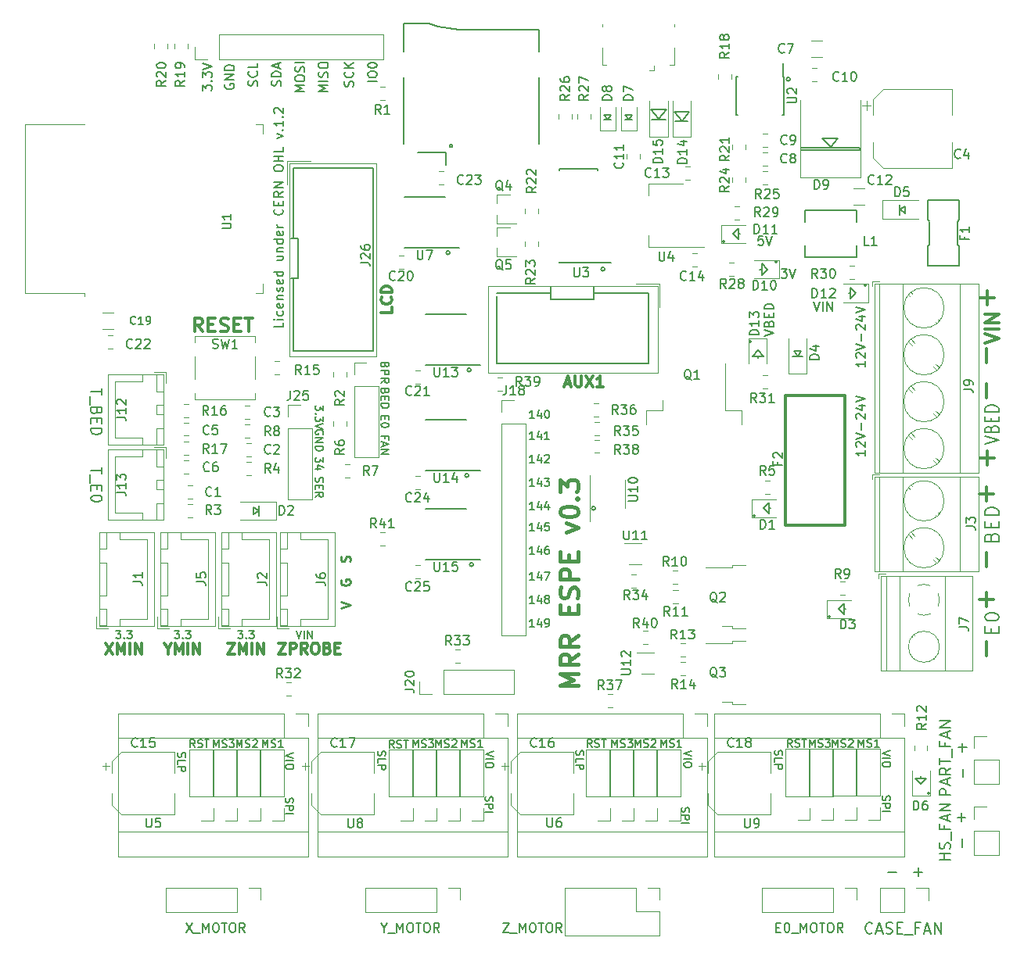
<source format=gto>
G04 #@! TF.GenerationSoftware,KiCad,Pcbnew,5.0.2-bee76a0~70~ubuntu18.04.1*
G04 #@! TF.CreationDate,2019-07-02T21:44:17+09:00*
G04 #@! TF.ProjectId,MRR_ESPE,4d52525f-4553-4504-952e-6b696361645f,v0.3*
G04 #@! TF.SameCoordinates,Original*
G04 #@! TF.FileFunction,Legend,Top*
G04 #@! TF.FilePolarity,Positive*
%FSLAX46Y46*%
G04 Gerber Fmt 4.6, Leading zero omitted, Abs format (unit mm)*
G04 Created by KiCad (PCBNEW 5.0.2-bee76a0~70~ubuntu18.04.1) date Tue 02 Jul 2019 09:44:17 PM JST*
%MOMM*%
%LPD*%
G01*
G04 APERTURE LIST*
%ADD10C,0.200000*%
%ADD11C,0.300000*%
%ADD12C,0.400000*%
%ADD13C,0.150000*%
%ADD14C,0.250000*%
%ADD15C,0.120000*%
G04 APERTURE END LIST*
D10*
X93667333Y-102492523D02*
X93181619Y-102492523D01*
X93424476Y-102492523D02*
X93424476Y-101642523D01*
X93343523Y-101763952D01*
X93262571Y-101844904D01*
X93181619Y-101885380D01*
X94395904Y-101925857D02*
X94395904Y-102492523D01*
X94193523Y-101602047D02*
X93991142Y-102209190D01*
X94517333Y-102209190D01*
X94881619Y-102492523D02*
X95043523Y-102492523D01*
X95124476Y-102452047D01*
X95164952Y-102411571D01*
X95245904Y-102290142D01*
X95286380Y-102128238D01*
X95286380Y-101804428D01*
X95245904Y-101723476D01*
X95205428Y-101683000D01*
X95124476Y-101642523D01*
X94962571Y-101642523D01*
X94881619Y-101683000D01*
X94841142Y-101723476D01*
X94800666Y-101804428D01*
X94800666Y-102006809D01*
X94841142Y-102087761D01*
X94881619Y-102128238D01*
X94962571Y-102168714D01*
X95124476Y-102168714D01*
X95205428Y-102128238D01*
X95245904Y-102087761D01*
X95286380Y-102006809D01*
X93667333Y-99952523D02*
X93181619Y-99952523D01*
X93424476Y-99952523D02*
X93424476Y-99102523D01*
X93343523Y-99223952D01*
X93262571Y-99304904D01*
X93181619Y-99345380D01*
X94395904Y-99385857D02*
X94395904Y-99952523D01*
X94193523Y-99062047D02*
X93991142Y-99669190D01*
X94517333Y-99669190D01*
X94962571Y-99466809D02*
X94881619Y-99426333D01*
X94841142Y-99385857D01*
X94800666Y-99304904D01*
X94800666Y-99264428D01*
X94841142Y-99183476D01*
X94881619Y-99143000D01*
X94962571Y-99102523D01*
X95124476Y-99102523D01*
X95205428Y-99143000D01*
X95245904Y-99183476D01*
X95286380Y-99264428D01*
X95286380Y-99304904D01*
X95245904Y-99385857D01*
X95205428Y-99426333D01*
X95124476Y-99466809D01*
X94962571Y-99466809D01*
X94881619Y-99507285D01*
X94841142Y-99547761D01*
X94800666Y-99628714D01*
X94800666Y-99790619D01*
X94841142Y-99871571D01*
X94881619Y-99912047D01*
X94962571Y-99952523D01*
X95124476Y-99952523D01*
X95205428Y-99912047D01*
X95245904Y-99871571D01*
X95286380Y-99790619D01*
X95286380Y-99628714D01*
X95245904Y-99547761D01*
X95205428Y-99507285D01*
X95124476Y-99466809D01*
X93667333Y-97412523D02*
X93181619Y-97412523D01*
X93424476Y-97412523D02*
X93424476Y-96562523D01*
X93343523Y-96683952D01*
X93262571Y-96764904D01*
X93181619Y-96805380D01*
X94395904Y-96845857D02*
X94395904Y-97412523D01*
X94193523Y-96522047D02*
X93991142Y-97129190D01*
X94517333Y-97129190D01*
X94760190Y-96562523D02*
X95326857Y-96562523D01*
X94962571Y-97412523D01*
X93667333Y-94618523D02*
X93181619Y-94618523D01*
X93424476Y-94618523D02*
X93424476Y-93768523D01*
X93343523Y-93889952D01*
X93262571Y-93970904D01*
X93181619Y-94011380D01*
X94395904Y-94051857D02*
X94395904Y-94618523D01*
X94193523Y-93728047D02*
X93991142Y-94335190D01*
X94517333Y-94335190D01*
X95205428Y-93768523D02*
X95043523Y-93768523D01*
X94962571Y-93809000D01*
X94922095Y-93849476D01*
X94841142Y-93970904D01*
X94800666Y-94132809D01*
X94800666Y-94456619D01*
X94841142Y-94537571D01*
X94881619Y-94578047D01*
X94962571Y-94618523D01*
X95124476Y-94618523D01*
X95205428Y-94578047D01*
X95245904Y-94537571D01*
X95286380Y-94456619D01*
X95286380Y-94254238D01*
X95245904Y-94173285D01*
X95205428Y-94132809D01*
X95124476Y-94092333D01*
X94962571Y-94092333D01*
X94881619Y-94132809D01*
X94841142Y-94173285D01*
X94800666Y-94254238D01*
X93667333Y-92078523D02*
X93181619Y-92078523D01*
X93424476Y-92078523D02*
X93424476Y-91228523D01*
X93343523Y-91349952D01*
X93262571Y-91430904D01*
X93181619Y-91471380D01*
X94395904Y-91511857D02*
X94395904Y-92078523D01*
X94193523Y-91188047D02*
X93991142Y-91795190D01*
X94517333Y-91795190D01*
X95245904Y-91228523D02*
X94841142Y-91228523D01*
X94800666Y-91633285D01*
X94841142Y-91592809D01*
X94922095Y-91552333D01*
X95124476Y-91552333D01*
X95205428Y-91592809D01*
X95245904Y-91633285D01*
X95286380Y-91714238D01*
X95286380Y-91916619D01*
X95245904Y-91997571D01*
X95205428Y-92038047D01*
X95124476Y-92078523D01*
X94922095Y-92078523D01*
X94841142Y-92038047D01*
X94800666Y-91997571D01*
X93667333Y-89792523D02*
X93181619Y-89792523D01*
X93424476Y-89792523D02*
X93424476Y-88942523D01*
X93343523Y-89063952D01*
X93262571Y-89144904D01*
X93181619Y-89185380D01*
X94395904Y-89225857D02*
X94395904Y-89792523D01*
X94193523Y-88902047D02*
X93991142Y-89509190D01*
X94517333Y-89509190D01*
X95205428Y-89225857D02*
X95205428Y-89792523D01*
X95003047Y-88902047D02*
X94800666Y-89509190D01*
X95326857Y-89509190D01*
X93667333Y-87252523D02*
X93181619Y-87252523D01*
X93424476Y-87252523D02*
X93424476Y-86402523D01*
X93343523Y-86523952D01*
X93262571Y-86604904D01*
X93181619Y-86645380D01*
X94395904Y-86685857D02*
X94395904Y-87252523D01*
X94193523Y-86362047D02*
X93991142Y-86969190D01*
X94517333Y-86969190D01*
X94760190Y-86402523D02*
X95286380Y-86402523D01*
X95003047Y-86726333D01*
X95124476Y-86726333D01*
X95205428Y-86766809D01*
X95245904Y-86807285D01*
X95286380Y-86888238D01*
X95286380Y-87090619D01*
X95245904Y-87171571D01*
X95205428Y-87212047D01*
X95124476Y-87252523D01*
X94881619Y-87252523D01*
X94800666Y-87212047D01*
X94760190Y-87171571D01*
X93667333Y-84712523D02*
X93181619Y-84712523D01*
X93424476Y-84712523D02*
X93424476Y-83862523D01*
X93343523Y-83983952D01*
X93262571Y-84064904D01*
X93181619Y-84105380D01*
X94395904Y-84145857D02*
X94395904Y-84712523D01*
X94193523Y-83822047D02*
X93991142Y-84429190D01*
X94517333Y-84429190D01*
X94800666Y-83943476D02*
X94841142Y-83903000D01*
X94922095Y-83862523D01*
X95124476Y-83862523D01*
X95205428Y-83903000D01*
X95245904Y-83943476D01*
X95286380Y-84024428D01*
X95286380Y-84105380D01*
X95245904Y-84226809D01*
X94760190Y-84712523D01*
X95286380Y-84712523D01*
X93667333Y-82172523D02*
X93181619Y-82172523D01*
X93424476Y-82172523D02*
X93424476Y-81322523D01*
X93343523Y-81443952D01*
X93262571Y-81524904D01*
X93181619Y-81565380D01*
X94395904Y-81605857D02*
X94395904Y-82172523D01*
X94193523Y-81282047D02*
X93991142Y-81889190D01*
X94517333Y-81889190D01*
X95286380Y-82172523D02*
X94800666Y-82172523D01*
X95043523Y-82172523D02*
X95043523Y-81322523D01*
X94962571Y-81443952D01*
X94881619Y-81524904D01*
X94800666Y-81565380D01*
X93667333Y-79886523D02*
X93181619Y-79886523D01*
X93424476Y-79886523D02*
X93424476Y-79036523D01*
X93343523Y-79157952D01*
X93262571Y-79238904D01*
X93181619Y-79279380D01*
X94395904Y-79319857D02*
X94395904Y-79886523D01*
X94193523Y-78996047D02*
X93991142Y-79603190D01*
X94517333Y-79603190D01*
X95003047Y-79036523D02*
X95084000Y-79036523D01*
X95164952Y-79077000D01*
X95205428Y-79117476D01*
X95245904Y-79198428D01*
X95286380Y-79360333D01*
X95286380Y-79562714D01*
X95245904Y-79724619D01*
X95205428Y-79805571D01*
X95164952Y-79846047D01*
X95084000Y-79886523D01*
X95003047Y-79886523D01*
X94922095Y-79846047D01*
X94881619Y-79805571D01*
X94841142Y-79724619D01*
X94800666Y-79562714D01*
X94800666Y-79360333D01*
X94841142Y-79198428D01*
X94881619Y-79117476D01*
X94922095Y-79077000D01*
X95003047Y-79036523D01*
X87068000Y-95758000D02*
G75*
G03X87068000Y-95758000I-200000J0D01*
G01*
X86560000Y-86106000D02*
G75*
G03X86560000Y-86106000I-200000J0D01*
G01*
X131365952Y-120809761D02*
X131325476Y-120931190D01*
X131325476Y-121133571D01*
X131365952Y-121214523D01*
X131406428Y-121255000D01*
X131487380Y-121295476D01*
X131568333Y-121295476D01*
X131649285Y-121255000D01*
X131689761Y-121214523D01*
X131730238Y-121133571D01*
X131770714Y-120971666D01*
X131811190Y-120890714D01*
X131851666Y-120850238D01*
X131932619Y-120809761D01*
X132013571Y-120809761D01*
X132094523Y-120850238D01*
X132135000Y-120890714D01*
X132175476Y-120971666D01*
X132175476Y-121174047D01*
X132135000Y-121295476D01*
X131325476Y-121659761D02*
X132175476Y-121659761D01*
X132175476Y-121983571D01*
X132135000Y-122064523D01*
X132094523Y-122105000D01*
X132013571Y-122145476D01*
X131892142Y-122145476D01*
X131811190Y-122105000D01*
X131770714Y-122064523D01*
X131730238Y-121983571D01*
X131730238Y-121659761D01*
X131325476Y-122509761D02*
X132175476Y-122509761D01*
D11*
X78266857Y-67884571D02*
X78266857Y-68456000D01*
X77066857Y-68456000D01*
X78152571Y-66798857D02*
X78209714Y-66856000D01*
X78266857Y-67027428D01*
X78266857Y-67141714D01*
X78209714Y-67313142D01*
X78095428Y-67427428D01*
X77981142Y-67484571D01*
X77752571Y-67541714D01*
X77581142Y-67541714D01*
X77352571Y-67484571D01*
X77238285Y-67427428D01*
X77124000Y-67313142D01*
X77066857Y-67141714D01*
X77066857Y-67027428D01*
X77124000Y-66856000D01*
X77181142Y-66798857D01*
X78266857Y-66284571D02*
X77066857Y-66284571D01*
X77066857Y-65998857D01*
X77124000Y-65827428D01*
X77238285Y-65713142D01*
X77352571Y-65656000D01*
X77581142Y-65598857D01*
X77752571Y-65598857D01*
X77981142Y-65656000D01*
X78095428Y-65713142D01*
X78209714Y-65827428D01*
X78266857Y-65998857D01*
X78266857Y-66284571D01*
X97002857Y-76146000D02*
X97574285Y-76146000D01*
X96888571Y-76488857D02*
X97288571Y-75288857D01*
X97688571Y-76488857D01*
X98088571Y-75288857D02*
X98088571Y-76260285D01*
X98145714Y-76374571D01*
X98202857Y-76431714D01*
X98317142Y-76488857D01*
X98545714Y-76488857D01*
X98660000Y-76431714D01*
X98717142Y-76374571D01*
X98774285Y-76260285D01*
X98774285Y-75288857D01*
X99231428Y-75288857D02*
X100031428Y-76488857D01*
X100031428Y-75288857D02*
X99231428Y-76488857D01*
X101117142Y-76488857D02*
X100431428Y-76488857D01*
X100774285Y-76488857D02*
X100774285Y-75288857D01*
X100660000Y-75460285D01*
X100545714Y-75574571D01*
X100431428Y-75631714D01*
D10*
X84528000Y-61976000D02*
G75*
G03X84528000Y-61976000I-200000J0D01*
G01*
X86814000Y-74676000D02*
G75*
G03X86814000Y-74676000I-200000J0D01*
G01*
X67564000Y-72644000D02*
X67564000Y-64770000D01*
X76200000Y-72644000D02*
X67564000Y-72644000D01*
X76200000Y-52832000D02*
X76200000Y-72644000D01*
X67564000Y-52832000D02*
X76200000Y-52832000D01*
X67564000Y-60452000D02*
X67564000Y-52832000D01*
X68072000Y-64770000D02*
X67310000Y-64770000D01*
X68072000Y-60452000D02*
X68072000Y-64770000D01*
X67310000Y-60452000D02*
X68072000Y-60452000D01*
X70013952Y-86323619D02*
X69973476Y-86445047D01*
X69973476Y-86647428D01*
X70013952Y-86728380D01*
X70054428Y-86768857D01*
X70135380Y-86809333D01*
X70216333Y-86809333D01*
X70297285Y-86768857D01*
X70337761Y-86728380D01*
X70378238Y-86647428D01*
X70418714Y-86485523D01*
X70459190Y-86404571D01*
X70499666Y-86364095D01*
X70580619Y-86323619D01*
X70661571Y-86323619D01*
X70742523Y-86364095D01*
X70783000Y-86404571D01*
X70823476Y-86485523D01*
X70823476Y-86687904D01*
X70783000Y-86809333D01*
X70418714Y-87173619D02*
X70418714Y-87456952D01*
X69973476Y-87578380D02*
X69973476Y-87173619D01*
X70823476Y-87173619D01*
X70823476Y-87578380D01*
X69973476Y-88428380D02*
X70378238Y-88145047D01*
X69973476Y-87942666D02*
X70823476Y-87942666D01*
X70823476Y-88266476D01*
X70783000Y-88347428D01*
X70742523Y-88387904D01*
X70661571Y-88428380D01*
X70540142Y-88428380D01*
X70459190Y-88387904D01*
X70418714Y-88347428D01*
X70378238Y-88266476D01*
X70378238Y-87942666D01*
X70823476Y-84147904D02*
X70823476Y-84674095D01*
X70499666Y-84390761D01*
X70499666Y-84512190D01*
X70459190Y-84593142D01*
X70418714Y-84633619D01*
X70337761Y-84674095D01*
X70135380Y-84674095D01*
X70054428Y-84633619D01*
X70013952Y-84593142D01*
X69973476Y-84512190D01*
X69973476Y-84269333D01*
X70013952Y-84188380D01*
X70054428Y-84147904D01*
X70540142Y-85402666D02*
X69973476Y-85402666D01*
X70863952Y-85200285D02*
X70256809Y-84997904D01*
X70256809Y-85524095D01*
X70783000Y-81648380D02*
X70823476Y-81567428D01*
X70823476Y-81446000D01*
X70783000Y-81324571D01*
X70702047Y-81243619D01*
X70621095Y-81203142D01*
X70459190Y-81162666D01*
X70337761Y-81162666D01*
X70175857Y-81203142D01*
X70094904Y-81243619D01*
X70013952Y-81324571D01*
X69973476Y-81446000D01*
X69973476Y-81526952D01*
X70013952Y-81648380D01*
X70054428Y-81688857D01*
X70337761Y-81688857D01*
X70337761Y-81526952D01*
X69973476Y-82053142D02*
X70823476Y-82053142D01*
X69973476Y-82538857D01*
X70823476Y-82538857D01*
X69973476Y-82943619D02*
X70823476Y-82943619D01*
X70823476Y-83146000D01*
X70783000Y-83267428D01*
X70702047Y-83348380D01*
X70621095Y-83388857D01*
X70459190Y-83429333D01*
X70337761Y-83429333D01*
X70175857Y-83388857D01*
X70094904Y-83348380D01*
X70013952Y-83267428D01*
X69973476Y-83146000D01*
X69973476Y-82943619D01*
X70823476Y-78501238D02*
X70823476Y-79027428D01*
X70499666Y-78744095D01*
X70499666Y-78865523D01*
X70459190Y-78946476D01*
X70418714Y-78986952D01*
X70337761Y-79027428D01*
X70135380Y-79027428D01*
X70054428Y-78986952D01*
X70013952Y-78946476D01*
X69973476Y-78865523D01*
X69973476Y-78622666D01*
X70013952Y-78541714D01*
X70054428Y-78501238D01*
X70054428Y-79391714D02*
X70013952Y-79432190D01*
X69973476Y-79391714D01*
X70013952Y-79351238D01*
X70054428Y-79391714D01*
X69973476Y-79391714D01*
X70823476Y-79715523D02*
X70823476Y-80241714D01*
X70499666Y-79958380D01*
X70499666Y-80079809D01*
X70459190Y-80160761D01*
X70418714Y-80201238D01*
X70337761Y-80241714D01*
X70135380Y-80241714D01*
X70054428Y-80201238D01*
X70013952Y-80160761D01*
X69973476Y-80079809D01*
X69973476Y-79836952D01*
X70013952Y-79756000D01*
X70054428Y-79715523D01*
X70823476Y-80484571D02*
X69973476Y-80767904D01*
X70823476Y-81051238D01*
D12*
X98440761Y-108885238D02*
X96440761Y-108885238D01*
X97869333Y-108218571D01*
X96440761Y-107551904D01*
X98440761Y-107551904D01*
X98440761Y-105456666D02*
X97488380Y-106123333D01*
X98440761Y-106599523D02*
X96440761Y-106599523D01*
X96440761Y-105837619D01*
X96536000Y-105647142D01*
X96631238Y-105551904D01*
X96821714Y-105456666D01*
X97107428Y-105456666D01*
X97297904Y-105551904D01*
X97393142Y-105647142D01*
X97488380Y-105837619D01*
X97488380Y-106599523D01*
X98440761Y-103456666D02*
X97488380Y-104123333D01*
X98440761Y-104599523D02*
X96440761Y-104599523D01*
X96440761Y-103837619D01*
X96536000Y-103647142D01*
X96631238Y-103551904D01*
X96821714Y-103456666D01*
X97107428Y-103456666D01*
X97297904Y-103551904D01*
X97393142Y-103647142D01*
X97488380Y-103837619D01*
X97488380Y-104599523D01*
X97393142Y-101075714D02*
X97393142Y-100409047D01*
X98440761Y-100123333D02*
X98440761Y-101075714D01*
X96440761Y-101075714D01*
X96440761Y-100123333D01*
X98345523Y-99361428D02*
X98440761Y-99075714D01*
X98440761Y-98599523D01*
X98345523Y-98409047D01*
X98250285Y-98313809D01*
X98059809Y-98218571D01*
X97869333Y-98218571D01*
X97678857Y-98313809D01*
X97583619Y-98409047D01*
X97488380Y-98599523D01*
X97393142Y-98980476D01*
X97297904Y-99170952D01*
X97202666Y-99266190D01*
X97012190Y-99361428D01*
X96821714Y-99361428D01*
X96631238Y-99266190D01*
X96536000Y-99170952D01*
X96440761Y-98980476D01*
X96440761Y-98504285D01*
X96536000Y-98218571D01*
X98440761Y-97361428D02*
X96440761Y-97361428D01*
X96440761Y-96599523D01*
X96536000Y-96409047D01*
X96631238Y-96313809D01*
X96821714Y-96218571D01*
X97107428Y-96218571D01*
X97297904Y-96313809D01*
X97393142Y-96409047D01*
X97488380Y-96599523D01*
X97488380Y-97361428D01*
X97393142Y-95361428D02*
X97393142Y-94694761D01*
X98440761Y-94409047D02*
X98440761Y-95361428D01*
X96440761Y-95361428D01*
X96440761Y-94409047D01*
X97107428Y-92218571D02*
X98440761Y-91742380D01*
X97107428Y-91266190D01*
X96440761Y-90123333D02*
X96440761Y-89932857D01*
X96536000Y-89742380D01*
X96631238Y-89647142D01*
X96821714Y-89551904D01*
X97202666Y-89456666D01*
X97678857Y-89456666D01*
X98059809Y-89551904D01*
X98250285Y-89647142D01*
X98345523Y-89742380D01*
X98440761Y-89932857D01*
X98440761Y-90123333D01*
X98345523Y-90313809D01*
X98250285Y-90409047D01*
X98059809Y-90504285D01*
X97678857Y-90599523D01*
X97202666Y-90599523D01*
X96821714Y-90504285D01*
X96631238Y-90409047D01*
X96536000Y-90313809D01*
X96440761Y-90123333D01*
X98250285Y-88599523D02*
X98345523Y-88504285D01*
X98440761Y-88599523D01*
X98345523Y-88694761D01*
X98250285Y-88599523D01*
X98440761Y-88599523D01*
X96440761Y-87837619D02*
X96440761Y-86599523D01*
X97202666Y-87266190D01*
X97202666Y-86980476D01*
X97297904Y-86790000D01*
X97393142Y-86694761D01*
X97583619Y-86599523D01*
X98059809Y-86599523D01*
X98250285Y-86694761D01*
X98345523Y-86790000D01*
X98440761Y-86980476D01*
X98440761Y-87551904D01*
X98345523Y-87742380D01*
X98250285Y-87837619D01*
D10*
X66492380Y-69546952D02*
X66492380Y-70023142D01*
X65492380Y-70023142D01*
X66492380Y-69213619D02*
X65825714Y-69213619D01*
X65492380Y-69213619D02*
X65540000Y-69261238D01*
X65587619Y-69213619D01*
X65540000Y-69166000D01*
X65492380Y-69213619D01*
X65587619Y-69213619D01*
X66444761Y-68308857D02*
X66492380Y-68404095D01*
X66492380Y-68594571D01*
X66444761Y-68689809D01*
X66397142Y-68737428D01*
X66301904Y-68785047D01*
X66016190Y-68785047D01*
X65920952Y-68737428D01*
X65873333Y-68689809D01*
X65825714Y-68594571D01*
X65825714Y-68404095D01*
X65873333Y-68308857D01*
X66444761Y-67499333D02*
X66492380Y-67594571D01*
X66492380Y-67785047D01*
X66444761Y-67880285D01*
X66349523Y-67927904D01*
X65968571Y-67927904D01*
X65873333Y-67880285D01*
X65825714Y-67785047D01*
X65825714Y-67594571D01*
X65873333Y-67499333D01*
X65968571Y-67451714D01*
X66063809Y-67451714D01*
X66159047Y-67927904D01*
X65825714Y-67023142D02*
X66492380Y-67023142D01*
X65920952Y-67023142D02*
X65873333Y-66975523D01*
X65825714Y-66880285D01*
X65825714Y-66737428D01*
X65873333Y-66642190D01*
X65968571Y-66594571D01*
X66492380Y-66594571D01*
X66444761Y-66166000D02*
X66492380Y-66070761D01*
X66492380Y-65880285D01*
X66444761Y-65785047D01*
X66349523Y-65737428D01*
X66301904Y-65737428D01*
X66206666Y-65785047D01*
X66159047Y-65880285D01*
X66159047Y-66023142D01*
X66111428Y-66118380D01*
X66016190Y-66166000D01*
X65968571Y-66166000D01*
X65873333Y-66118380D01*
X65825714Y-66023142D01*
X65825714Y-65880285D01*
X65873333Y-65785047D01*
X66444761Y-64927904D02*
X66492380Y-65023142D01*
X66492380Y-65213619D01*
X66444761Y-65308857D01*
X66349523Y-65356476D01*
X65968571Y-65356476D01*
X65873333Y-65308857D01*
X65825714Y-65213619D01*
X65825714Y-65023142D01*
X65873333Y-64927904D01*
X65968571Y-64880285D01*
X66063809Y-64880285D01*
X66159047Y-65356476D01*
X66492380Y-64023142D02*
X65492380Y-64023142D01*
X66444761Y-64023142D02*
X66492380Y-64118380D01*
X66492380Y-64308857D01*
X66444761Y-64404095D01*
X66397142Y-64451714D01*
X66301904Y-64499333D01*
X66016190Y-64499333D01*
X65920952Y-64451714D01*
X65873333Y-64404095D01*
X65825714Y-64308857D01*
X65825714Y-64118380D01*
X65873333Y-64023142D01*
X65825714Y-62356476D02*
X66492380Y-62356476D01*
X65825714Y-62785047D02*
X66349523Y-62785047D01*
X66444761Y-62737428D01*
X66492380Y-62642190D01*
X66492380Y-62499333D01*
X66444761Y-62404095D01*
X66397142Y-62356476D01*
X65825714Y-61880285D02*
X66492380Y-61880285D01*
X65920952Y-61880285D02*
X65873333Y-61832666D01*
X65825714Y-61737428D01*
X65825714Y-61594571D01*
X65873333Y-61499333D01*
X65968571Y-61451714D01*
X66492380Y-61451714D01*
X66492380Y-60546952D02*
X65492380Y-60546952D01*
X66444761Y-60546952D02*
X66492380Y-60642190D01*
X66492380Y-60832666D01*
X66444761Y-60927904D01*
X66397142Y-60975523D01*
X66301904Y-61023142D01*
X66016190Y-61023142D01*
X65920952Y-60975523D01*
X65873333Y-60927904D01*
X65825714Y-60832666D01*
X65825714Y-60642190D01*
X65873333Y-60546952D01*
X66444761Y-59689809D02*
X66492380Y-59785047D01*
X66492380Y-59975523D01*
X66444761Y-60070761D01*
X66349523Y-60118380D01*
X65968571Y-60118380D01*
X65873333Y-60070761D01*
X65825714Y-59975523D01*
X65825714Y-59785047D01*
X65873333Y-59689809D01*
X65968571Y-59642190D01*
X66063809Y-59642190D01*
X66159047Y-60118380D01*
X66492380Y-59213619D02*
X65825714Y-59213619D01*
X66016190Y-59213619D02*
X65920952Y-59166000D01*
X65873333Y-59118380D01*
X65825714Y-59023142D01*
X65825714Y-58927904D01*
X66397142Y-57261238D02*
X66444761Y-57308857D01*
X66492380Y-57451714D01*
X66492380Y-57546952D01*
X66444761Y-57689809D01*
X66349523Y-57785047D01*
X66254285Y-57832666D01*
X66063809Y-57880285D01*
X65920952Y-57880285D01*
X65730476Y-57832666D01*
X65635238Y-57785047D01*
X65540000Y-57689809D01*
X65492380Y-57546952D01*
X65492380Y-57451714D01*
X65540000Y-57308857D01*
X65587619Y-57261238D01*
X65968571Y-56832666D02*
X65968571Y-56499333D01*
X66492380Y-56356476D02*
X66492380Y-56832666D01*
X65492380Y-56832666D01*
X65492380Y-56356476D01*
X66492380Y-55356476D02*
X66016190Y-55689809D01*
X66492380Y-55927904D02*
X65492380Y-55927904D01*
X65492380Y-55546952D01*
X65540000Y-55451714D01*
X65587619Y-55404095D01*
X65682857Y-55356476D01*
X65825714Y-55356476D01*
X65920952Y-55404095D01*
X65968571Y-55451714D01*
X66016190Y-55546952D01*
X66016190Y-55927904D01*
X66492380Y-54927904D02*
X65492380Y-54927904D01*
X66492380Y-54356476D01*
X65492380Y-54356476D01*
X65492380Y-52927904D02*
X65492380Y-52737428D01*
X65540000Y-52642190D01*
X65635238Y-52546952D01*
X65825714Y-52499333D01*
X66159047Y-52499333D01*
X66349523Y-52546952D01*
X66444761Y-52642190D01*
X66492380Y-52737428D01*
X66492380Y-52927904D01*
X66444761Y-53023142D01*
X66349523Y-53118380D01*
X66159047Y-53166000D01*
X65825714Y-53166000D01*
X65635238Y-53118380D01*
X65540000Y-53023142D01*
X65492380Y-52927904D01*
X66492380Y-52070761D02*
X65492380Y-52070761D01*
X65968571Y-52070761D02*
X65968571Y-51499333D01*
X66492380Y-51499333D02*
X65492380Y-51499333D01*
X66492380Y-50546952D02*
X66492380Y-51023142D01*
X65492380Y-51023142D01*
X65825714Y-49546952D02*
X66492380Y-49308857D01*
X65825714Y-49070761D01*
X66397142Y-48689809D02*
X66444761Y-48642190D01*
X66492380Y-48689809D01*
X66444761Y-48737428D01*
X66397142Y-48689809D01*
X66492380Y-48689809D01*
X66492380Y-47689809D02*
X66492380Y-48261238D01*
X66492380Y-47975523D02*
X65492380Y-47975523D01*
X65635238Y-48070761D01*
X65730476Y-48166000D01*
X65778095Y-48261238D01*
X66397142Y-47261238D02*
X66444761Y-47213619D01*
X66492380Y-47261238D01*
X66444761Y-47308857D01*
X66397142Y-47261238D01*
X66492380Y-47261238D01*
X65587619Y-46832666D02*
X65540000Y-46785047D01*
X65492380Y-46689809D01*
X65492380Y-46451714D01*
X65540000Y-46356476D01*
X65587619Y-46308857D01*
X65682857Y-46261238D01*
X65778095Y-46261238D01*
X65920952Y-46308857D01*
X66492380Y-46880285D01*
X66492380Y-46261238D01*
X119725952Y-115888095D02*
X119685476Y-116009523D01*
X119685476Y-116211904D01*
X119725952Y-116292857D01*
X119766428Y-116333333D01*
X119847380Y-116373809D01*
X119928333Y-116373809D01*
X120009285Y-116333333D01*
X120049761Y-116292857D01*
X120090238Y-116211904D01*
X120130714Y-116050000D01*
X120171190Y-115969047D01*
X120211666Y-115928571D01*
X120292619Y-115888095D01*
X120373571Y-115888095D01*
X120454523Y-115928571D01*
X120495000Y-115969047D01*
X120535476Y-116050000D01*
X120535476Y-116252380D01*
X120495000Y-116373809D01*
X119685476Y-117142857D02*
X119685476Y-116738095D01*
X120535476Y-116738095D01*
X119685476Y-117426190D02*
X120535476Y-117426190D01*
X120535476Y-117750000D01*
X120495000Y-117830952D01*
X120454523Y-117871428D01*
X120373571Y-117911904D01*
X120252142Y-117911904D01*
X120171190Y-117871428D01*
X120130714Y-117830952D01*
X120090238Y-117750000D01*
X120090238Y-117426190D01*
X132205476Y-115909047D02*
X131355476Y-116192380D01*
X132205476Y-116475714D01*
X131355476Y-116759047D02*
X132205476Y-116759047D01*
X132205476Y-117325714D02*
X132205476Y-117487619D01*
X132165000Y-117568571D01*
X132084047Y-117649523D01*
X131922142Y-117690000D01*
X131638809Y-117690000D01*
X131476904Y-117649523D01*
X131395952Y-117568571D01*
X131355476Y-117487619D01*
X131355476Y-117325714D01*
X131395952Y-117244761D01*
X131476904Y-117163809D01*
X131638809Y-117123333D01*
X131922142Y-117123333D01*
X132084047Y-117163809D01*
X132165000Y-117244761D01*
X132205476Y-117325714D01*
X98225952Y-115918095D02*
X98185476Y-116039523D01*
X98185476Y-116241904D01*
X98225952Y-116322857D01*
X98266428Y-116363333D01*
X98347380Y-116403809D01*
X98428333Y-116403809D01*
X98509285Y-116363333D01*
X98549761Y-116322857D01*
X98590238Y-116241904D01*
X98630714Y-116080000D01*
X98671190Y-115999047D01*
X98711666Y-115958571D01*
X98792619Y-115918095D01*
X98873571Y-115918095D01*
X98954523Y-115958571D01*
X98995000Y-115999047D01*
X99035476Y-116080000D01*
X99035476Y-116282380D01*
X98995000Y-116403809D01*
X98185476Y-117172857D02*
X98185476Y-116768095D01*
X99035476Y-116768095D01*
X98185476Y-117456190D02*
X99035476Y-117456190D01*
X99035476Y-117780000D01*
X98995000Y-117860952D01*
X98954523Y-117901428D01*
X98873571Y-117941904D01*
X98752142Y-117941904D01*
X98671190Y-117901428D01*
X98630714Y-117860952D01*
X98590238Y-117780000D01*
X98590238Y-117456190D01*
X110705476Y-115939047D02*
X109855476Y-116222380D01*
X110705476Y-116505714D01*
X109855476Y-116789047D02*
X110705476Y-116789047D01*
X110705476Y-117355714D02*
X110705476Y-117517619D01*
X110665000Y-117598571D01*
X110584047Y-117679523D01*
X110422142Y-117720000D01*
X110138809Y-117720000D01*
X109976904Y-117679523D01*
X109895952Y-117598571D01*
X109855476Y-117517619D01*
X109855476Y-117355714D01*
X109895952Y-117274761D01*
X109976904Y-117193809D01*
X110138809Y-117153333D01*
X110422142Y-117153333D01*
X110584047Y-117193809D01*
X110665000Y-117274761D01*
X110705476Y-117355714D01*
X109637952Y-122065761D02*
X109597476Y-122187190D01*
X109597476Y-122389571D01*
X109637952Y-122470523D01*
X109678428Y-122511000D01*
X109759380Y-122551476D01*
X109840333Y-122551476D01*
X109921285Y-122511000D01*
X109961761Y-122470523D01*
X110002238Y-122389571D01*
X110042714Y-122227666D01*
X110083190Y-122146714D01*
X110123666Y-122106238D01*
X110204619Y-122065761D01*
X110285571Y-122065761D01*
X110366523Y-122106238D01*
X110407000Y-122146714D01*
X110447476Y-122227666D01*
X110447476Y-122430047D01*
X110407000Y-122551476D01*
X109597476Y-122915761D02*
X110447476Y-122915761D01*
X110447476Y-123239571D01*
X110407000Y-123320523D01*
X110366523Y-123361000D01*
X110285571Y-123401476D01*
X110164142Y-123401476D01*
X110083190Y-123361000D01*
X110042714Y-123320523D01*
X110002238Y-123239571D01*
X110002238Y-122915761D01*
X109597476Y-123765761D02*
X110447476Y-123765761D01*
X76765952Y-115958095D02*
X76725476Y-116079523D01*
X76725476Y-116281904D01*
X76765952Y-116362857D01*
X76806428Y-116403333D01*
X76887380Y-116443809D01*
X76968333Y-116443809D01*
X77049285Y-116403333D01*
X77089761Y-116362857D01*
X77130238Y-116281904D01*
X77170714Y-116120000D01*
X77211190Y-116039047D01*
X77251666Y-115998571D01*
X77332619Y-115958095D01*
X77413571Y-115958095D01*
X77494523Y-115998571D01*
X77535000Y-116039047D01*
X77575476Y-116120000D01*
X77575476Y-116322380D01*
X77535000Y-116443809D01*
X76725476Y-117212857D02*
X76725476Y-116808095D01*
X77575476Y-116808095D01*
X76725476Y-117496190D02*
X77575476Y-117496190D01*
X77575476Y-117820000D01*
X77535000Y-117900952D01*
X77494523Y-117941428D01*
X77413571Y-117981904D01*
X77292142Y-117981904D01*
X77211190Y-117941428D01*
X77170714Y-117900952D01*
X77130238Y-117820000D01*
X77130238Y-117496190D01*
X89245476Y-115979047D02*
X88395476Y-116262380D01*
X89245476Y-116545714D01*
X88395476Y-116829047D02*
X89245476Y-116829047D01*
X89245476Y-117395714D02*
X89245476Y-117557619D01*
X89205000Y-117638571D01*
X89124047Y-117719523D01*
X88962142Y-117760000D01*
X88678809Y-117760000D01*
X88516904Y-117719523D01*
X88435952Y-117638571D01*
X88395476Y-117557619D01*
X88395476Y-117395714D01*
X88435952Y-117314761D01*
X88516904Y-117233809D01*
X88678809Y-117193333D01*
X88962142Y-117193333D01*
X89124047Y-117233809D01*
X89205000Y-117314761D01*
X89245476Y-117395714D01*
X88405952Y-120879761D02*
X88365476Y-121001190D01*
X88365476Y-121203571D01*
X88405952Y-121284523D01*
X88446428Y-121325000D01*
X88527380Y-121365476D01*
X88608333Y-121365476D01*
X88689285Y-121325000D01*
X88729761Y-121284523D01*
X88770238Y-121203571D01*
X88810714Y-121041666D01*
X88851190Y-120960714D01*
X88891666Y-120920238D01*
X88972619Y-120879761D01*
X89053571Y-120879761D01*
X89134523Y-120920238D01*
X89175000Y-120960714D01*
X89215476Y-121041666D01*
X89215476Y-121244047D01*
X89175000Y-121365476D01*
X88365476Y-121729761D02*
X89215476Y-121729761D01*
X89215476Y-122053571D01*
X89175000Y-122134523D01*
X89134523Y-122175000D01*
X89053571Y-122215476D01*
X88932142Y-122215476D01*
X88851190Y-122175000D01*
X88810714Y-122134523D01*
X88770238Y-122053571D01*
X88770238Y-121729761D01*
X88365476Y-122579761D02*
X89215476Y-122579761D01*
X55125952Y-116128095D02*
X55085476Y-116249523D01*
X55085476Y-116451904D01*
X55125952Y-116532857D01*
X55166428Y-116573333D01*
X55247380Y-116613809D01*
X55328333Y-116613809D01*
X55409285Y-116573333D01*
X55449761Y-116532857D01*
X55490238Y-116451904D01*
X55530714Y-116290000D01*
X55571190Y-116209047D01*
X55611666Y-116168571D01*
X55692619Y-116128095D01*
X55773571Y-116128095D01*
X55854523Y-116168571D01*
X55895000Y-116209047D01*
X55935476Y-116290000D01*
X55935476Y-116492380D01*
X55895000Y-116613809D01*
X55085476Y-117382857D02*
X55085476Y-116978095D01*
X55935476Y-116978095D01*
X55085476Y-117666190D02*
X55935476Y-117666190D01*
X55935476Y-117990000D01*
X55895000Y-118070952D01*
X55854523Y-118111428D01*
X55773571Y-118151904D01*
X55652142Y-118151904D01*
X55571190Y-118111428D01*
X55530714Y-118070952D01*
X55490238Y-117990000D01*
X55490238Y-117666190D01*
X66765952Y-121049761D02*
X66725476Y-121171190D01*
X66725476Y-121373571D01*
X66765952Y-121454523D01*
X66806428Y-121495000D01*
X66887380Y-121535476D01*
X66968333Y-121535476D01*
X67049285Y-121495000D01*
X67089761Y-121454523D01*
X67130238Y-121373571D01*
X67170714Y-121211666D01*
X67211190Y-121130714D01*
X67251666Y-121090238D01*
X67332619Y-121049761D01*
X67413571Y-121049761D01*
X67494523Y-121090238D01*
X67535000Y-121130714D01*
X67575476Y-121211666D01*
X67575476Y-121414047D01*
X67535000Y-121535476D01*
X66725476Y-121899761D02*
X67575476Y-121899761D01*
X67575476Y-122223571D01*
X67535000Y-122304523D01*
X67494523Y-122345000D01*
X67413571Y-122385476D01*
X67292142Y-122385476D01*
X67211190Y-122345000D01*
X67170714Y-122304523D01*
X67130238Y-122223571D01*
X67130238Y-121899761D01*
X66725476Y-122749761D02*
X67575476Y-122749761D01*
X67605476Y-116149047D02*
X66755476Y-116432380D01*
X67605476Y-116715714D01*
X66755476Y-116999047D02*
X67605476Y-116999047D01*
X67605476Y-117565714D02*
X67605476Y-117727619D01*
X67565000Y-117808571D01*
X67484047Y-117889523D01*
X67322142Y-117930000D01*
X67038809Y-117930000D01*
X66876904Y-117889523D01*
X66795952Y-117808571D01*
X66755476Y-117727619D01*
X66755476Y-117565714D01*
X66795952Y-117484761D01*
X66876904Y-117403809D01*
X67038809Y-117363333D01*
X67322142Y-117363333D01*
X67484047Y-117403809D01*
X67565000Y-117484761D01*
X67605476Y-117565714D01*
X106410203Y-47542198D02*
X107860203Y-47542198D01*
X108940022Y-47745710D02*
X110290022Y-47745710D01*
X107160203Y-47492198D02*
X106310203Y-46492198D01*
X107960203Y-46492198D02*
X107160203Y-47492198D01*
X106360203Y-46492198D02*
X107960203Y-46492198D01*
X109640022Y-47695710D02*
X108840022Y-46695710D01*
X110440022Y-46695710D02*
X109640022Y-47695710D01*
X108840022Y-46695710D02*
X110440022Y-46695710D01*
D13*
X67903047Y-102912523D02*
X68186380Y-103762523D01*
X68469714Y-102912523D01*
X68753047Y-103762523D02*
X68753047Y-102912523D01*
X69157809Y-103762523D02*
X69157809Y-102912523D01*
X69643523Y-103762523D01*
X69643523Y-102912523D01*
X61593523Y-102912523D02*
X62119714Y-102912523D01*
X61836380Y-103236333D01*
X61957809Y-103236333D01*
X62038761Y-103276809D01*
X62079238Y-103317285D01*
X62119714Y-103398238D01*
X62119714Y-103600619D01*
X62079238Y-103681571D01*
X62038761Y-103722047D01*
X61957809Y-103762523D01*
X61714952Y-103762523D01*
X61634000Y-103722047D01*
X61593523Y-103681571D01*
X62484000Y-103681571D02*
X62524476Y-103722047D01*
X62484000Y-103762523D01*
X62443523Y-103722047D01*
X62484000Y-103681571D01*
X62484000Y-103762523D01*
X62807809Y-102912523D02*
X63334000Y-102912523D01*
X63050666Y-103236333D01*
X63172095Y-103236333D01*
X63253047Y-103276809D01*
X63293523Y-103317285D01*
X63334000Y-103398238D01*
X63334000Y-103600619D01*
X63293523Y-103681571D01*
X63253047Y-103722047D01*
X63172095Y-103762523D01*
X62929238Y-103762523D01*
X62848285Y-103722047D01*
X62807809Y-103681571D01*
X54735523Y-102912523D02*
X55261714Y-102912523D01*
X54978380Y-103236333D01*
X55099809Y-103236333D01*
X55180761Y-103276809D01*
X55221238Y-103317285D01*
X55261714Y-103398238D01*
X55261714Y-103600619D01*
X55221238Y-103681571D01*
X55180761Y-103722047D01*
X55099809Y-103762523D01*
X54856952Y-103762523D01*
X54776000Y-103722047D01*
X54735523Y-103681571D01*
X55626000Y-103681571D02*
X55666476Y-103722047D01*
X55626000Y-103762523D01*
X55585523Y-103722047D01*
X55626000Y-103681571D01*
X55626000Y-103762523D01*
X55949809Y-102912523D02*
X56476000Y-102912523D01*
X56192666Y-103236333D01*
X56314095Y-103236333D01*
X56395047Y-103276809D01*
X56435523Y-103317285D01*
X56476000Y-103398238D01*
X56476000Y-103600619D01*
X56435523Y-103681571D01*
X56395047Y-103722047D01*
X56314095Y-103762523D01*
X56071238Y-103762523D01*
X55990285Y-103722047D01*
X55949809Y-103681571D01*
X48385523Y-102912523D02*
X48911714Y-102912523D01*
X48628380Y-103236333D01*
X48749809Y-103236333D01*
X48830761Y-103276809D01*
X48871238Y-103317285D01*
X48911714Y-103398238D01*
X48911714Y-103600619D01*
X48871238Y-103681571D01*
X48830761Y-103722047D01*
X48749809Y-103762523D01*
X48506952Y-103762523D01*
X48426000Y-103722047D01*
X48385523Y-103681571D01*
X49276000Y-103681571D02*
X49316476Y-103722047D01*
X49276000Y-103762523D01*
X49235523Y-103722047D01*
X49276000Y-103681571D01*
X49276000Y-103762523D01*
X49599809Y-102912523D02*
X50126000Y-102912523D01*
X49842666Y-103236333D01*
X49964095Y-103236333D01*
X50045047Y-103276809D01*
X50085523Y-103317285D01*
X50126000Y-103398238D01*
X50126000Y-103600619D01*
X50085523Y-103681571D01*
X50045047Y-103722047D01*
X49964095Y-103762523D01*
X49721238Y-103762523D01*
X49640285Y-103722047D01*
X49599809Y-103681571D01*
D10*
X100276000Y-89662000D02*
G75*
G03X100276000Y-89662000I-200000J0D01*
G01*
X101292000Y-63754000D02*
G75*
G03X101292000Y-63754000I-200000J0D01*
G01*
X121358000Y-43180000D02*
G75*
G03X121358000Y-43180000I-200000J0D01*
G01*
X118578380Y-70975714D02*
X119578380Y-70642380D01*
X118578380Y-70309047D01*
X119054571Y-69642380D02*
X119102190Y-69499523D01*
X119149809Y-69451904D01*
X119245047Y-69404285D01*
X119387904Y-69404285D01*
X119483142Y-69451904D01*
X119530761Y-69499523D01*
X119578380Y-69594761D01*
X119578380Y-69975714D01*
X118578380Y-69975714D01*
X118578380Y-69642380D01*
X118626000Y-69547142D01*
X118673619Y-69499523D01*
X118768857Y-69451904D01*
X118864095Y-69451904D01*
X118959333Y-69499523D01*
X119006952Y-69547142D01*
X119054571Y-69642380D01*
X119054571Y-69975714D01*
X119054571Y-68975714D02*
X119054571Y-68642380D01*
X119578380Y-68499523D02*
X119578380Y-68975714D01*
X118578380Y-68975714D01*
X118578380Y-68499523D01*
X119578380Y-68070952D02*
X118578380Y-68070952D01*
X118578380Y-67832857D01*
X118626000Y-67690000D01*
X118721238Y-67594761D01*
X118816476Y-67547142D01*
X119006952Y-67499523D01*
X119149809Y-67499523D01*
X119340285Y-67547142D01*
X119435523Y-67594761D01*
X119530761Y-67690000D01*
X119578380Y-67832857D01*
X119578380Y-68070952D01*
X123872761Y-67270380D02*
X124206095Y-68270380D01*
X124539428Y-67270380D01*
X124872761Y-68270380D02*
X124872761Y-67270380D01*
X125348952Y-68270380D02*
X125348952Y-67270380D01*
X125920380Y-68270380D01*
X125920380Y-67270380D01*
X118427523Y-60158380D02*
X117951333Y-60158380D01*
X117903714Y-60634571D01*
X117951333Y-60586952D01*
X118046571Y-60539333D01*
X118284666Y-60539333D01*
X118379904Y-60586952D01*
X118427523Y-60634571D01*
X118475142Y-60729809D01*
X118475142Y-60967904D01*
X118427523Y-61063142D01*
X118379904Y-61110761D01*
X118284666Y-61158380D01*
X118046571Y-61158380D01*
X117951333Y-61110761D01*
X117903714Y-61063142D01*
X118760857Y-60158380D02*
X119094190Y-61158380D01*
X119427523Y-60158380D01*
X120396095Y-63714380D02*
X121015142Y-63714380D01*
X120681809Y-64095333D01*
X120824666Y-64095333D01*
X120919904Y-64142952D01*
X120967523Y-64190571D01*
X121015142Y-64285809D01*
X121015142Y-64523904D01*
X120967523Y-64619142D01*
X120919904Y-64666761D01*
X120824666Y-64714380D01*
X120538952Y-64714380D01*
X120443714Y-64666761D01*
X120396095Y-64619142D01*
X121300857Y-63714380D02*
X121634190Y-64714380D01*
X121967523Y-63714380D01*
X89605200Y-66350017D02*
X95330200Y-66350017D01*
X89605200Y-73975017D02*
X89605200Y-66675017D01*
X106055200Y-73975017D02*
X89605200Y-73975017D01*
X106055200Y-66350017D02*
X106055200Y-73975017D01*
X100130200Y-66350017D02*
X106055200Y-66350017D01*
X95455200Y-67000017D02*
X95455200Y-65650017D01*
X100130200Y-67000017D02*
X95455200Y-67000017D01*
X100130200Y-65650017D02*
X100130200Y-67000017D01*
X76652380Y-43418000D02*
X75652380Y-43418000D01*
X75652380Y-42751333D02*
X75652380Y-42560857D01*
X75700000Y-42465619D01*
X75795238Y-42370380D01*
X75985714Y-42322761D01*
X76319047Y-42322761D01*
X76509523Y-42370380D01*
X76604761Y-42465619D01*
X76652380Y-42560857D01*
X76652380Y-42751333D01*
X76604761Y-42846571D01*
X76509523Y-42941809D01*
X76319047Y-42989428D01*
X75985714Y-42989428D01*
X75795238Y-42941809D01*
X75700000Y-42846571D01*
X75652380Y-42751333D01*
X75652380Y-41703714D02*
X75652380Y-41608476D01*
X75700000Y-41513238D01*
X75747619Y-41465619D01*
X75842857Y-41418000D01*
X76033333Y-41370380D01*
X76271428Y-41370380D01*
X76461904Y-41418000D01*
X76557142Y-41465619D01*
X76604761Y-41513238D01*
X76652380Y-41608476D01*
X76652380Y-41703714D01*
X76604761Y-41798952D01*
X76557142Y-41846571D01*
X76461904Y-41894190D01*
X76271428Y-41941809D01*
X76033333Y-41941809D01*
X75842857Y-41894190D01*
X75747619Y-41846571D01*
X75700000Y-41798952D01*
X75652380Y-41703714D01*
X74064761Y-43957714D02*
X74112380Y-43814857D01*
X74112380Y-43576761D01*
X74064761Y-43481523D01*
X74017142Y-43433904D01*
X73921904Y-43386285D01*
X73826666Y-43386285D01*
X73731428Y-43433904D01*
X73683809Y-43481523D01*
X73636190Y-43576761D01*
X73588571Y-43767238D01*
X73540952Y-43862476D01*
X73493333Y-43910095D01*
X73398095Y-43957714D01*
X73302857Y-43957714D01*
X73207619Y-43910095D01*
X73160000Y-43862476D01*
X73112380Y-43767238D01*
X73112380Y-43529142D01*
X73160000Y-43386285D01*
X74017142Y-42386285D02*
X74064761Y-42433904D01*
X74112380Y-42576761D01*
X74112380Y-42672000D01*
X74064761Y-42814857D01*
X73969523Y-42910095D01*
X73874285Y-42957714D01*
X73683809Y-43005333D01*
X73540952Y-43005333D01*
X73350476Y-42957714D01*
X73255238Y-42910095D01*
X73160000Y-42814857D01*
X73112380Y-42672000D01*
X73112380Y-42576761D01*
X73160000Y-42433904D01*
X73207619Y-42386285D01*
X74112380Y-41957714D02*
X73112380Y-41957714D01*
X74112380Y-41386285D02*
X73540952Y-41814857D01*
X73112380Y-41386285D02*
X73683809Y-41957714D01*
X71339093Y-44527199D02*
X70339093Y-44527199D01*
X71053379Y-44193866D01*
X70339093Y-43860532D01*
X71339093Y-43860532D01*
X71339093Y-43384342D02*
X70339093Y-43384342D01*
X71291474Y-42955771D02*
X71339093Y-42812913D01*
X71339093Y-42574818D01*
X71291474Y-42479580D01*
X71243855Y-42431961D01*
X71148617Y-42384342D01*
X71053379Y-42384342D01*
X70958141Y-42431961D01*
X70910522Y-42479580D01*
X70862903Y-42574818D01*
X70815284Y-42765294D01*
X70767665Y-42860532D01*
X70720046Y-42908151D01*
X70624808Y-42955771D01*
X70529570Y-42955771D01*
X70434332Y-42908151D01*
X70386713Y-42860532D01*
X70339093Y-42765294D01*
X70339093Y-42527199D01*
X70386713Y-42384342D01*
X70339093Y-41765294D02*
X70339093Y-41574818D01*
X70386713Y-41479580D01*
X70481951Y-41384342D01*
X70672427Y-41336723D01*
X71005760Y-41336723D01*
X71196236Y-41384342D01*
X71291474Y-41479580D01*
X71339093Y-41574818D01*
X71339093Y-41765294D01*
X71291474Y-41860532D01*
X71196236Y-41955771D01*
X71005760Y-42003390D01*
X70672427Y-42003390D01*
X70481951Y-41955771D01*
X70386713Y-41860532D01*
X70339093Y-41765294D01*
X68799093Y-44527199D02*
X67799093Y-44527199D01*
X68513379Y-44193866D01*
X67799093Y-43860532D01*
X68799093Y-43860532D01*
X67799093Y-43193866D02*
X67799093Y-43003390D01*
X67846713Y-42908151D01*
X67941951Y-42812913D01*
X68132427Y-42765294D01*
X68465760Y-42765294D01*
X68656236Y-42812913D01*
X68751474Y-42908151D01*
X68799093Y-43003390D01*
X68799093Y-43193866D01*
X68751474Y-43289104D01*
X68656236Y-43384342D01*
X68465760Y-43431961D01*
X68132427Y-43431961D01*
X67941951Y-43384342D01*
X67846713Y-43289104D01*
X67799093Y-43193866D01*
X68751474Y-42384342D02*
X68799093Y-42241485D01*
X68799093Y-42003390D01*
X68751474Y-41908151D01*
X68703855Y-41860532D01*
X68608617Y-41812913D01*
X68513379Y-41812913D01*
X68418141Y-41860532D01*
X68370522Y-41908151D01*
X68322903Y-42003390D01*
X68275284Y-42193866D01*
X68227665Y-42289104D01*
X68180046Y-42336723D01*
X68084808Y-42384342D01*
X67989570Y-42384342D01*
X67894332Y-42336723D01*
X67846713Y-42289104D01*
X67799093Y-42193866D01*
X67799093Y-41955771D01*
X67846713Y-41812913D01*
X68799093Y-41384342D02*
X67799093Y-41384342D01*
X66211566Y-43916056D02*
X66259185Y-43773199D01*
X66259185Y-43535104D01*
X66211566Y-43439866D01*
X66163947Y-43392247D01*
X66068709Y-43344628D01*
X65973471Y-43344628D01*
X65878233Y-43392247D01*
X65830614Y-43439866D01*
X65782995Y-43535104D01*
X65735376Y-43725580D01*
X65687757Y-43820818D01*
X65640138Y-43868437D01*
X65544900Y-43916056D01*
X65449662Y-43916056D01*
X65354424Y-43868437D01*
X65306805Y-43820818D01*
X65259185Y-43725580D01*
X65259185Y-43487485D01*
X65306805Y-43344628D01*
X66259185Y-42916056D02*
X65259185Y-42916056D01*
X65259185Y-42677961D01*
X65306805Y-42535104D01*
X65402043Y-42439866D01*
X65497281Y-42392247D01*
X65687757Y-42344628D01*
X65830614Y-42344628D01*
X66021090Y-42392247D01*
X66116328Y-42439866D01*
X66211566Y-42535104D01*
X66259185Y-42677961D01*
X66259185Y-42916056D01*
X65973471Y-41963675D02*
X65973471Y-41487485D01*
X66259185Y-42058913D02*
X65259185Y-41725580D01*
X66259185Y-41392247D01*
X63671474Y-43892247D02*
X63719093Y-43749390D01*
X63719093Y-43511294D01*
X63671474Y-43416056D01*
X63623855Y-43368437D01*
X63528617Y-43320818D01*
X63433379Y-43320818D01*
X63338141Y-43368437D01*
X63290522Y-43416056D01*
X63242903Y-43511294D01*
X63195284Y-43701771D01*
X63147665Y-43797009D01*
X63100046Y-43844628D01*
X63004808Y-43892247D01*
X62909570Y-43892247D01*
X62814332Y-43844628D01*
X62766713Y-43797009D01*
X62719093Y-43701771D01*
X62719093Y-43463675D01*
X62766713Y-43320818D01*
X63623855Y-42320818D02*
X63671474Y-42368437D01*
X63719093Y-42511294D01*
X63719093Y-42606532D01*
X63671474Y-42749390D01*
X63576236Y-42844628D01*
X63480998Y-42892247D01*
X63290522Y-42939866D01*
X63147665Y-42939866D01*
X62957189Y-42892247D01*
X62861951Y-42844628D01*
X62766713Y-42749390D01*
X62719093Y-42606532D01*
X62719093Y-42511294D01*
X62766713Y-42368437D01*
X62814332Y-42320818D01*
X63719093Y-41416056D02*
X63719093Y-41892247D01*
X62719093Y-41892247D01*
X60226713Y-43717675D02*
X60179093Y-43812913D01*
X60179093Y-43955771D01*
X60226713Y-44098628D01*
X60321951Y-44193866D01*
X60417189Y-44241485D01*
X60607665Y-44289104D01*
X60750522Y-44289104D01*
X60940998Y-44241485D01*
X61036236Y-44193866D01*
X61131474Y-44098628D01*
X61179093Y-43955771D01*
X61179093Y-43860532D01*
X61131474Y-43717675D01*
X61083855Y-43670056D01*
X60750522Y-43670056D01*
X60750522Y-43860532D01*
X61179093Y-43241485D02*
X60179093Y-43241485D01*
X61179093Y-42670056D01*
X60179093Y-42670056D01*
X61179093Y-42193866D02*
X60179093Y-42193866D01*
X60179093Y-41955771D01*
X60226713Y-41812913D01*
X60321951Y-41717675D01*
X60417189Y-41670056D01*
X60607665Y-41622437D01*
X60750522Y-41622437D01*
X60940998Y-41670056D01*
X61036236Y-41717675D01*
X61131474Y-41812913D01*
X61179093Y-41955771D01*
X61179093Y-42193866D01*
X57759185Y-44431961D02*
X57759185Y-43812913D01*
X58140138Y-44146247D01*
X58140138Y-44003390D01*
X58187757Y-43908151D01*
X58235376Y-43860532D01*
X58330614Y-43812913D01*
X58568709Y-43812913D01*
X58663947Y-43860532D01*
X58711566Y-43908151D01*
X58759185Y-44003390D01*
X58759185Y-44289104D01*
X58711566Y-44384342D01*
X58663947Y-44431961D01*
X58663947Y-43384342D02*
X58711566Y-43336723D01*
X58759185Y-43384342D01*
X58711566Y-43431961D01*
X58663947Y-43384342D01*
X58759185Y-43384342D01*
X57759185Y-43003390D02*
X57759185Y-42384342D01*
X58140138Y-42717675D01*
X58140138Y-42574818D01*
X58187757Y-42479580D01*
X58235376Y-42431961D01*
X58330614Y-42384342D01*
X58568709Y-42384342D01*
X58663947Y-42431961D01*
X58711566Y-42479580D01*
X58759185Y-42574818D01*
X58759185Y-42860532D01*
X58711566Y-42955771D01*
X58663947Y-43003390D01*
X57759185Y-42098628D02*
X58759185Y-41765294D01*
X57759185Y-41431961D01*
X129484380Y-83391047D02*
X129484380Y-83962476D01*
X129484380Y-83676761D02*
X128484380Y-83676761D01*
X128627238Y-83772000D01*
X128722476Y-83867238D01*
X128770095Y-83962476D01*
X128579619Y-83010095D02*
X128532000Y-82962476D01*
X128484380Y-82867238D01*
X128484380Y-82629142D01*
X128532000Y-82533904D01*
X128579619Y-82486285D01*
X128674857Y-82438666D01*
X128770095Y-82438666D01*
X128912952Y-82486285D01*
X129484380Y-83057714D01*
X129484380Y-82438666D01*
X128484380Y-82152952D02*
X129484380Y-81819619D01*
X128484380Y-81486285D01*
X129103428Y-81152952D02*
X129103428Y-80391047D01*
X128579619Y-79962476D02*
X128532000Y-79914857D01*
X128484380Y-79819619D01*
X128484380Y-79581523D01*
X128532000Y-79486285D01*
X128579619Y-79438666D01*
X128674857Y-79391047D01*
X128770095Y-79391047D01*
X128912952Y-79438666D01*
X129484380Y-80010095D01*
X129484380Y-79391047D01*
X128817714Y-78533904D02*
X129484380Y-78533904D01*
X128436761Y-78772000D02*
X129151047Y-79010095D01*
X129151047Y-78391047D01*
X128484380Y-78152952D02*
X129484380Y-77819619D01*
X128484380Y-77486285D01*
X129484380Y-73739047D02*
X129484380Y-74310476D01*
X129484380Y-74024761D02*
X128484380Y-74024761D01*
X128627238Y-74120000D01*
X128722476Y-74215238D01*
X128770095Y-74310476D01*
X128579619Y-73358095D02*
X128532000Y-73310476D01*
X128484380Y-73215238D01*
X128484380Y-72977142D01*
X128532000Y-72881904D01*
X128579619Y-72834285D01*
X128674857Y-72786666D01*
X128770095Y-72786666D01*
X128912952Y-72834285D01*
X129484380Y-73405714D01*
X129484380Y-72786666D01*
X128484380Y-72500952D02*
X129484380Y-72167619D01*
X128484380Y-71834285D01*
X129103428Y-71500952D02*
X129103428Y-70739047D01*
X128579619Y-70310476D02*
X128532000Y-70262857D01*
X128484380Y-70167619D01*
X128484380Y-69929523D01*
X128532000Y-69834285D01*
X128579619Y-69786666D01*
X128674857Y-69739047D01*
X128770095Y-69739047D01*
X128912952Y-69786666D01*
X129484380Y-70358095D01*
X129484380Y-69739047D01*
X128817714Y-68881904D02*
X129484380Y-68881904D01*
X128436761Y-69120000D02*
X129151047Y-69358095D01*
X129151047Y-68739047D01*
X128484380Y-68500952D02*
X129484380Y-68167619D01*
X128484380Y-67834285D01*
X142434571Y-82660857D02*
X143934571Y-82260857D01*
X142434571Y-81860857D01*
X143148857Y-81060857D02*
X143220285Y-80889428D01*
X143291714Y-80832285D01*
X143434571Y-80775142D01*
X143648857Y-80775142D01*
X143791714Y-80832285D01*
X143863142Y-80889428D01*
X143934571Y-81003714D01*
X143934571Y-81460857D01*
X142434571Y-81460857D01*
X142434571Y-81060857D01*
X142506000Y-80946571D01*
X142577428Y-80889428D01*
X142720285Y-80832285D01*
X142863142Y-80832285D01*
X143006000Y-80889428D01*
X143077428Y-80946571D01*
X143148857Y-81060857D01*
X143148857Y-81460857D01*
X143148857Y-80260857D02*
X143148857Y-79860857D01*
X143934571Y-79689428D02*
X143934571Y-80260857D01*
X142434571Y-80260857D01*
X142434571Y-79689428D01*
X143934571Y-79175142D02*
X142434571Y-79175142D01*
X142434571Y-78889428D01*
X142506000Y-78718000D01*
X142648857Y-78603714D01*
X142791714Y-78546571D01*
X143077428Y-78489428D01*
X143291714Y-78489428D01*
X143577428Y-78546571D01*
X143720285Y-78603714D01*
X143863142Y-78718000D01*
X143934571Y-78889428D01*
X143934571Y-79175142D01*
D11*
X142434571Y-71746857D02*
X143934571Y-71246857D01*
X142434571Y-70746857D01*
X143934571Y-70246857D02*
X142434571Y-70246857D01*
X143934571Y-69532571D02*
X142434571Y-69532571D01*
X143934571Y-68675428D01*
X142434571Y-68675428D01*
X142636857Y-77723904D02*
X142636857Y-76200095D01*
X141964095Y-84216857D02*
X143487904Y-84216857D01*
X142726000Y-84978761D02*
X142726000Y-83454952D01*
X142625857Y-73857904D02*
X142625857Y-72334095D01*
X141971095Y-66888857D02*
X143494904Y-66888857D01*
X142733000Y-67650761D02*
X142733000Y-66126952D01*
X142636857Y-96011904D02*
X142636857Y-94488095D01*
X142636857Y-88899904D02*
X142636857Y-87376095D01*
X143398761Y-88138000D02*
X141874952Y-88138000D01*
D10*
X143148857Y-92761428D02*
X143220285Y-92547142D01*
X143291714Y-92475714D01*
X143434571Y-92404285D01*
X143648857Y-92404285D01*
X143791714Y-92475714D01*
X143863142Y-92547142D01*
X143934571Y-92690000D01*
X143934571Y-93261428D01*
X142434571Y-93261428D01*
X142434571Y-92761428D01*
X142506000Y-92618571D01*
X142577428Y-92547142D01*
X142720285Y-92475714D01*
X142863142Y-92475714D01*
X143006000Y-92547142D01*
X143077428Y-92618571D01*
X143148857Y-92761428D01*
X143148857Y-93261428D01*
X143148857Y-91761428D02*
X143148857Y-91261428D01*
X143934571Y-91047142D02*
X143934571Y-91761428D01*
X142434571Y-91761428D01*
X142434571Y-91047142D01*
X143934571Y-90404285D02*
X142434571Y-90404285D01*
X142434571Y-90047142D01*
X142506000Y-89832857D01*
X142648857Y-89690000D01*
X142791714Y-89618571D01*
X143077428Y-89547142D01*
X143291714Y-89547142D01*
X143577428Y-89618571D01*
X143720285Y-89690000D01*
X143863142Y-89832857D01*
X143934571Y-90047142D01*
X143934571Y-90404285D01*
X143148857Y-103143714D02*
X143148857Y-102643714D01*
X143934571Y-102429428D02*
X143934571Y-103143714D01*
X142434571Y-103143714D01*
X142434571Y-102429428D01*
X142434571Y-101500857D02*
X142434571Y-101358000D01*
X142506000Y-101215142D01*
X142577428Y-101143714D01*
X142720285Y-101072285D01*
X143006000Y-101000857D01*
X143363142Y-101000857D01*
X143648857Y-101072285D01*
X143791714Y-101143714D01*
X143863142Y-101215142D01*
X143934571Y-101358000D01*
X143934571Y-101500857D01*
X143863142Y-101643714D01*
X143791714Y-101715142D01*
X143648857Y-101786571D01*
X143363142Y-101858000D01*
X143006000Y-101858000D01*
X142720285Y-101786571D01*
X142577428Y-101715142D01*
X142506000Y-101643714D01*
X142434571Y-101500857D01*
D11*
X142636857Y-100329904D02*
X142636857Y-98806095D01*
X143398761Y-99568000D02*
X141874952Y-99568000D01*
X142636857Y-105663904D02*
X142636857Y-104140095D01*
D10*
X138742857Y-120700000D02*
X137542857Y-120700000D01*
X137542857Y-120242857D01*
X137600000Y-120128571D01*
X137657142Y-120071428D01*
X137771428Y-120014285D01*
X137942857Y-120014285D01*
X138057142Y-120071428D01*
X138114285Y-120128571D01*
X138171428Y-120242857D01*
X138171428Y-120700000D01*
X138400000Y-119557142D02*
X138400000Y-118985714D01*
X138742857Y-119671428D02*
X137542857Y-119271428D01*
X138742857Y-118871428D01*
X138742857Y-117785714D02*
X138171428Y-118185714D01*
X138742857Y-118471428D02*
X137542857Y-118471428D01*
X137542857Y-118014285D01*
X137600000Y-117900000D01*
X137657142Y-117842857D01*
X137771428Y-117785714D01*
X137942857Y-117785714D01*
X138057142Y-117842857D01*
X138114285Y-117900000D01*
X138171428Y-118014285D01*
X138171428Y-118471428D01*
X137542857Y-117442857D02*
X137542857Y-116757142D01*
X138742857Y-117100000D02*
X137542857Y-117100000D01*
X138857142Y-116642857D02*
X138857142Y-115728571D01*
X138114285Y-115042857D02*
X138114285Y-115442857D01*
X138742857Y-115442857D02*
X137542857Y-115442857D01*
X137542857Y-114871428D01*
X138400000Y-114471428D02*
X138400000Y-113900000D01*
X138742857Y-114585714D02*
X137542857Y-114185714D01*
X138742857Y-113785714D01*
X138742857Y-113385714D02*
X137542857Y-113385714D01*
X138742857Y-112700000D01*
X137542857Y-112700000D01*
X138692857Y-127753571D02*
X137492857Y-127753571D01*
X138064285Y-127753571D02*
X138064285Y-127067857D01*
X138692857Y-127067857D02*
X137492857Y-127067857D01*
X138635714Y-126553571D02*
X138692857Y-126382142D01*
X138692857Y-126096428D01*
X138635714Y-125982142D01*
X138578571Y-125925000D01*
X138464285Y-125867857D01*
X138350000Y-125867857D01*
X138235714Y-125925000D01*
X138178571Y-125982142D01*
X138121428Y-126096428D01*
X138064285Y-126325000D01*
X138007142Y-126439285D01*
X137950000Y-126496428D01*
X137835714Y-126553571D01*
X137721428Y-126553571D01*
X137607142Y-126496428D01*
X137550000Y-126439285D01*
X137492857Y-126325000D01*
X137492857Y-126039285D01*
X137550000Y-125867857D01*
X138807142Y-125639285D02*
X138807142Y-124725000D01*
X138064285Y-124039285D02*
X138064285Y-124439285D01*
X138692857Y-124439285D02*
X137492857Y-124439285D01*
X137492857Y-123867857D01*
X138350000Y-123467857D02*
X138350000Y-122896428D01*
X138692857Y-123582142D02*
X137492857Y-123182142D01*
X138692857Y-122782142D01*
X138692857Y-122382142D02*
X137492857Y-122382142D01*
X138692857Y-121696428D01*
X137492857Y-121696428D01*
X140085714Y-118782142D02*
X140085714Y-117867857D01*
X139567857Y-115560714D02*
X140482142Y-115560714D01*
X140025000Y-116017857D02*
X140025000Y-115103571D01*
X139442857Y-123135714D02*
X140357142Y-123135714D01*
X139900000Y-123592857D02*
X139900000Y-122678571D01*
X139960714Y-126357142D02*
X139960714Y-125442857D01*
X134767857Y-129060714D02*
X135682142Y-129060714D01*
X135225000Y-129517857D02*
X135225000Y-128603571D01*
X131917857Y-129060714D02*
X132832142Y-129060714D01*
X130253571Y-135628571D02*
X130196428Y-135685714D01*
X130025000Y-135742857D01*
X129910714Y-135742857D01*
X129739285Y-135685714D01*
X129625000Y-135571428D01*
X129567857Y-135457142D01*
X129510714Y-135228571D01*
X129510714Y-135057142D01*
X129567857Y-134828571D01*
X129625000Y-134714285D01*
X129739285Y-134600000D01*
X129910714Y-134542857D01*
X130025000Y-134542857D01*
X130196428Y-134600000D01*
X130253571Y-134657142D01*
X130710714Y-135400000D02*
X131282142Y-135400000D01*
X130596428Y-135742857D02*
X130996428Y-134542857D01*
X131396428Y-135742857D01*
X131739285Y-135685714D02*
X131910714Y-135742857D01*
X132196428Y-135742857D01*
X132310714Y-135685714D01*
X132367857Y-135628571D01*
X132425000Y-135514285D01*
X132425000Y-135400000D01*
X132367857Y-135285714D01*
X132310714Y-135228571D01*
X132196428Y-135171428D01*
X131967857Y-135114285D01*
X131853571Y-135057142D01*
X131796428Y-135000000D01*
X131739285Y-134885714D01*
X131739285Y-134771428D01*
X131796428Y-134657142D01*
X131853571Y-134600000D01*
X131967857Y-134542857D01*
X132253571Y-134542857D01*
X132425000Y-134600000D01*
X132939285Y-135114285D02*
X133339285Y-135114285D01*
X133510714Y-135742857D02*
X132939285Y-135742857D01*
X132939285Y-134542857D01*
X133510714Y-134542857D01*
X133739285Y-135857142D02*
X134653571Y-135857142D01*
X135339285Y-135114285D02*
X134939285Y-135114285D01*
X134939285Y-135742857D02*
X134939285Y-134542857D01*
X135510714Y-134542857D01*
X135910714Y-135400000D02*
X136482142Y-135400000D01*
X135796428Y-135742857D02*
X136196428Y-134542857D01*
X136596428Y-135742857D01*
X136996428Y-135742857D02*
X136996428Y-134542857D01*
X137682142Y-135742857D01*
X137682142Y-134542857D01*
X123462142Y-115529523D02*
X123462142Y-114679523D01*
X123745476Y-115286666D01*
X124028809Y-114679523D01*
X124028809Y-115529523D01*
X124393095Y-115489047D02*
X124514523Y-115529523D01*
X124716904Y-115529523D01*
X124797857Y-115489047D01*
X124838333Y-115448571D01*
X124878809Y-115367619D01*
X124878809Y-115286666D01*
X124838333Y-115205714D01*
X124797857Y-115165238D01*
X124716904Y-115124761D01*
X124555000Y-115084285D01*
X124474047Y-115043809D01*
X124433571Y-115003333D01*
X124393095Y-114922380D01*
X124393095Y-114841428D01*
X124433571Y-114760476D01*
X124474047Y-114720000D01*
X124555000Y-114679523D01*
X124757380Y-114679523D01*
X124878809Y-114720000D01*
X125162142Y-114679523D02*
X125688333Y-114679523D01*
X125405000Y-115003333D01*
X125526428Y-115003333D01*
X125607380Y-115043809D01*
X125647857Y-115084285D01*
X125688333Y-115165238D01*
X125688333Y-115367619D01*
X125647857Y-115448571D01*
X125607380Y-115489047D01*
X125526428Y-115529523D01*
X125283571Y-115529523D01*
X125202619Y-115489047D01*
X125162142Y-115448571D01*
X121584523Y-115509523D02*
X121301190Y-115104761D01*
X121098809Y-115509523D02*
X121098809Y-114659523D01*
X121422619Y-114659523D01*
X121503571Y-114700000D01*
X121544047Y-114740476D01*
X121584523Y-114821428D01*
X121584523Y-114942857D01*
X121544047Y-115023809D01*
X121503571Y-115064285D01*
X121422619Y-115104761D01*
X121098809Y-115104761D01*
X121908333Y-115469047D02*
X122029761Y-115509523D01*
X122232142Y-115509523D01*
X122313095Y-115469047D01*
X122353571Y-115428571D01*
X122394047Y-115347619D01*
X122394047Y-115266666D01*
X122353571Y-115185714D01*
X122313095Y-115145238D01*
X122232142Y-115104761D01*
X122070238Y-115064285D01*
X121989285Y-115023809D01*
X121948809Y-114983333D01*
X121908333Y-114902380D01*
X121908333Y-114821428D01*
X121948809Y-114740476D01*
X121989285Y-114700000D01*
X122070238Y-114659523D01*
X122272619Y-114659523D01*
X122394047Y-114700000D01*
X122636904Y-114659523D02*
X123122619Y-114659523D01*
X122879761Y-115509523D02*
X122879761Y-114659523D01*
X125962142Y-115529523D02*
X125962142Y-114679523D01*
X126245476Y-115286666D01*
X126528809Y-114679523D01*
X126528809Y-115529523D01*
X126893095Y-115489047D02*
X127014523Y-115529523D01*
X127216904Y-115529523D01*
X127297857Y-115489047D01*
X127338333Y-115448571D01*
X127378809Y-115367619D01*
X127378809Y-115286666D01*
X127338333Y-115205714D01*
X127297857Y-115165238D01*
X127216904Y-115124761D01*
X127055000Y-115084285D01*
X126974047Y-115043809D01*
X126933571Y-115003333D01*
X126893095Y-114922380D01*
X126893095Y-114841428D01*
X126933571Y-114760476D01*
X126974047Y-114720000D01*
X127055000Y-114679523D01*
X127257380Y-114679523D01*
X127378809Y-114720000D01*
X127702619Y-114760476D02*
X127743095Y-114720000D01*
X127824047Y-114679523D01*
X128026428Y-114679523D01*
X128107380Y-114720000D01*
X128147857Y-114760476D01*
X128188333Y-114841428D01*
X128188333Y-114922380D01*
X128147857Y-115043809D01*
X127662142Y-115529523D01*
X128188333Y-115529523D01*
X128762142Y-115504523D02*
X128762142Y-114654523D01*
X129045476Y-115261666D01*
X129328809Y-114654523D01*
X129328809Y-115504523D01*
X129693095Y-115464047D02*
X129814523Y-115504523D01*
X130016904Y-115504523D01*
X130097857Y-115464047D01*
X130138333Y-115423571D01*
X130178809Y-115342619D01*
X130178809Y-115261666D01*
X130138333Y-115180714D01*
X130097857Y-115140238D01*
X130016904Y-115099761D01*
X129855000Y-115059285D01*
X129774047Y-115018809D01*
X129733571Y-114978333D01*
X129693095Y-114897380D01*
X129693095Y-114816428D01*
X129733571Y-114735476D01*
X129774047Y-114695000D01*
X129855000Y-114654523D01*
X130057380Y-114654523D01*
X130178809Y-114695000D01*
X130988333Y-115504523D02*
X130502619Y-115504523D01*
X130745476Y-115504523D02*
X130745476Y-114654523D01*
X130664523Y-114775952D01*
X130583571Y-114856904D01*
X130502619Y-114897380D01*
X102092142Y-115544523D02*
X102092142Y-114694523D01*
X102375476Y-115301666D01*
X102658809Y-114694523D01*
X102658809Y-115544523D01*
X103023095Y-115504047D02*
X103144523Y-115544523D01*
X103346904Y-115544523D01*
X103427857Y-115504047D01*
X103468333Y-115463571D01*
X103508809Y-115382619D01*
X103508809Y-115301666D01*
X103468333Y-115220714D01*
X103427857Y-115180238D01*
X103346904Y-115139761D01*
X103185000Y-115099285D01*
X103104047Y-115058809D01*
X103063571Y-115018333D01*
X103023095Y-114937380D01*
X103023095Y-114856428D01*
X103063571Y-114775476D01*
X103104047Y-114735000D01*
X103185000Y-114694523D01*
X103387380Y-114694523D01*
X103508809Y-114735000D01*
X103792142Y-114694523D02*
X104318333Y-114694523D01*
X104035000Y-115018333D01*
X104156428Y-115018333D01*
X104237380Y-115058809D01*
X104277857Y-115099285D01*
X104318333Y-115180238D01*
X104318333Y-115382619D01*
X104277857Y-115463571D01*
X104237380Y-115504047D01*
X104156428Y-115544523D01*
X103913571Y-115544523D01*
X103832619Y-115504047D01*
X103792142Y-115463571D01*
X99909523Y-115534523D02*
X99626190Y-115129761D01*
X99423809Y-115534523D02*
X99423809Y-114684523D01*
X99747619Y-114684523D01*
X99828571Y-114725000D01*
X99869047Y-114765476D01*
X99909523Y-114846428D01*
X99909523Y-114967857D01*
X99869047Y-115048809D01*
X99828571Y-115089285D01*
X99747619Y-115129761D01*
X99423809Y-115129761D01*
X100233333Y-115494047D02*
X100354761Y-115534523D01*
X100557142Y-115534523D01*
X100638095Y-115494047D01*
X100678571Y-115453571D01*
X100719047Y-115372619D01*
X100719047Y-115291666D01*
X100678571Y-115210714D01*
X100638095Y-115170238D01*
X100557142Y-115129761D01*
X100395238Y-115089285D01*
X100314285Y-115048809D01*
X100273809Y-115008333D01*
X100233333Y-114927380D01*
X100233333Y-114846428D01*
X100273809Y-114765476D01*
X100314285Y-114725000D01*
X100395238Y-114684523D01*
X100597619Y-114684523D01*
X100719047Y-114725000D01*
X100961904Y-114684523D02*
X101447619Y-114684523D01*
X101204761Y-115534523D02*
X101204761Y-114684523D01*
X104592142Y-115544523D02*
X104592142Y-114694523D01*
X104875476Y-115301666D01*
X105158809Y-114694523D01*
X105158809Y-115544523D01*
X105523095Y-115504047D02*
X105644523Y-115544523D01*
X105846904Y-115544523D01*
X105927857Y-115504047D01*
X105968333Y-115463571D01*
X106008809Y-115382619D01*
X106008809Y-115301666D01*
X105968333Y-115220714D01*
X105927857Y-115180238D01*
X105846904Y-115139761D01*
X105685000Y-115099285D01*
X105604047Y-115058809D01*
X105563571Y-115018333D01*
X105523095Y-114937380D01*
X105523095Y-114856428D01*
X105563571Y-114775476D01*
X105604047Y-114735000D01*
X105685000Y-114694523D01*
X105887380Y-114694523D01*
X106008809Y-114735000D01*
X106332619Y-114775476D02*
X106373095Y-114735000D01*
X106454047Y-114694523D01*
X106656428Y-114694523D01*
X106737380Y-114735000D01*
X106777857Y-114775476D01*
X106818333Y-114856428D01*
X106818333Y-114937380D01*
X106777857Y-115058809D01*
X106292142Y-115544523D01*
X106818333Y-115544523D01*
X107392142Y-115519523D02*
X107392142Y-114669523D01*
X107675476Y-115276666D01*
X107958809Y-114669523D01*
X107958809Y-115519523D01*
X108323095Y-115479047D02*
X108444523Y-115519523D01*
X108646904Y-115519523D01*
X108727857Y-115479047D01*
X108768333Y-115438571D01*
X108808809Y-115357619D01*
X108808809Y-115276666D01*
X108768333Y-115195714D01*
X108727857Y-115155238D01*
X108646904Y-115114761D01*
X108485000Y-115074285D01*
X108404047Y-115033809D01*
X108363571Y-114993333D01*
X108323095Y-114912380D01*
X108323095Y-114831428D01*
X108363571Y-114750476D01*
X108404047Y-114710000D01*
X108485000Y-114669523D01*
X108687380Y-114669523D01*
X108808809Y-114710000D01*
X109618333Y-115519523D02*
X109132619Y-115519523D01*
X109375476Y-115519523D02*
X109375476Y-114669523D01*
X109294523Y-114790952D01*
X109213571Y-114871904D01*
X109132619Y-114912380D01*
X80537142Y-115569523D02*
X80537142Y-114719523D01*
X80820476Y-115326666D01*
X81103809Y-114719523D01*
X81103809Y-115569523D01*
X81468095Y-115529047D02*
X81589523Y-115569523D01*
X81791904Y-115569523D01*
X81872857Y-115529047D01*
X81913333Y-115488571D01*
X81953809Y-115407619D01*
X81953809Y-115326666D01*
X81913333Y-115245714D01*
X81872857Y-115205238D01*
X81791904Y-115164761D01*
X81630000Y-115124285D01*
X81549047Y-115083809D01*
X81508571Y-115043333D01*
X81468095Y-114962380D01*
X81468095Y-114881428D01*
X81508571Y-114800476D01*
X81549047Y-114760000D01*
X81630000Y-114719523D01*
X81832380Y-114719523D01*
X81953809Y-114760000D01*
X82237142Y-114719523D02*
X82763333Y-114719523D01*
X82480000Y-115043333D01*
X82601428Y-115043333D01*
X82682380Y-115083809D01*
X82722857Y-115124285D01*
X82763333Y-115205238D01*
X82763333Y-115407619D01*
X82722857Y-115488571D01*
X82682380Y-115529047D01*
X82601428Y-115569523D01*
X82358571Y-115569523D01*
X82277619Y-115529047D01*
X82237142Y-115488571D01*
X78484523Y-115609523D02*
X78201190Y-115204761D01*
X77998809Y-115609523D02*
X77998809Y-114759523D01*
X78322619Y-114759523D01*
X78403571Y-114800000D01*
X78444047Y-114840476D01*
X78484523Y-114921428D01*
X78484523Y-115042857D01*
X78444047Y-115123809D01*
X78403571Y-115164285D01*
X78322619Y-115204761D01*
X77998809Y-115204761D01*
X78808333Y-115569047D02*
X78929761Y-115609523D01*
X79132142Y-115609523D01*
X79213095Y-115569047D01*
X79253571Y-115528571D01*
X79294047Y-115447619D01*
X79294047Y-115366666D01*
X79253571Y-115285714D01*
X79213095Y-115245238D01*
X79132142Y-115204761D01*
X78970238Y-115164285D01*
X78889285Y-115123809D01*
X78848809Y-115083333D01*
X78808333Y-115002380D01*
X78808333Y-114921428D01*
X78848809Y-114840476D01*
X78889285Y-114800000D01*
X78970238Y-114759523D01*
X79172619Y-114759523D01*
X79294047Y-114800000D01*
X79536904Y-114759523D02*
X80022619Y-114759523D01*
X79779761Y-115609523D02*
X79779761Y-114759523D01*
X83037142Y-115569523D02*
X83037142Y-114719523D01*
X83320476Y-115326666D01*
X83603809Y-114719523D01*
X83603809Y-115569523D01*
X83968095Y-115529047D02*
X84089523Y-115569523D01*
X84291904Y-115569523D01*
X84372857Y-115529047D01*
X84413333Y-115488571D01*
X84453809Y-115407619D01*
X84453809Y-115326666D01*
X84413333Y-115245714D01*
X84372857Y-115205238D01*
X84291904Y-115164761D01*
X84130000Y-115124285D01*
X84049047Y-115083809D01*
X84008571Y-115043333D01*
X83968095Y-114962380D01*
X83968095Y-114881428D01*
X84008571Y-114800476D01*
X84049047Y-114760000D01*
X84130000Y-114719523D01*
X84332380Y-114719523D01*
X84453809Y-114760000D01*
X84777619Y-114800476D02*
X84818095Y-114760000D01*
X84899047Y-114719523D01*
X85101428Y-114719523D01*
X85182380Y-114760000D01*
X85222857Y-114800476D01*
X85263333Y-114881428D01*
X85263333Y-114962380D01*
X85222857Y-115083809D01*
X84737142Y-115569523D01*
X85263333Y-115569523D01*
X85837142Y-115544523D02*
X85837142Y-114694523D01*
X86120476Y-115301666D01*
X86403809Y-114694523D01*
X86403809Y-115544523D01*
X86768095Y-115504047D02*
X86889523Y-115544523D01*
X87091904Y-115544523D01*
X87172857Y-115504047D01*
X87213333Y-115463571D01*
X87253809Y-115382619D01*
X87253809Y-115301666D01*
X87213333Y-115220714D01*
X87172857Y-115180238D01*
X87091904Y-115139761D01*
X86930000Y-115099285D01*
X86849047Y-115058809D01*
X86808571Y-115018333D01*
X86768095Y-114937380D01*
X86768095Y-114856428D01*
X86808571Y-114775476D01*
X86849047Y-114735000D01*
X86930000Y-114694523D01*
X87132380Y-114694523D01*
X87253809Y-114735000D01*
X88063333Y-115544523D02*
X87577619Y-115544523D01*
X87820476Y-115544523D02*
X87820476Y-114694523D01*
X87739523Y-114815952D01*
X87658571Y-114896904D01*
X87577619Y-114937380D01*
X64270142Y-115549523D02*
X64270142Y-114699523D01*
X64553476Y-115306666D01*
X64836809Y-114699523D01*
X64836809Y-115549523D01*
X65201095Y-115509047D02*
X65322523Y-115549523D01*
X65524904Y-115549523D01*
X65605857Y-115509047D01*
X65646333Y-115468571D01*
X65686809Y-115387619D01*
X65686809Y-115306666D01*
X65646333Y-115225714D01*
X65605857Y-115185238D01*
X65524904Y-115144761D01*
X65363000Y-115104285D01*
X65282047Y-115063809D01*
X65241571Y-115023333D01*
X65201095Y-114942380D01*
X65201095Y-114861428D01*
X65241571Y-114780476D01*
X65282047Y-114740000D01*
X65363000Y-114699523D01*
X65565380Y-114699523D01*
X65686809Y-114740000D01*
X66496333Y-115549523D02*
X66010619Y-115549523D01*
X66253476Y-115549523D02*
X66253476Y-114699523D01*
X66172523Y-114820952D01*
X66091571Y-114901904D01*
X66010619Y-114942380D01*
X61470142Y-115574523D02*
X61470142Y-114724523D01*
X61753476Y-115331666D01*
X62036809Y-114724523D01*
X62036809Y-115574523D01*
X62401095Y-115534047D02*
X62522523Y-115574523D01*
X62724904Y-115574523D01*
X62805857Y-115534047D01*
X62846333Y-115493571D01*
X62886809Y-115412619D01*
X62886809Y-115331666D01*
X62846333Y-115250714D01*
X62805857Y-115210238D01*
X62724904Y-115169761D01*
X62563000Y-115129285D01*
X62482047Y-115088809D01*
X62441571Y-115048333D01*
X62401095Y-114967380D01*
X62401095Y-114886428D01*
X62441571Y-114805476D01*
X62482047Y-114765000D01*
X62563000Y-114724523D01*
X62765380Y-114724523D01*
X62886809Y-114765000D01*
X63210619Y-114805476D02*
X63251095Y-114765000D01*
X63332047Y-114724523D01*
X63534428Y-114724523D01*
X63615380Y-114765000D01*
X63655857Y-114805476D01*
X63696333Y-114886428D01*
X63696333Y-114967380D01*
X63655857Y-115088809D01*
X63170142Y-115574523D01*
X63696333Y-115574523D01*
X58970142Y-115574523D02*
X58970142Y-114724523D01*
X59253476Y-115331666D01*
X59536809Y-114724523D01*
X59536809Y-115574523D01*
X59901095Y-115534047D02*
X60022523Y-115574523D01*
X60224904Y-115574523D01*
X60305857Y-115534047D01*
X60346333Y-115493571D01*
X60386809Y-115412619D01*
X60386809Y-115331666D01*
X60346333Y-115250714D01*
X60305857Y-115210238D01*
X60224904Y-115169761D01*
X60063000Y-115129285D01*
X59982047Y-115088809D01*
X59941571Y-115048333D01*
X59901095Y-114967380D01*
X59901095Y-114886428D01*
X59941571Y-114805476D01*
X59982047Y-114765000D01*
X60063000Y-114724523D01*
X60265380Y-114724523D01*
X60386809Y-114765000D01*
X60670142Y-114724523D02*
X61196333Y-114724523D01*
X60913000Y-115048333D01*
X61034428Y-115048333D01*
X61115380Y-115088809D01*
X61155857Y-115129285D01*
X61196333Y-115210238D01*
X61196333Y-115412619D01*
X61155857Y-115493571D01*
X61115380Y-115534047D01*
X61034428Y-115574523D01*
X60791571Y-115574523D01*
X60710619Y-115534047D01*
X60670142Y-115493571D01*
X56934523Y-115559523D02*
X56651190Y-115154761D01*
X56448809Y-115559523D02*
X56448809Y-114709523D01*
X56772619Y-114709523D01*
X56853571Y-114750000D01*
X56894047Y-114790476D01*
X56934523Y-114871428D01*
X56934523Y-114992857D01*
X56894047Y-115073809D01*
X56853571Y-115114285D01*
X56772619Y-115154761D01*
X56448809Y-115154761D01*
X57258333Y-115519047D02*
X57379761Y-115559523D01*
X57582142Y-115559523D01*
X57663095Y-115519047D01*
X57703571Y-115478571D01*
X57744047Y-115397619D01*
X57744047Y-115316666D01*
X57703571Y-115235714D01*
X57663095Y-115195238D01*
X57582142Y-115154761D01*
X57420238Y-115114285D01*
X57339285Y-115073809D01*
X57298809Y-115033333D01*
X57258333Y-114952380D01*
X57258333Y-114871428D01*
X57298809Y-114790476D01*
X57339285Y-114750000D01*
X57420238Y-114709523D01*
X57622619Y-114709523D01*
X57744047Y-114750000D01*
X57986904Y-114709523D02*
X58472619Y-114709523D01*
X58229761Y-115559523D02*
X58229761Y-114709523D01*
X77506214Y-82115904D02*
X77506214Y-81832571D01*
X77060976Y-81832571D02*
X77910976Y-81832571D01*
X77910976Y-82237333D01*
X77303833Y-82520666D02*
X77303833Y-82925428D01*
X77060976Y-82439714D02*
X77910976Y-82723047D01*
X77060976Y-83006380D01*
X77060976Y-83289714D02*
X77910976Y-83289714D01*
X77060976Y-83775428D01*
X77910976Y-83775428D01*
X77530714Y-79677095D02*
X77530714Y-79960428D01*
X77085476Y-80081857D02*
X77085476Y-79677095D01*
X77935476Y-79677095D01*
X77935476Y-80081857D01*
X77935476Y-80608047D02*
X77935476Y-80689000D01*
X77895000Y-80769952D01*
X77854523Y-80810428D01*
X77773571Y-80850904D01*
X77611666Y-80891380D01*
X77409285Y-80891380D01*
X77247380Y-80850904D01*
X77166428Y-80810428D01*
X77125952Y-80769952D01*
X77085476Y-80689000D01*
X77085476Y-80608047D01*
X77125952Y-80527095D01*
X77166428Y-80486619D01*
X77247380Y-80446142D01*
X77409285Y-80405666D01*
X77611666Y-80405666D01*
X77773571Y-80446142D01*
X77854523Y-80486619D01*
X77895000Y-80527095D01*
X77935476Y-80608047D01*
X77530714Y-76975190D02*
X77490238Y-77096619D01*
X77449761Y-77137095D01*
X77368809Y-77177571D01*
X77247380Y-77177571D01*
X77166428Y-77137095D01*
X77125952Y-77096619D01*
X77085476Y-77015666D01*
X77085476Y-76691857D01*
X77935476Y-76691857D01*
X77935476Y-76975190D01*
X77895000Y-77056142D01*
X77854523Y-77096619D01*
X77773571Y-77137095D01*
X77692619Y-77137095D01*
X77611666Y-77096619D01*
X77571190Y-77056142D01*
X77530714Y-76975190D01*
X77530714Y-76691857D01*
X77530714Y-77541857D02*
X77530714Y-77825190D01*
X77085476Y-77946619D02*
X77085476Y-77541857D01*
X77935476Y-77541857D01*
X77935476Y-77946619D01*
X77085476Y-78310904D02*
X77935476Y-78310904D01*
X77935476Y-78513285D01*
X77895000Y-78634714D01*
X77814047Y-78715666D01*
X77733095Y-78756142D01*
X77571190Y-78796619D01*
X77449761Y-78796619D01*
X77287857Y-78756142D01*
X77206904Y-78715666D01*
X77125952Y-78634714D01*
X77085476Y-78513285D01*
X77085476Y-78310904D01*
X77530714Y-74140714D02*
X77490238Y-74262142D01*
X77449761Y-74302619D01*
X77368809Y-74343095D01*
X77247380Y-74343095D01*
X77166428Y-74302619D01*
X77125952Y-74262142D01*
X77085476Y-74181190D01*
X77085476Y-73857380D01*
X77935476Y-73857380D01*
X77935476Y-74140714D01*
X77895000Y-74221666D01*
X77854523Y-74262142D01*
X77773571Y-74302619D01*
X77692619Y-74302619D01*
X77611666Y-74262142D01*
X77571190Y-74221666D01*
X77530714Y-74140714D01*
X77530714Y-73857380D01*
X77085476Y-74707380D02*
X77935476Y-74707380D01*
X77935476Y-75031190D01*
X77895000Y-75112142D01*
X77854523Y-75152619D01*
X77773571Y-75193095D01*
X77652142Y-75193095D01*
X77571190Y-75152619D01*
X77530714Y-75112142D01*
X77490238Y-75031190D01*
X77490238Y-74707380D01*
X77085476Y-76043095D02*
X77490238Y-75759761D01*
X77085476Y-75557380D02*
X77935476Y-75557380D01*
X77935476Y-75881190D01*
X77895000Y-75962142D01*
X77854523Y-76002619D01*
X77773571Y-76043095D01*
X77652142Y-76043095D01*
X77571190Y-76002619D01*
X77530714Y-75962142D01*
X77490238Y-75881190D01*
X77490238Y-75557380D01*
X46885142Y-76705142D02*
X46885142Y-77390857D01*
X45685142Y-77048000D02*
X46885142Y-77048000D01*
X45570857Y-77505142D02*
X45570857Y-78419428D01*
X46313714Y-79105142D02*
X46256571Y-79276571D01*
X46199428Y-79333714D01*
X46085142Y-79390857D01*
X45913714Y-79390857D01*
X45799428Y-79333714D01*
X45742285Y-79276571D01*
X45685142Y-79162285D01*
X45685142Y-78705142D01*
X46885142Y-78705142D01*
X46885142Y-79105142D01*
X46828000Y-79219428D01*
X46770857Y-79276571D01*
X46656571Y-79333714D01*
X46542285Y-79333714D01*
X46428000Y-79276571D01*
X46370857Y-79219428D01*
X46313714Y-79105142D01*
X46313714Y-78705142D01*
X46313714Y-79905142D02*
X46313714Y-80305142D01*
X45685142Y-80476571D02*
X45685142Y-79905142D01*
X46885142Y-79905142D01*
X46885142Y-80476571D01*
X45685142Y-80990857D02*
X46885142Y-80990857D01*
X46885142Y-81276571D01*
X46828000Y-81448000D01*
X46713714Y-81562285D01*
X46599428Y-81619428D01*
X46370857Y-81676571D01*
X46199428Y-81676571D01*
X45970857Y-81619428D01*
X45856571Y-81562285D01*
X45742285Y-81448000D01*
X45685142Y-81276571D01*
X45685142Y-80990857D01*
X46885142Y-85207714D02*
X46885142Y-85893428D01*
X45685142Y-85550571D02*
X46885142Y-85550571D01*
X45570857Y-86007714D02*
X45570857Y-86922000D01*
X46313714Y-87207714D02*
X46313714Y-87607714D01*
X45685142Y-87779142D02*
X45685142Y-87207714D01*
X46885142Y-87207714D01*
X46885142Y-87779142D01*
X46885142Y-88522000D02*
X46885142Y-88636285D01*
X46828000Y-88750571D01*
X46770857Y-88807714D01*
X46656571Y-88864857D01*
X46428000Y-88922000D01*
X46142285Y-88922000D01*
X45913714Y-88864857D01*
X45799428Y-88807714D01*
X45742285Y-88750571D01*
X45685142Y-88636285D01*
X45685142Y-88522000D01*
X45742285Y-88407714D01*
X45799428Y-88350571D01*
X45913714Y-88293428D01*
X46142285Y-88236285D01*
X46428000Y-88236285D01*
X46656571Y-88293428D01*
X46770857Y-88350571D01*
X46828000Y-88407714D01*
X46885142Y-88522000D01*
D11*
X57765428Y-70528571D02*
X57265428Y-69814285D01*
X56908285Y-70528571D02*
X56908285Y-69028571D01*
X57479714Y-69028571D01*
X57622571Y-69100000D01*
X57694000Y-69171428D01*
X57765428Y-69314285D01*
X57765428Y-69528571D01*
X57694000Y-69671428D01*
X57622571Y-69742857D01*
X57479714Y-69814285D01*
X56908285Y-69814285D01*
X58408285Y-69742857D02*
X58908285Y-69742857D01*
X59122571Y-70528571D02*
X58408285Y-70528571D01*
X58408285Y-69028571D01*
X59122571Y-69028571D01*
X59694000Y-70457142D02*
X59908285Y-70528571D01*
X60265428Y-70528571D01*
X60408285Y-70457142D01*
X60479714Y-70385714D01*
X60551142Y-70242857D01*
X60551142Y-70100000D01*
X60479714Y-69957142D01*
X60408285Y-69885714D01*
X60265428Y-69814285D01*
X59979714Y-69742857D01*
X59836857Y-69671428D01*
X59765428Y-69600000D01*
X59694000Y-69457142D01*
X59694000Y-69314285D01*
X59765428Y-69171428D01*
X59836857Y-69100000D01*
X59979714Y-69028571D01*
X60336857Y-69028571D01*
X60551142Y-69100000D01*
X61194000Y-69742857D02*
X61694000Y-69742857D01*
X61908285Y-70528571D02*
X61194000Y-70528571D01*
X61194000Y-69028571D01*
X61908285Y-69028571D01*
X62336857Y-69028571D02*
X63194000Y-69028571D01*
X62765428Y-70528571D02*
X62765428Y-69028571D01*
D14*
X73689251Y-95421424D02*
X73736870Y-95278567D01*
X73736870Y-95040471D01*
X73689251Y-94945233D01*
X73641632Y-94897614D01*
X73546394Y-94849995D01*
X73451156Y-94849995D01*
X73355918Y-94897614D01*
X73308299Y-94945233D01*
X73260680Y-95040471D01*
X73213061Y-95230948D01*
X73165442Y-95326186D01*
X73117823Y-95373805D01*
X73022585Y-95421424D01*
X72927347Y-95421424D01*
X72832109Y-95373805D01*
X72784490Y-95326186D01*
X72736870Y-95230948D01*
X72736870Y-94992852D01*
X72784490Y-94849995D01*
X72784490Y-97423805D02*
X72736870Y-97519043D01*
X72736870Y-97661900D01*
X72784490Y-97804757D01*
X72879728Y-97899995D01*
X72974966Y-97947614D01*
X73165442Y-97995233D01*
X73308299Y-97995233D01*
X73498775Y-97947614D01*
X73594013Y-97899995D01*
X73689251Y-97804757D01*
X73736870Y-97661900D01*
X73736870Y-97566662D01*
X73689251Y-97423805D01*
X73641632Y-97376186D01*
X73308299Y-97376186D01*
X73308299Y-97566662D01*
X72736870Y-100444043D02*
X73736870Y-100110710D01*
X72736870Y-99777376D01*
D11*
X65970571Y-104244857D02*
X66770571Y-104244857D01*
X65970571Y-105444857D01*
X66770571Y-105444857D01*
X67227714Y-105444857D02*
X67227714Y-104244857D01*
X67684857Y-104244857D01*
X67799142Y-104302000D01*
X67856285Y-104359142D01*
X67913428Y-104473428D01*
X67913428Y-104644857D01*
X67856285Y-104759142D01*
X67799142Y-104816285D01*
X67684857Y-104873428D01*
X67227714Y-104873428D01*
X69113428Y-105444857D02*
X68713428Y-104873428D01*
X68427714Y-105444857D02*
X68427714Y-104244857D01*
X68884857Y-104244857D01*
X68999142Y-104302000D01*
X69056285Y-104359142D01*
X69113428Y-104473428D01*
X69113428Y-104644857D01*
X69056285Y-104759142D01*
X68999142Y-104816285D01*
X68884857Y-104873428D01*
X68427714Y-104873428D01*
X69856285Y-104244857D02*
X70084857Y-104244857D01*
X70199142Y-104302000D01*
X70313428Y-104416285D01*
X70370571Y-104644857D01*
X70370571Y-105044857D01*
X70313428Y-105273428D01*
X70199142Y-105387714D01*
X70084857Y-105444857D01*
X69856285Y-105444857D01*
X69742000Y-105387714D01*
X69627714Y-105273428D01*
X69570571Y-105044857D01*
X69570571Y-104644857D01*
X69627714Y-104416285D01*
X69742000Y-104302000D01*
X69856285Y-104244857D01*
X71284857Y-104816285D02*
X71456285Y-104873428D01*
X71513428Y-104930571D01*
X71570571Y-105044857D01*
X71570571Y-105216285D01*
X71513428Y-105330571D01*
X71456285Y-105387714D01*
X71342000Y-105444857D01*
X70884857Y-105444857D01*
X70884857Y-104244857D01*
X71284857Y-104244857D01*
X71399142Y-104302000D01*
X71456285Y-104359142D01*
X71513428Y-104473428D01*
X71513428Y-104587714D01*
X71456285Y-104702000D01*
X71399142Y-104759142D01*
X71284857Y-104816285D01*
X70884857Y-104816285D01*
X72084857Y-104816285D02*
X72484857Y-104816285D01*
X72656285Y-105444857D02*
X72084857Y-105444857D01*
X72084857Y-104244857D01*
X72656285Y-104244857D01*
X60484000Y-104244857D02*
X61284000Y-104244857D01*
X60484000Y-105444857D01*
X61284000Y-105444857D01*
X61741142Y-105444857D02*
X61741142Y-104244857D01*
X62141142Y-105102000D01*
X62541142Y-104244857D01*
X62541142Y-105444857D01*
X63112571Y-105444857D02*
X63112571Y-104244857D01*
X63684000Y-105444857D02*
X63684000Y-104244857D01*
X64369714Y-105444857D01*
X64369714Y-104244857D01*
X54026000Y-104873428D02*
X54026000Y-105444857D01*
X53626000Y-104244857D02*
X54026000Y-104873428D01*
X54426000Y-104244857D01*
X54826000Y-105444857D02*
X54826000Y-104244857D01*
X55226000Y-105102000D01*
X55626000Y-104244857D01*
X55626000Y-105444857D01*
X56197428Y-105444857D02*
X56197428Y-104244857D01*
X56768857Y-105444857D02*
X56768857Y-104244857D01*
X57454571Y-105444857D01*
X57454571Y-104244857D01*
X47276000Y-104244857D02*
X48076000Y-105444857D01*
X48076000Y-104244857D02*
X47276000Y-105444857D01*
X48533142Y-105444857D02*
X48533142Y-104244857D01*
X48933142Y-105102000D01*
X49333142Y-104244857D01*
X49333142Y-105444857D01*
X49904571Y-105444857D02*
X49904571Y-104244857D01*
X50476000Y-105444857D02*
X50476000Y-104244857D01*
X51161714Y-105444857D01*
X51161714Y-104244857D01*
D15*
G04 #@! TO.C,SW1*
X63448000Y-75672000D02*
X63448000Y-73172000D01*
X56948000Y-75672000D02*
X56948000Y-73172000D01*
X63448000Y-77822000D02*
X63448000Y-77172000D01*
X56948000Y-77822000D02*
X63448000Y-77822000D01*
X56948000Y-77172000D02*
X56948000Y-77822000D01*
X63448000Y-71022000D02*
X63448000Y-71672000D01*
X56948000Y-71022000D02*
X63448000Y-71022000D01*
X56948000Y-71672000D02*
X56948000Y-71022000D01*
G04 #@! TO.C,J16*
X108802000Y-41640500D02*
X108352000Y-41640500D01*
X108802000Y-39790500D02*
X108802000Y-41640500D01*
X101002000Y-37240500D02*
X101002000Y-37490500D01*
X108802000Y-37240500D02*
X108802000Y-37490500D01*
X101002000Y-39790500D02*
X101002000Y-41640500D01*
X101002000Y-41640500D02*
X101452000Y-41640500D01*
X106602000Y-42190500D02*
X106152000Y-42190500D01*
X106602000Y-42190500D02*
X106602000Y-41740500D01*
G04 #@! TO.C,J15*
X107258200Y-65363017D02*
X107258200Y-67903017D01*
X107258200Y-65363017D02*
X104718200Y-65363017D01*
X107008200Y-65613017D02*
X107008200Y-74963017D01*
X88688200Y-65613017D02*
X107008200Y-65613017D01*
X88688200Y-74963017D02*
X88688200Y-65613017D01*
X107008200Y-74963017D02*
X88688200Y-74963017D01*
G04 #@! TO.C,C1*
X56646578Y-87174000D02*
X56129422Y-87174000D01*
X56646578Y-88594000D02*
X56129422Y-88594000D01*
G04 #@! TO.C,C2*
X62996578Y-82602000D02*
X62479422Y-82602000D01*
X62996578Y-84022000D02*
X62479422Y-84022000D01*
G04 #@! TO.C,C3*
X62893727Y-78538000D02*
X62376571Y-78538000D01*
X62893727Y-79958000D02*
X62376571Y-79958000D01*
G04 #@! TO.C,C4*
X129620000Y-45504000D02*
X129620000Y-46504000D01*
X129120000Y-46004000D02*
X130120000Y-46004000D01*
X130360000Y-51709563D02*
X131424437Y-52774000D01*
X130360000Y-45318437D02*
X131424437Y-44254000D01*
X130360000Y-45318437D02*
X130360000Y-47004000D01*
X130360000Y-51709563D02*
X130360000Y-50024000D01*
X131424437Y-52774000D02*
X138880000Y-52774000D01*
X131424437Y-44254000D02*
X138880000Y-44254000D01*
X138880000Y-44254000D02*
X138880000Y-47004000D01*
X138880000Y-52774000D02*
X138880000Y-50024000D01*
G04 #@! TO.C,C5*
X55710422Y-81795000D02*
X56227578Y-81795000D01*
X55710422Y-80375000D02*
X56227578Y-80375000D01*
G04 #@! TO.C,C6*
X55710422Y-85898000D02*
X56227578Y-85898000D01*
X55710422Y-84478000D02*
X56227578Y-84478000D01*
G04 #@! TO.C,C7*
X124808064Y-38968000D02*
X123603936Y-38968000D01*
X124808064Y-40788000D02*
X123603936Y-40788000D01*
G04 #@! TO.C,C8*
X118359422Y-52526000D02*
X118876578Y-52526000D01*
X118359422Y-51106000D02*
X118876578Y-51106000D01*
G04 #@! TO.C,C9*
X118359422Y-50494000D02*
X118876578Y-50494000D01*
X118359422Y-49074000D02*
X118876578Y-49074000D01*
G04 #@! TO.C,C10*
X124210578Y-41962000D02*
X123693422Y-41962000D01*
X124210578Y-43382000D02*
X123693422Y-43382000D01*
G04 #@! TO.C,C11*
X103684000Y-51303422D02*
X103684000Y-51820578D01*
X105104000Y-51303422D02*
X105104000Y-51820578D01*
G04 #@! TO.C,C12*
X128175936Y-56790000D02*
X129380064Y-56790000D01*
X128175936Y-54970000D02*
X129380064Y-54970000D01*
G04 #@! TO.C,C13*
X110494578Y-52630000D02*
X109977422Y-52630000D01*
X110494578Y-54050000D02*
X109977422Y-54050000D01*
G04 #@! TO.C,C14*
X110739422Y-63448000D02*
X111256578Y-63448000D01*
X110739422Y-62028000D02*
X111256578Y-62028000D01*
G04 #@! TO.C,C15*
X47310250Y-117192750D02*
X47310250Y-117980250D01*
X46916500Y-117586500D02*
X47704000Y-117586500D01*
X47944000Y-121779563D02*
X49008437Y-122844000D01*
X47944000Y-117088437D02*
X49008437Y-116024000D01*
X47944000Y-117088437D02*
X47944000Y-118374000D01*
X47944000Y-121779563D02*
X47944000Y-120494000D01*
X49008437Y-122844000D02*
X54764000Y-122844000D01*
X49008437Y-116024000D02*
X54764000Y-116024000D01*
X54764000Y-116024000D02*
X54764000Y-118374000D01*
X54764000Y-122844000D02*
X54764000Y-120494000D01*
G04 #@! TO.C,C16*
X90490250Y-117192750D02*
X90490250Y-117980250D01*
X90096500Y-117586500D02*
X90884000Y-117586500D01*
X91124000Y-121779563D02*
X92188437Y-122844000D01*
X91124000Y-117088437D02*
X92188437Y-116024000D01*
X91124000Y-117088437D02*
X91124000Y-118374000D01*
X91124000Y-121779563D02*
X91124000Y-120494000D01*
X92188437Y-122844000D02*
X97944000Y-122844000D01*
X92188437Y-116024000D02*
X97944000Y-116024000D01*
X97944000Y-116024000D02*
X97944000Y-118374000D01*
X97944000Y-122844000D02*
X97944000Y-120494000D01*
G04 #@! TO.C,C17*
X68900250Y-117192750D02*
X68900250Y-117980250D01*
X68506500Y-117586500D02*
X69294000Y-117586500D01*
X69534000Y-121779563D02*
X70598437Y-122844000D01*
X69534000Y-117088437D02*
X70598437Y-116024000D01*
X69534000Y-117088437D02*
X69534000Y-118374000D01*
X69534000Y-121779563D02*
X69534000Y-120494000D01*
X70598437Y-122844000D02*
X76354000Y-122844000D01*
X70598437Y-116024000D02*
X76354000Y-116024000D01*
X76354000Y-116024000D02*
X76354000Y-118374000D01*
X76354000Y-122844000D02*
X76354000Y-120494000D01*
G04 #@! TO.C,C18*
X111826250Y-117192750D02*
X111826250Y-117980250D01*
X111432500Y-117586500D02*
X112220000Y-117586500D01*
X112460000Y-121779563D02*
X113524437Y-122844000D01*
X112460000Y-117088437D02*
X113524437Y-116024000D01*
X112460000Y-117088437D02*
X112460000Y-118374000D01*
X112460000Y-121779563D02*
X112460000Y-120494000D01*
X113524437Y-122844000D02*
X119280000Y-122844000D01*
X113524437Y-116024000D02*
X119280000Y-116024000D01*
X119280000Y-116024000D02*
X119280000Y-118374000D01*
X119280000Y-122844000D02*
X119280000Y-120494000D01*
G04 #@! TO.C,J3*
X130243000Y-86010000D02*
X130243000Y-86510000D01*
X130983000Y-86010000D02*
X130243000Y-86010000D01*
X134851000Y-92672000D02*
X134455000Y-92277000D01*
X137497000Y-95318000D02*
X137117000Y-94938000D01*
X134569000Y-92923000D02*
X134189000Y-92543000D01*
X137231000Y-95584000D02*
X136835000Y-95189000D01*
X134562000Y-87302000D02*
X134455000Y-87196000D01*
X137497000Y-90238000D02*
X137390000Y-90131000D01*
X134296000Y-87568000D02*
X134189000Y-87462000D01*
X137231000Y-90504000D02*
X137124000Y-90397000D01*
X141803000Y-96530000D02*
X130483000Y-96530000D01*
X141803000Y-86250000D02*
X130483000Y-86250000D01*
X130483000Y-86250000D02*
X130483000Y-96530000D01*
X141803000Y-86250000D02*
X141803000Y-96530000D01*
X139743000Y-86250000D02*
X139743000Y-96530000D01*
X133543000Y-86250000D02*
X133543000Y-96530000D01*
X131043000Y-86250000D02*
X131043000Y-96530000D01*
X138023000Y-93930000D02*
G75*
G03X138023000Y-93930000I-2180000J0D01*
G01*
X138023000Y-88850000D02*
G75*
G03X138023000Y-88850000I-2180000J0D01*
G01*
G04 #@! TO.C,J8*
X136330000Y-130770000D02*
X136330000Y-132100000D01*
X135000000Y-130770000D02*
X136330000Y-130770000D01*
X133730000Y-130770000D02*
X133730000Y-133430000D01*
X133730000Y-133430000D02*
X131130000Y-133430000D01*
X133730000Y-130770000D02*
X131130000Y-130770000D01*
X131130000Y-130770000D02*
X131130000Y-133430000D01*
G04 #@! TO.C,J9*
X130243000Y-65110000D02*
X130243000Y-65610000D01*
X130983000Y-65110000D02*
X130243000Y-65110000D01*
X134851000Y-81932000D02*
X134455000Y-81537000D01*
X137497000Y-84578000D02*
X137117000Y-84198000D01*
X134569000Y-82183000D02*
X134189000Y-81803000D01*
X137231000Y-84844000D02*
X136835000Y-84449000D01*
X134851000Y-76852000D02*
X134455000Y-76457000D01*
X137497000Y-79498000D02*
X137117000Y-79118000D01*
X134569000Y-77103000D02*
X134189000Y-76723000D01*
X137231000Y-79764000D02*
X136835000Y-79369000D01*
X134851000Y-71772000D02*
X134455000Y-71377000D01*
X137497000Y-74418000D02*
X137117000Y-74038000D01*
X134569000Y-72023000D02*
X134189000Y-71643000D01*
X137231000Y-74684000D02*
X136835000Y-74289000D01*
X134562000Y-66402000D02*
X134455000Y-66296000D01*
X137497000Y-69338000D02*
X137390000Y-69231000D01*
X134296000Y-66668000D02*
X134189000Y-66562000D01*
X137231000Y-69604000D02*
X137124000Y-69497000D01*
X141803000Y-85790000D02*
X130483000Y-85790000D01*
X141803000Y-65350000D02*
X130483000Y-65350000D01*
X130483000Y-65350000D02*
X130483000Y-85790000D01*
X141803000Y-65350000D02*
X141803000Y-85790000D01*
X139743000Y-65350000D02*
X139743000Y-85790000D01*
X133543000Y-65350000D02*
X133543000Y-85790000D01*
X131043000Y-65350000D02*
X131043000Y-85790000D01*
X138023000Y-83190000D02*
G75*
G03X138023000Y-83190000I-2180000J0D01*
G01*
X138023000Y-78110000D02*
G75*
G03X138023000Y-78110000I-2180000J0D01*
G01*
X138023000Y-73030000D02*
G75*
G03X138023000Y-73030000I-2180000J0D01*
G01*
X138023000Y-67950000D02*
G75*
G03X138023000Y-67950000I-2180000J0D01*
G01*
G04 #@! TO.C,J10*
X141270000Y-114320000D02*
X142600000Y-114320000D01*
X141270000Y-115650000D02*
X141270000Y-114320000D01*
X141270000Y-116920000D02*
X143930000Y-116920000D01*
X143930000Y-116920000D02*
X143930000Y-119520000D01*
X141270000Y-116920000D02*
X141270000Y-119520000D01*
X141270000Y-119520000D02*
X143930000Y-119520000D01*
G04 #@! TO.C,J11*
X141295000Y-121995000D02*
X142625000Y-121995000D01*
X141295000Y-123325000D02*
X141295000Y-121995000D01*
X141295000Y-124595000D02*
X143955000Y-124595000D01*
X143955000Y-124595000D02*
X143955000Y-127195000D01*
X141295000Y-124595000D02*
X141295000Y-127195000D01*
X141295000Y-127195000D02*
X143955000Y-127195000D01*
G04 #@! TO.C,J14*
X56917813Y-41018871D02*
X56917813Y-39688871D01*
X58247813Y-41018871D02*
X56917813Y-41018871D01*
X59517813Y-41018871D02*
X59517813Y-38358871D01*
X59517813Y-38358871D02*
X77357813Y-38358871D01*
X59517813Y-41018871D02*
X77357813Y-41018871D01*
X77357813Y-41018871D02*
X77357813Y-38358871D01*
G04 #@! TO.C,J17*
X74166252Y-73853003D02*
X75496252Y-73853003D01*
X74166252Y-75183003D02*
X74166252Y-73853003D01*
X74166252Y-76453003D02*
X76826252Y-76453003D01*
X76826252Y-76453003D02*
X76826252Y-84133003D01*
X74166252Y-76453003D02*
X74166252Y-84133003D01*
X74166252Y-84133003D02*
X76826252Y-84133003D01*
G04 #@! TO.C,J21*
X64068000Y-130750000D02*
X64068000Y-132080000D01*
X62738000Y-130750000D02*
X64068000Y-130750000D01*
X61468000Y-130750000D02*
X61468000Y-133410000D01*
X61468000Y-133410000D02*
X53788000Y-133410000D01*
X61468000Y-130750000D02*
X53788000Y-130750000D01*
X53788000Y-130750000D02*
X53788000Y-133410000D01*
G04 #@! TO.C,J23*
X85658000Y-130750000D02*
X85658000Y-132080000D01*
X84328000Y-130750000D02*
X85658000Y-130750000D01*
X83058000Y-130750000D02*
X83058000Y-133410000D01*
X83058000Y-133410000D02*
X75378000Y-133410000D01*
X83058000Y-130750000D02*
X75378000Y-130750000D01*
X75378000Y-130750000D02*
X75378000Y-133410000D01*
G04 #@! TO.C,J24*
X128584000Y-130750000D02*
X128584000Y-132080000D01*
X127254000Y-130750000D02*
X128584000Y-130750000D01*
X125984000Y-130750000D02*
X125984000Y-133410000D01*
X125984000Y-133410000D02*
X118304000Y-133410000D01*
X125984000Y-130750000D02*
X118304000Y-130750000D01*
X118304000Y-130750000D02*
X118304000Y-133410000D01*
G04 #@! TO.C,JP1*
X66608000Y-123504000D02*
X65278000Y-123504000D01*
X66608000Y-122174000D02*
X66608000Y-123504000D01*
X66608000Y-120904000D02*
X63948000Y-120904000D01*
X63948000Y-120904000D02*
X63948000Y-115764000D01*
X66608000Y-120904000D02*
X66608000Y-115764000D01*
X66608000Y-115764000D02*
X63948000Y-115764000D01*
G04 #@! TO.C,JP2*
X88198000Y-123504000D02*
X86868000Y-123504000D01*
X88198000Y-122174000D02*
X88198000Y-123504000D01*
X88198000Y-120904000D02*
X85538000Y-120904000D01*
X85538000Y-120904000D02*
X85538000Y-115764000D01*
X88198000Y-120904000D02*
X88198000Y-115764000D01*
X88198000Y-115764000D02*
X85538000Y-115764000D01*
G04 #@! TO.C,JP3*
X109534000Y-123504000D02*
X108204000Y-123504000D01*
X109534000Y-122174000D02*
X109534000Y-123504000D01*
X109534000Y-120904000D02*
X106874000Y-120904000D01*
X106874000Y-120904000D02*
X106874000Y-115764000D01*
X109534000Y-120904000D02*
X109534000Y-115764000D01*
X109534000Y-115764000D02*
X106874000Y-115764000D01*
G04 #@! TO.C,JP4*
X131130000Y-123430000D02*
X129800000Y-123430000D01*
X131130000Y-122100000D02*
X131130000Y-123430000D01*
X131130000Y-120830000D02*
X128470000Y-120830000D01*
X128470000Y-120830000D02*
X128470000Y-115690000D01*
X131130000Y-120830000D02*
X131130000Y-115690000D01*
X131130000Y-115690000D02*
X128470000Y-115690000D01*
G04 #@! TO.C,JP5*
X64068000Y-123504000D02*
X62738000Y-123504000D01*
X64068000Y-122174000D02*
X64068000Y-123504000D01*
X64068000Y-120904000D02*
X61408000Y-120904000D01*
X61408000Y-120904000D02*
X61408000Y-115764000D01*
X64068000Y-120904000D02*
X64068000Y-115764000D01*
X64068000Y-115764000D02*
X61408000Y-115764000D01*
G04 #@! TO.C,JP6*
X85658000Y-123504000D02*
X84328000Y-123504000D01*
X85658000Y-122174000D02*
X85658000Y-123504000D01*
X85658000Y-120904000D02*
X82998000Y-120904000D01*
X82998000Y-120904000D02*
X82998000Y-115764000D01*
X85658000Y-120904000D02*
X85658000Y-115764000D01*
X85658000Y-115764000D02*
X82998000Y-115764000D01*
G04 #@! TO.C,JP7*
X106994000Y-123504000D02*
X105664000Y-123504000D01*
X106994000Y-122174000D02*
X106994000Y-123504000D01*
X106994000Y-120904000D02*
X104334000Y-120904000D01*
X104334000Y-120904000D02*
X104334000Y-115764000D01*
X106994000Y-120904000D02*
X106994000Y-115764000D01*
X106994000Y-115764000D02*
X104334000Y-115764000D01*
G04 #@! TO.C,JP8*
X128584000Y-123430000D02*
X127254000Y-123430000D01*
X128584000Y-122100000D02*
X128584000Y-123430000D01*
X128584000Y-120830000D02*
X125924000Y-120830000D01*
X125924000Y-120830000D02*
X125924000Y-115690000D01*
X128584000Y-120830000D02*
X128584000Y-115690000D01*
X128584000Y-115690000D02*
X125924000Y-115690000D01*
G04 #@! TO.C,JP9*
X61528000Y-123504000D02*
X60198000Y-123504000D01*
X61528000Y-122174000D02*
X61528000Y-123504000D01*
X61528000Y-120904000D02*
X58868000Y-120904000D01*
X58868000Y-120904000D02*
X58868000Y-115764000D01*
X61528000Y-120904000D02*
X61528000Y-115764000D01*
X61528000Y-115764000D02*
X58868000Y-115764000D01*
G04 #@! TO.C,JP10*
X83118000Y-123504000D02*
X81788000Y-123504000D01*
X83118000Y-122174000D02*
X83118000Y-123504000D01*
X83118000Y-120904000D02*
X80458000Y-120904000D01*
X80458000Y-120904000D02*
X80458000Y-115764000D01*
X83118000Y-120904000D02*
X83118000Y-115764000D01*
X83118000Y-115764000D02*
X80458000Y-115764000D01*
G04 #@! TO.C,JP11*
X104454000Y-123504000D02*
X103124000Y-123504000D01*
X104454000Y-122174000D02*
X104454000Y-123504000D01*
X104454000Y-120904000D02*
X101794000Y-120904000D01*
X101794000Y-120904000D02*
X101794000Y-115764000D01*
X104454000Y-120904000D02*
X104454000Y-115764000D01*
X104454000Y-115764000D02*
X101794000Y-115764000D01*
G04 #@! TO.C,JP12*
X126044000Y-123442000D02*
X124714000Y-123442000D01*
X126044000Y-122112000D02*
X126044000Y-123442000D01*
X126044000Y-120842000D02*
X123384000Y-120842000D01*
X123384000Y-120842000D02*
X123384000Y-115702000D01*
X126044000Y-120842000D02*
X126044000Y-115702000D01*
X126044000Y-115702000D02*
X123384000Y-115702000D01*
G04 #@! TO.C,JP13*
X58963000Y-123496000D02*
X57633000Y-123496000D01*
X58963000Y-122166000D02*
X58963000Y-123496000D01*
X58963000Y-120896000D02*
X56303000Y-120896000D01*
X56303000Y-120896000D02*
X56303000Y-115756000D01*
X58963000Y-120896000D02*
X58963000Y-115756000D01*
X58963000Y-115756000D02*
X56303000Y-115756000D01*
G04 #@! TO.C,JP14*
X80553000Y-123504000D02*
X79223000Y-123504000D01*
X80553000Y-122174000D02*
X80553000Y-123504000D01*
X80553000Y-120904000D02*
X77893000Y-120904000D01*
X77893000Y-120904000D02*
X77893000Y-115764000D01*
X80553000Y-120904000D02*
X80553000Y-115764000D01*
X80553000Y-115764000D02*
X77893000Y-115764000D01*
G04 #@! TO.C,JP15*
X101889000Y-123504000D02*
X100559000Y-123504000D01*
X101889000Y-122174000D02*
X101889000Y-123504000D01*
X101889000Y-120904000D02*
X99229000Y-120904000D01*
X99229000Y-120904000D02*
X99229000Y-115764000D01*
X101889000Y-120904000D02*
X101889000Y-115764000D01*
X101889000Y-115764000D02*
X99229000Y-115764000D01*
G04 #@! TO.C,JP16*
X123504000Y-123442000D02*
X122174000Y-123442000D01*
X123504000Y-122112000D02*
X123504000Y-123442000D01*
X123504000Y-120842000D02*
X120844000Y-120842000D01*
X120844000Y-120842000D02*
X120844000Y-115702000D01*
X123504000Y-120842000D02*
X123504000Y-115702000D01*
X123504000Y-115702000D02*
X120844000Y-115702000D01*
G04 #@! TO.C,Q1*
X107558000Y-79060000D02*
X107558000Y-77960000D01*
X105748000Y-79060000D02*
X107558000Y-79060000D01*
X105748000Y-80560000D02*
X105748000Y-79060000D01*
X114338000Y-79060000D02*
X114338000Y-73935000D01*
X116148000Y-79060000D02*
X114338000Y-79060000D01*
X116148000Y-80560000D02*
X116148000Y-79060000D01*
G04 #@! TO.C,Q2*
X115055000Y-102436000D02*
X113955000Y-102436000D01*
X115055000Y-102706000D02*
X115055000Y-102436000D01*
X116555000Y-102706000D02*
X115055000Y-102706000D01*
X115055000Y-96076000D02*
X112225000Y-96076000D01*
X115055000Y-95806000D02*
X115055000Y-96076000D01*
X116555000Y-95806000D02*
X115055000Y-95806000D01*
G04 #@! TO.C,Q3*
X115055000Y-110622000D02*
X113955000Y-110622000D01*
X115055000Y-110892000D02*
X115055000Y-110622000D01*
X116555000Y-110892000D02*
X115055000Y-110892000D01*
X115055000Y-104262000D02*
X112225000Y-104262000D01*
X115055000Y-103992000D02*
X115055000Y-104262000D01*
X116555000Y-103992000D02*
X115055000Y-103992000D01*
G04 #@! TO.C,Q4*
X89593019Y-55658825D02*
X91053019Y-55658825D01*
X89593019Y-58818825D02*
X91753019Y-58818825D01*
X89593019Y-58818825D02*
X89593019Y-57888825D01*
X89593019Y-55658825D02*
X89593019Y-56588825D01*
G04 #@! TO.C,Q5*
X89593019Y-59214825D02*
X91053019Y-59214825D01*
X89593019Y-62374825D02*
X91753019Y-62374825D01*
X89593019Y-62374825D02*
X89593019Y-61444825D01*
X89593019Y-59214825D02*
X89593019Y-60144825D01*
G04 #@! TO.C,R1*
X77474578Y-43994000D02*
X76957422Y-43994000D01*
X77474578Y-45414000D02*
X76957422Y-45414000D01*
G04 #@! TO.C,R2*
X73354000Y-75442578D02*
X73354000Y-74925422D01*
X71934000Y-75442578D02*
X71934000Y-74925422D01*
G04 #@! TO.C,R3*
X56129422Y-90626000D02*
X56646578Y-90626000D01*
X56129422Y-89206000D02*
X56646578Y-89206000D01*
G04 #@! TO.C,R4*
X62479422Y-86054000D02*
X62996578Y-86054000D01*
X62479422Y-84634000D02*
X62996578Y-84634000D01*
G04 #@! TO.C,R5*
X118613422Y-88086000D02*
X119130578Y-88086000D01*
X118613422Y-86666000D02*
X119130578Y-86666000D01*
G04 #@! TO.C,R8*
X62376571Y-81990000D02*
X62893727Y-81990000D01*
X62376571Y-80570000D02*
X62893727Y-80570000D01*
G04 #@! TO.C,R9*
X126741422Y-99008000D02*
X127258578Y-99008000D01*
X126741422Y-97588000D02*
X127258578Y-97588000D01*
G04 #@! TO.C,R10*
X109191578Y-96429000D02*
X108674422Y-96429000D01*
X109191578Y-97849000D02*
X108674422Y-97849000D01*
G04 #@! TO.C,R11*
X109216578Y-98529000D02*
X108699422Y-98529000D01*
X109216578Y-99949000D02*
X108699422Y-99949000D01*
G04 #@! TO.C,R12*
X136210000Y-115858578D02*
X136210000Y-115341422D01*
X134790000Y-115858578D02*
X134790000Y-115341422D01*
G04 #@! TO.C,R13*
X110012578Y-104272000D02*
X109495422Y-104272000D01*
X110012578Y-105692000D02*
X109495422Y-105692000D01*
G04 #@! TO.C,R14*
X110012578Y-106322000D02*
X109495422Y-106322000D01*
X110012578Y-107742000D02*
X109495422Y-107742000D01*
G04 #@! TO.C,R15*
X66044578Y-73712000D02*
X65527422Y-73712000D01*
X66044578Y-75132000D02*
X65527422Y-75132000D01*
G04 #@! TO.C,R16*
X56227578Y-78375000D02*
X55710422Y-78375000D01*
X56227578Y-79795000D02*
X55710422Y-79795000D01*
G04 #@! TO.C,R17*
X56227578Y-82453000D02*
X55710422Y-82453000D01*
X56227578Y-83873000D02*
X55710422Y-83873000D01*
G04 #@! TO.C,R18*
X115010000Y-43184578D02*
X115010000Y-42667422D01*
X113590000Y-43184578D02*
X113590000Y-42667422D01*
G04 #@! TO.C,R19*
X56177843Y-39850993D02*
X56177843Y-39333837D01*
X54757843Y-39850993D02*
X54757843Y-39333837D01*
G04 #@! TO.C,R20*
X53977843Y-39850993D02*
X53977843Y-39333837D01*
X52557843Y-39850993D02*
X52557843Y-39333837D01*
G04 #@! TO.C,R21*
X115114000Y-50287422D02*
X115114000Y-50804578D01*
X116534000Y-50287422D02*
X116534000Y-50804578D01*
G04 #@! TO.C,R22*
X92691019Y-57234247D02*
X92691019Y-57751403D01*
X94111019Y-57234247D02*
X94111019Y-57751403D01*
G04 #@! TO.C,R23*
X92691019Y-60790247D02*
X92691019Y-61307403D01*
X94111019Y-60790247D02*
X94111019Y-61307403D01*
G04 #@! TO.C,R24*
X116534000Y-54360578D02*
X116534000Y-53843422D01*
X115114000Y-54360578D02*
X115114000Y-53843422D01*
G04 #@! TO.C,R25*
X118359422Y-54558000D02*
X118876578Y-54558000D01*
X118359422Y-53138000D02*
X118876578Y-53138000D01*
G04 #@! TO.C,R26*
X96318000Y-46985422D02*
X96318000Y-47502578D01*
X97738000Y-46985422D02*
X97738000Y-47502578D01*
G04 #@! TO.C,R27*
X98350000Y-46985422D02*
X98350000Y-47502578D01*
X99770000Y-46985422D02*
X99770000Y-47502578D01*
G04 #@! TO.C,R28*
X115259578Y-63059900D02*
X114742422Y-63059900D01*
X115259578Y-64479900D02*
X114742422Y-64479900D01*
G04 #@! TO.C,R29*
X115828578Y-56948000D02*
X115311422Y-56948000D01*
X115828578Y-58368000D02*
X115311422Y-58368000D01*
G04 #@! TO.C,R30*
X127797422Y-64822000D02*
X128314578Y-64822000D01*
X127797422Y-63402000D02*
X128314578Y-63402000D01*
G04 #@! TO.C,R31*
X118359422Y-76656000D02*
X118876578Y-76656000D01*
X118359422Y-75236000D02*
X118876578Y-75236000D01*
G04 #@! TO.C,U1*
X44966335Y-66313560D02*
X44966335Y-66693560D01*
X38546335Y-66313560D02*
X44966335Y-66313560D01*
X38546335Y-48073560D02*
X44966335Y-48073560D01*
X38546335Y-66313560D02*
X38546335Y-48073560D01*
X64291335Y-48073560D02*
X64291335Y-49073560D01*
X63511335Y-48073560D02*
X64291335Y-48073560D01*
X64291335Y-66313560D02*
X64291335Y-65313560D01*
X63511335Y-66313560D02*
X64291335Y-66313560D01*
D13*
G04 #@! TO.C,U2*
X120635000Y-42883000D02*
X120635000Y-41483000D01*
X115535000Y-42883000D02*
X115535000Y-47033000D01*
X120685000Y-42883000D02*
X120685000Y-47033000D01*
X115535000Y-42883000D02*
X115680000Y-42883000D01*
X115535000Y-47033000D02*
X115680000Y-47033000D01*
X120685000Y-47033000D02*
X120540000Y-47033000D01*
X120685000Y-42883000D02*
X120635000Y-42883000D01*
G04 #@! TO.C,U3*
X100556019Y-63050825D02*
X101931019Y-63050825D01*
X100556019Y-52925825D02*
X96406019Y-52925825D01*
X100556019Y-63075825D02*
X96406019Y-63075825D01*
X100556019Y-52925825D02*
X100556019Y-53030825D01*
X96406019Y-52925825D02*
X96406019Y-53030825D01*
X96406019Y-63075825D02*
X96406019Y-62970825D01*
X100556019Y-63075825D02*
X100556019Y-63050825D01*
D15*
G04 #@! TO.C,U4*
X112050000Y-61322000D02*
X106040000Y-61322000D01*
X109800000Y-54502000D02*
X106040000Y-54502000D01*
X106040000Y-61322000D02*
X106040000Y-60062000D01*
X106040000Y-54502000D02*
X106040000Y-55762000D01*
G04 #@! TO.C,U5*
X69218000Y-127384000D02*
X69218000Y-114554000D01*
X48638000Y-127384000D02*
X69218000Y-127384000D01*
X48638000Y-111884000D02*
X48638000Y-127384000D01*
X66548000Y-111884000D02*
X48638000Y-111884000D01*
X66548000Y-114554000D02*
X66548000Y-111884000D01*
X69218000Y-114554000D02*
X66548000Y-114554000D01*
X69218000Y-111884000D02*
X67818000Y-111884000D01*
X69218000Y-113284000D02*
X69218000Y-111884000D01*
X66548000Y-114554000D02*
X48638000Y-114554000D01*
X69218000Y-124714000D02*
X48638000Y-124714000D01*
G04 #@! TO.C,U6*
X112398000Y-127384000D02*
X112398000Y-114554000D01*
X91818000Y-127384000D02*
X112398000Y-127384000D01*
X91818000Y-111884000D02*
X91818000Y-127384000D01*
X109728000Y-111884000D02*
X91818000Y-111884000D01*
X109728000Y-114554000D02*
X109728000Y-111884000D01*
X112398000Y-114554000D02*
X109728000Y-114554000D01*
X112398000Y-111884000D02*
X110998000Y-111884000D01*
X112398000Y-113284000D02*
X112398000Y-111884000D01*
X109728000Y-114554000D02*
X91818000Y-114554000D01*
X112398000Y-124714000D02*
X91818000Y-124714000D01*
G04 #@! TO.C,U8*
X90808000Y-127384000D02*
X90808000Y-114554000D01*
X70228000Y-127384000D02*
X90808000Y-127384000D01*
X70228000Y-111884000D02*
X70228000Y-127384000D01*
X88138000Y-111884000D02*
X70228000Y-111884000D01*
X88138000Y-114554000D02*
X88138000Y-111884000D01*
X90808000Y-114554000D02*
X88138000Y-114554000D01*
X90808000Y-111884000D02*
X89408000Y-111884000D01*
X90808000Y-113284000D02*
X90808000Y-111884000D01*
X88138000Y-114554000D02*
X70228000Y-114554000D01*
X90808000Y-124714000D02*
X70228000Y-124714000D01*
G04 #@! TO.C,U9*
X133734000Y-127384000D02*
X133734000Y-114554000D01*
X113154000Y-127384000D02*
X133734000Y-127384000D01*
X113154000Y-111884000D02*
X113154000Y-127384000D01*
X131064000Y-111884000D02*
X113154000Y-111884000D01*
X131064000Y-114554000D02*
X131064000Y-111884000D01*
X133734000Y-114554000D02*
X131064000Y-114554000D01*
X133734000Y-111884000D02*
X132334000Y-111884000D01*
X133734000Y-113284000D02*
X133734000Y-111884000D01*
X131064000Y-114554000D02*
X113154000Y-114554000D01*
X133734000Y-124714000D02*
X113154000Y-124714000D01*
G04 #@! TO.C,J7*
X130943000Y-96735000D02*
X130943000Y-97235000D01*
X131683000Y-96735000D02*
X130943000Y-96735000D01*
X134820000Y-103428000D02*
X134774000Y-103381000D01*
X137118000Y-105725000D02*
X137082000Y-105690000D01*
X134604000Y-103621000D02*
X134569000Y-103586000D01*
X136912000Y-105930000D02*
X136866000Y-105883000D01*
X141104000Y-107255000D02*
X131183000Y-107255000D01*
X141104000Y-96975000D02*
X131183000Y-96975000D01*
X131183000Y-96975000D02*
X131183000Y-107255000D01*
X141104000Y-96975000D02*
X141104000Y-107255000D01*
X138144000Y-96975000D02*
X138144000Y-107255000D01*
X133243000Y-96975000D02*
X133243000Y-107255000D01*
X131743000Y-96975000D02*
X131743000Y-107255000D01*
X137523000Y-104655000D02*
G75*
G03X137523000Y-104655000I-1680000J0D01*
G01*
X134162747Y-99603805D02*
G75*
G02X134308000Y-98891000I1680253J28805D01*
G01*
X135159958Y-98039574D02*
G75*
G02X136527000Y-98040000I683042J-1535426D01*
G01*
X137378426Y-98891958D02*
G75*
G02X137378000Y-100259000I-1535426J-683042D01*
G01*
X136526042Y-101110426D02*
G75*
G02X135159000Y-101110000I-683042J1535426D01*
G01*
X134308244Y-100258318D02*
G75*
G02X134163000Y-99575000I1534756J683318D01*
G01*
D13*
G04 #@! TO.C,J4*
X84068000Y-51148000D02*
X81068000Y-51148000D01*
X84518000Y-50248000D02*
X84518000Y-50548000D01*
X84818000Y-50248000D02*
X84518000Y-50248000D01*
X84818000Y-50548000D02*
X84818000Y-50248000D01*
X84518000Y-50548000D02*
X84818000Y-50548000D01*
X79518000Y-50148000D02*
X79518000Y-42948000D01*
X79518000Y-37148000D02*
X79518000Y-40148000D01*
X82218000Y-37148000D02*
X79518000Y-37148000D01*
X94218000Y-40148000D02*
X94218000Y-37848000D01*
X94218000Y-42948000D02*
X94218000Y-50148000D01*
X84068000Y-51148000D02*
X84068000Y-52448000D01*
X83268000Y-37448000D02*
X82218000Y-37148000D01*
X84368000Y-37648000D02*
X83268000Y-37448000D01*
X85518000Y-37798000D02*
X84368000Y-37648000D01*
X86868000Y-37848000D02*
X85518000Y-37798000D01*
X94218000Y-37848000D02*
X86868000Y-37848000D01*
D11*
G04 #@! TO.C,D1*
X117472000Y-90462000D02*
X117472000Y-90462000D01*
D13*
X119072000Y-89662000D02*
X119272000Y-89662000D01*
X119072000Y-89062000D02*
X119072000Y-89662000D01*
X119072000Y-90262000D02*
X119072000Y-89062000D01*
X118472000Y-89662000D02*
X119072000Y-90262000D01*
X119072000Y-89062000D02*
X118472000Y-89662000D01*
D15*
X117172000Y-90662000D02*
X119872000Y-90662000D01*
X117172000Y-88662000D02*
X117172000Y-90662000D01*
X119872000Y-88662000D02*
X117172000Y-88662000D01*
D11*
G04 #@! TO.C,D3*
X125600000Y-101384000D02*
X125600000Y-101384000D01*
D13*
X127200000Y-100584000D02*
X127400000Y-100584000D01*
X127200000Y-99984000D02*
X127200000Y-100584000D01*
X127200000Y-101184000D02*
X127200000Y-99984000D01*
X126600000Y-100584000D02*
X127200000Y-101184000D01*
X127200000Y-99984000D02*
X126600000Y-100584000D01*
D15*
X125300000Y-101584000D02*
X128000000Y-101584000D01*
X125300000Y-99584000D02*
X125300000Y-101584000D01*
X128000000Y-99584000D02*
X125300000Y-99584000D01*
D11*
G04 #@! TO.C,D6*
X136325000Y-120500000D02*
X136325000Y-120500000D01*
D13*
X135525000Y-118900000D02*
X135525000Y-118700000D01*
X134925000Y-118900000D02*
X135525000Y-118900000D01*
X136125000Y-118900000D02*
X134925000Y-118900000D01*
X135525000Y-119500000D02*
X136125000Y-118900000D01*
X134925000Y-118900000D02*
X135525000Y-119500000D01*
D15*
X136525000Y-120800000D02*
X136525000Y-118100000D01*
X134525000Y-120800000D02*
X136525000Y-120800000D01*
X134525000Y-118100000D02*
X134525000Y-120800000D01*
D11*
G04 #@! TO.C,D10*
X119876000Y-62969900D02*
X119876000Y-62969900D01*
D13*
X118276000Y-63769900D02*
X118076000Y-63769900D01*
X118276000Y-64369900D02*
X118276000Y-63769900D01*
X118276000Y-63169900D02*
X118276000Y-64369900D01*
X118876000Y-63769900D02*
X118276000Y-63169900D01*
X118276000Y-64369900D02*
X118876000Y-63769900D01*
D15*
X120176000Y-62769900D02*
X117476000Y-62769900D01*
X120176000Y-64769900D02*
X120176000Y-62769900D01*
X117476000Y-64769900D02*
X120176000Y-64769900D01*
D11*
G04 #@! TO.C,D11*
X114170000Y-60744000D02*
X114170000Y-60744000D01*
D13*
X115770000Y-59944000D02*
X115970000Y-59944000D01*
X115770000Y-59344000D02*
X115770000Y-59944000D01*
X115770000Y-60544000D02*
X115770000Y-59344000D01*
X115170000Y-59944000D02*
X115770000Y-60544000D01*
X115770000Y-59344000D02*
X115170000Y-59944000D01*
D15*
X113870000Y-60944000D02*
X116570000Y-60944000D01*
X113870000Y-58944000D02*
X113870000Y-60944000D01*
X116570000Y-58944000D02*
X113870000Y-58944000D01*
D11*
G04 #@! TO.C,D12*
X129506000Y-65542000D02*
X129506000Y-65542000D01*
D13*
X127906000Y-66342000D02*
X127706000Y-66342000D01*
X127906000Y-66942000D02*
X127906000Y-66342000D01*
X127906000Y-65742000D02*
X127906000Y-66942000D01*
X128506000Y-66342000D02*
X127906000Y-65742000D01*
X127906000Y-66942000D02*
X128506000Y-66342000D01*
D15*
X129806000Y-65342000D02*
X127106000Y-65342000D01*
X129806000Y-67342000D02*
X129806000Y-65342000D01*
X127106000Y-67342000D02*
X129806000Y-67342000D01*
D11*
G04 #@! TO.C,D13*
X117056000Y-71570600D02*
X117056000Y-71570600D01*
D13*
X117856000Y-73170600D02*
X117856000Y-73370600D01*
X118456000Y-73170600D02*
X117856000Y-73170600D01*
X117256000Y-73170600D02*
X118456000Y-73170600D01*
X117856000Y-72570600D02*
X117256000Y-73170600D01*
X118456000Y-73170600D02*
X117856000Y-72570600D01*
D15*
X116856000Y-71270600D02*
X116856000Y-73970600D01*
X118856000Y-71270600D02*
X116856000Y-71270600D01*
X118856000Y-73970600D02*
X118856000Y-71270600D01*
D13*
G04 #@! TO.C,F1*
X139650000Y-61280000D02*
X139650000Y-63380000D01*
X139450000Y-61080000D02*
X139650000Y-61280000D01*
X139450000Y-58680000D02*
X139450000Y-61080000D01*
X139650000Y-58380000D02*
X139450000Y-58680000D01*
X139650000Y-56280000D02*
X139650000Y-58380000D01*
X136250000Y-56280000D02*
X139650000Y-56280000D01*
X136250000Y-58380000D02*
X136250000Y-56280000D01*
X136450000Y-58580000D02*
X136250000Y-58380000D01*
X136450000Y-61080000D02*
X136450000Y-58680000D01*
X136250000Y-61280000D02*
X136450000Y-61080000D01*
X136250000Y-63380000D02*
X136250000Y-61280000D01*
X139550000Y-63380000D02*
X136250000Y-63380000D01*
G04 #@! TO.C,L1*
X128524000Y-57404000D02*
X128524000Y-58674000D01*
X122936000Y-57404000D02*
X128524000Y-57404000D01*
X122936000Y-58674000D02*
X122936000Y-57404000D01*
X128524000Y-62484000D02*
X128524000Y-61214000D01*
X122936000Y-62484000D02*
X128524000Y-62484000D01*
X122936000Y-61214000D02*
X122936000Y-62484000D01*
G04 #@! TO.C,D9*
X126530000Y-49622000D02*
X125730000Y-50522000D01*
X124830000Y-49622000D02*
X126530000Y-49622000D01*
X125730000Y-50522000D02*
X124830000Y-49622000D01*
X128930000Y-50622000D02*
X122530000Y-50622000D01*
X128930000Y-50822000D02*
X128930000Y-50622000D01*
X122530000Y-50822000D02*
X128930000Y-50822000D01*
D15*
X122480000Y-53822000D02*
X122480000Y-45422000D01*
X128980000Y-53822000D02*
X128980000Y-45422000D01*
X128980000Y-53822000D02*
X122480000Y-53822000D01*
G04 #@! TO.C,D2*
X65750000Y-90916000D02*
X65750000Y-88916000D01*
X65750000Y-88916000D02*
X61850000Y-88916000D01*
X65750000Y-90916000D02*
X61850000Y-90916000D01*
D13*
X63850000Y-90466000D02*
X63850000Y-89366000D01*
X63750000Y-89966000D02*
X63250000Y-90316000D01*
X63250000Y-90316000D02*
X63250000Y-89516000D01*
X63250000Y-89516000D02*
X63800000Y-89916000D01*
G04 #@! TO.C,D4*
X122574000Y-72648000D02*
X122174000Y-73198000D01*
X121774000Y-72648000D02*
X122574000Y-72648000D01*
X122174000Y-73248000D02*
X121774000Y-72648000D01*
X121624000Y-73248000D02*
X122724000Y-73248000D01*
D15*
X121174000Y-75098000D02*
X121174000Y-71248000D01*
X123174000Y-75098000D02*
X123174000Y-71248000D01*
X121174000Y-75098000D02*
X123174000Y-75098000D01*
G04 #@! TO.C,D5*
X131370000Y-56310000D02*
X131370000Y-58310000D01*
X131370000Y-58310000D02*
X135220000Y-58310000D01*
X131370000Y-56310000D02*
X135220000Y-56310000D01*
D13*
X133220000Y-56760000D02*
X133220000Y-57860000D01*
X133220000Y-57310000D02*
X133820000Y-56910000D01*
X133820000Y-56910000D02*
X133820000Y-57710000D01*
X133820000Y-57710000D02*
X133270000Y-57310000D01*
G04 #@! TO.C,D7*
X104236000Y-47044000D02*
X103886000Y-47544000D01*
X103536000Y-47044000D02*
X104236000Y-47044000D01*
X103886000Y-47544000D02*
X103536000Y-47044000D01*
X103536000Y-47544000D02*
X104236000Y-47544000D01*
D15*
X103036000Y-48744000D02*
X103036000Y-46194000D01*
X104736000Y-48744000D02*
X104736000Y-46194000D01*
X103036000Y-48744000D02*
X104736000Y-48744000D01*
G04 #@! TO.C,D8*
X100750000Y-48744000D02*
X102450000Y-48744000D01*
X102450000Y-48744000D02*
X102450000Y-46194000D01*
X100750000Y-48744000D02*
X100750000Y-46194000D01*
D13*
X101250000Y-47544000D02*
X101950000Y-47544000D01*
X101600000Y-47544000D02*
X101250000Y-47044000D01*
X101250000Y-47044000D02*
X101950000Y-47044000D01*
X101950000Y-47044000D02*
X101600000Y-47544000D01*
D15*
G04 #@! TO.C,R35*
X100712578Y-80298000D02*
X100195422Y-80298000D01*
X100712578Y-81718000D02*
X100195422Y-81718000D01*
G04 #@! TO.C,R36*
X100588578Y-78284000D02*
X100071422Y-78284000D01*
X100588578Y-79704000D02*
X100071422Y-79704000D01*
G04 #@! TO.C,R38*
X100692578Y-83658000D02*
X100175422Y-83658000D01*
X100692578Y-82238000D02*
X100175422Y-82238000D01*
G04 #@! TO.C,C19*
X48100064Y-70252000D02*
X46895936Y-70252000D01*
X48100064Y-68432000D02*
X46895936Y-68432000D01*
G04 #@! TO.C,U10*
X103506000Y-86600000D02*
X103506000Y-89600000D01*
X99666000Y-91100000D02*
X99666000Y-86100000D01*
G04 #@! TO.C,U11*
X103900000Y-95760000D02*
X105300000Y-95760000D01*
X105300000Y-93440000D02*
X103400000Y-93440000D01*
G04 #@! TO.C,U12*
X106654000Y-105272000D02*
X104754000Y-105272000D01*
X105254000Y-107592000D02*
X106654000Y-107592000D01*
G04 #@! TO.C,D14*
X108630000Y-49405700D02*
X110630000Y-49405700D01*
X110630000Y-49405700D02*
X110630000Y-45505700D01*
X108630000Y-49405700D02*
X108630000Y-45505700D01*
G04 #@! TO.C,D15*
X106160000Y-49442200D02*
X106160000Y-45542200D01*
X108160000Y-49442200D02*
X108160000Y-45542200D01*
X106160000Y-49442200D02*
X108160000Y-49442200D01*
G04 #@! TO.C,R6*
X73354000Y-80259422D02*
X73354000Y-80776578D01*
X71934000Y-80259422D02*
X71934000Y-80776578D01*
G04 #@! TO.C,R7*
X73147422Y-84888000D02*
X73664578Y-84888000D01*
X73147422Y-86308000D02*
X73664578Y-86308000D01*
G04 #@! TO.C,C20*
X79506578Y-62282000D02*
X78989422Y-62282000D01*
X79506578Y-63702000D02*
X78989422Y-63702000D01*
G04 #@! TO.C,C21*
X81284578Y-76148000D02*
X80767422Y-76148000D01*
X81284578Y-74728000D02*
X80767422Y-74728000D01*
G04 #@! TO.C,J20*
X91500000Y-109788000D02*
X91500000Y-107128000D01*
X83820000Y-109788000D02*
X91500000Y-109788000D01*
X83820000Y-107128000D02*
X91500000Y-107128000D01*
X83820000Y-109788000D02*
X83820000Y-107128000D01*
X82550000Y-109788000D02*
X81220000Y-109788000D01*
X81220000Y-109788000D02*
X81220000Y-108458000D01*
G04 #@! TO.C,J26*
X76557000Y-52308000D02*
X76557000Y-73168000D01*
X76557000Y-73168000D02*
X67207000Y-73168000D01*
X67207000Y-73168000D02*
X67207000Y-52308000D01*
X67207000Y-52308000D02*
X76557000Y-52308000D01*
X66957000Y-52058000D02*
X66957000Y-54598000D01*
X66957000Y-52058000D02*
X69497000Y-52058000D01*
G04 #@! TO.C,R34*
X104652578Y-98246000D02*
X104135422Y-98246000D01*
X104652578Y-96826000D02*
X104135422Y-96826000D01*
D11*
G04 #@! TO.C,F2*
X127280000Y-91475000D02*
X120880000Y-91475000D01*
X127280000Y-77475000D02*
X127280000Y-91475000D01*
X120880000Y-77475000D02*
X127280000Y-77475000D01*
X120880000Y-91475000D02*
X120880000Y-77475000D01*
D15*
G04 #@! TO.C,C22*
X48010578Y-72338000D02*
X47493422Y-72338000D01*
X48010578Y-70918000D02*
X47493422Y-70918000D01*
G04 #@! TO.C,C23*
X83824578Y-53138000D02*
X83307422Y-53138000D01*
X83824578Y-54558000D02*
X83307422Y-54558000D01*
G04 #@! TO.C,C24*
X81284578Y-86158000D02*
X80767422Y-86158000D01*
X81284578Y-87578000D02*
X80767422Y-87578000D01*
G04 #@! TO.C,C25*
X81284578Y-97230000D02*
X80767422Y-97230000D01*
X81284578Y-95810000D02*
X80767422Y-95810000D01*
G04 #@! TO.C,J25*
X66996000Y-88706000D02*
X69656000Y-88706000D01*
X66996000Y-81026000D02*
X66996000Y-88706000D01*
X69656000Y-81026000D02*
X69656000Y-88706000D01*
X66996000Y-81026000D02*
X69656000Y-81026000D01*
X66996000Y-79756000D02*
X66996000Y-78426000D01*
X66996000Y-78426000D02*
X68326000Y-78426000D01*
G04 #@! TO.C,R32*
X66797422Y-108510000D02*
X67314578Y-108510000D01*
X66797422Y-109930000D02*
X67314578Y-109930000D01*
G04 #@! TO.C,R33*
X85085422Y-106374000D02*
X85602578Y-106374000D01*
X85085422Y-104954000D02*
X85602578Y-104954000D01*
G04 #@! TO.C,R37*
X101595422Y-111200000D02*
X102112578Y-111200000D01*
X101595422Y-109780000D02*
X102112578Y-109780000D01*
G04 #@! TO.C,R39*
X90174578Y-76910000D02*
X89657422Y-76910000D01*
X90174578Y-75490000D02*
X89657422Y-75490000D01*
D13*
G04 #@! TO.C,U7*
X83988000Y-55949000D02*
X79588000Y-55949000D01*
X85563000Y-61474000D02*
X79588000Y-61474000D01*
G04 #@! TO.C,U13*
X87849000Y-74174000D02*
X81874000Y-74174000D01*
X86274000Y-68649000D02*
X81874000Y-68649000D01*
G04 #@! TO.C,U14*
X86274000Y-80079000D02*
X81874000Y-80079000D01*
X87849000Y-85604000D02*
X81874000Y-85604000D01*
G04 #@! TO.C,U15*
X87849000Y-95256000D02*
X81874000Y-95256000D01*
X86274000Y-89731000D02*
X81874000Y-89731000D01*
D15*
G04 #@! TO.C,J1*
X46562000Y-102382000D02*
X52532000Y-102382000D01*
X52532000Y-102382000D02*
X52532000Y-92262000D01*
X52532000Y-92262000D02*
X46562000Y-92262000D01*
X46562000Y-92262000D02*
X46562000Y-102382000D01*
X46572000Y-99072000D02*
X47322000Y-99072000D01*
X47322000Y-99072000D02*
X47322000Y-95572000D01*
X47322000Y-95572000D02*
X46572000Y-95572000D01*
X46572000Y-95572000D02*
X46572000Y-99072000D01*
X46572000Y-102372000D02*
X47322000Y-102372000D01*
X47322000Y-102372000D02*
X47322000Y-100572000D01*
X47322000Y-100572000D02*
X46572000Y-100572000D01*
X46572000Y-100572000D02*
X46572000Y-102372000D01*
X46572000Y-94072000D02*
X47322000Y-94072000D01*
X47322000Y-94072000D02*
X47322000Y-92272000D01*
X47322000Y-92272000D02*
X46572000Y-92272000D01*
X46572000Y-92272000D02*
X46572000Y-94072000D01*
X48822000Y-102372000D02*
X48822000Y-101622000D01*
X48822000Y-101622000D02*
X51772000Y-101622000D01*
X51772000Y-101622000D02*
X51772000Y-97322000D01*
X48822000Y-92272000D02*
X48822000Y-93022000D01*
X48822000Y-93022000D02*
X51772000Y-93022000D01*
X51772000Y-93022000D02*
X51772000Y-97322000D01*
X46272000Y-101422000D02*
X46272000Y-102672000D01*
X46272000Y-102672000D02*
X47522000Y-102672000D01*
G04 #@! TO.C,J2*
X59480000Y-102672000D02*
X60730000Y-102672000D01*
X59480000Y-101422000D02*
X59480000Y-102672000D01*
X64980000Y-93022000D02*
X64980000Y-97322000D01*
X62030000Y-93022000D02*
X64980000Y-93022000D01*
X62030000Y-92272000D02*
X62030000Y-93022000D01*
X64980000Y-101622000D02*
X64980000Y-97322000D01*
X62030000Y-101622000D02*
X64980000Y-101622000D01*
X62030000Y-102372000D02*
X62030000Y-101622000D01*
X59780000Y-92272000D02*
X59780000Y-94072000D01*
X60530000Y-92272000D02*
X59780000Y-92272000D01*
X60530000Y-94072000D02*
X60530000Y-92272000D01*
X59780000Y-94072000D02*
X60530000Y-94072000D01*
X59780000Y-100572000D02*
X59780000Y-102372000D01*
X60530000Y-100572000D02*
X59780000Y-100572000D01*
X60530000Y-102372000D02*
X60530000Y-100572000D01*
X59780000Y-102372000D02*
X60530000Y-102372000D01*
X59780000Y-95572000D02*
X59780000Y-99072000D01*
X60530000Y-95572000D02*
X59780000Y-95572000D01*
X60530000Y-99072000D02*
X60530000Y-95572000D01*
X59780000Y-99072000D02*
X60530000Y-99072000D01*
X59770000Y-92262000D02*
X59770000Y-102382000D01*
X65740000Y-92262000D02*
X59770000Y-92262000D01*
X65740000Y-102382000D02*
X65740000Y-92262000D01*
X59770000Y-102382000D02*
X65740000Y-102382000D01*
G04 #@! TO.C,J5*
X52876000Y-102672000D02*
X54126000Y-102672000D01*
X52876000Y-101422000D02*
X52876000Y-102672000D01*
X58376000Y-93022000D02*
X58376000Y-97322000D01*
X55426000Y-93022000D02*
X58376000Y-93022000D01*
X55426000Y-92272000D02*
X55426000Y-93022000D01*
X58376000Y-101622000D02*
X58376000Y-97322000D01*
X55426000Y-101622000D02*
X58376000Y-101622000D01*
X55426000Y-102372000D02*
X55426000Y-101622000D01*
X53176000Y-92272000D02*
X53176000Y-94072000D01*
X53926000Y-92272000D02*
X53176000Y-92272000D01*
X53926000Y-94072000D02*
X53926000Y-92272000D01*
X53176000Y-94072000D02*
X53926000Y-94072000D01*
X53176000Y-100572000D02*
X53176000Y-102372000D01*
X53926000Y-100572000D02*
X53176000Y-100572000D01*
X53926000Y-102372000D02*
X53926000Y-100572000D01*
X53176000Y-102372000D02*
X53926000Y-102372000D01*
X53176000Y-95572000D02*
X53176000Y-99072000D01*
X53926000Y-95572000D02*
X53176000Y-95572000D01*
X53926000Y-99072000D02*
X53926000Y-95572000D01*
X53176000Y-99072000D02*
X53926000Y-99072000D01*
X53166000Y-92262000D02*
X53166000Y-102382000D01*
X59136000Y-92262000D02*
X53166000Y-92262000D01*
X59136000Y-102382000D02*
X59136000Y-92262000D01*
X53166000Y-102382000D02*
X59136000Y-102382000D01*
G04 #@! TO.C,J6*
X66120000Y-102382000D02*
X72090000Y-102382000D01*
X72090000Y-102382000D02*
X72090000Y-92262000D01*
X72090000Y-92262000D02*
X66120000Y-92262000D01*
X66120000Y-92262000D02*
X66120000Y-102382000D01*
X66130000Y-99072000D02*
X66880000Y-99072000D01*
X66880000Y-99072000D02*
X66880000Y-95572000D01*
X66880000Y-95572000D02*
X66130000Y-95572000D01*
X66130000Y-95572000D02*
X66130000Y-99072000D01*
X66130000Y-102372000D02*
X66880000Y-102372000D01*
X66880000Y-102372000D02*
X66880000Y-100572000D01*
X66880000Y-100572000D02*
X66130000Y-100572000D01*
X66130000Y-100572000D02*
X66130000Y-102372000D01*
X66130000Y-94072000D02*
X66880000Y-94072000D01*
X66880000Y-94072000D02*
X66880000Y-92272000D01*
X66880000Y-92272000D02*
X66130000Y-92272000D01*
X66130000Y-92272000D02*
X66130000Y-94072000D01*
X68380000Y-102372000D02*
X68380000Y-101622000D01*
X68380000Y-101622000D02*
X71330000Y-101622000D01*
X71330000Y-101622000D02*
X71330000Y-97322000D01*
X68380000Y-92272000D02*
X68380000Y-93022000D01*
X68380000Y-93022000D02*
X71330000Y-93022000D01*
X71330000Y-93022000D02*
X71330000Y-97322000D01*
X65830000Y-101422000D02*
X65830000Y-102672000D01*
X65830000Y-102672000D02*
X67080000Y-102672000D01*
G04 #@! TO.C,J12*
X53804000Y-74874000D02*
X52554000Y-74874000D01*
X53804000Y-76124000D02*
X53804000Y-74874000D01*
X48304000Y-82024000D02*
X48304000Y-78974000D01*
X51254000Y-82024000D02*
X48304000Y-82024000D01*
X51254000Y-82774000D02*
X51254000Y-82024000D01*
X48304000Y-75924000D02*
X48304000Y-78974000D01*
X51254000Y-75924000D02*
X48304000Y-75924000D01*
X51254000Y-75174000D02*
X51254000Y-75924000D01*
X53504000Y-82774000D02*
X53504000Y-80974000D01*
X52754000Y-82774000D02*
X53504000Y-82774000D01*
X52754000Y-80974000D02*
X52754000Y-82774000D01*
X53504000Y-80974000D02*
X52754000Y-80974000D01*
X53504000Y-76974000D02*
X53504000Y-75174000D01*
X52754000Y-76974000D02*
X53504000Y-76974000D01*
X52754000Y-75174000D02*
X52754000Y-76974000D01*
X53504000Y-75174000D02*
X52754000Y-75174000D01*
X53504000Y-79474000D02*
X53504000Y-78474000D01*
X52754000Y-79474000D02*
X53504000Y-79474000D01*
X52754000Y-78474000D02*
X52754000Y-79474000D01*
X53504000Y-78474000D02*
X52754000Y-78474000D01*
X53514000Y-82784000D02*
X53514000Y-75164000D01*
X47544000Y-82784000D02*
X53514000Y-82784000D01*
X47544000Y-75164000D02*
X47544000Y-82784000D01*
X53514000Y-75164000D02*
X47544000Y-75164000D01*
G04 #@! TO.C,J13*
X53514000Y-83292000D02*
X47544000Y-83292000D01*
X47544000Y-83292000D02*
X47544000Y-90912000D01*
X47544000Y-90912000D02*
X53514000Y-90912000D01*
X53514000Y-90912000D02*
X53514000Y-83292000D01*
X53504000Y-86602000D02*
X52754000Y-86602000D01*
X52754000Y-86602000D02*
X52754000Y-87602000D01*
X52754000Y-87602000D02*
X53504000Y-87602000D01*
X53504000Y-87602000D02*
X53504000Y-86602000D01*
X53504000Y-83302000D02*
X52754000Y-83302000D01*
X52754000Y-83302000D02*
X52754000Y-85102000D01*
X52754000Y-85102000D02*
X53504000Y-85102000D01*
X53504000Y-85102000D02*
X53504000Y-83302000D01*
X53504000Y-89102000D02*
X52754000Y-89102000D01*
X52754000Y-89102000D02*
X52754000Y-90902000D01*
X52754000Y-90902000D02*
X53504000Y-90902000D01*
X53504000Y-90902000D02*
X53504000Y-89102000D01*
X51254000Y-83302000D02*
X51254000Y-84052000D01*
X51254000Y-84052000D02*
X48304000Y-84052000D01*
X48304000Y-84052000D02*
X48304000Y-87102000D01*
X51254000Y-90902000D02*
X51254000Y-90152000D01*
X51254000Y-90152000D02*
X48304000Y-90152000D01*
X48304000Y-90152000D02*
X48304000Y-87102000D01*
X53804000Y-84252000D02*
X53804000Y-83002000D01*
X53804000Y-83002000D02*
X52554000Y-83002000D01*
G04 #@! TO.C,J22*
X96968000Y-130750000D02*
X96968000Y-135950000D01*
X104648000Y-130750000D02*
X96968000Y-130750000D01*
X107248000Y-135950000D02*
X96968000Y-135950000D01*
X104648000Y-130750000D02*
X104648000Y-133350000D01*
X104648000Y-133350000D02*
X107248000Y-133350000D01*
X107248000Y-133350000D02*
X107248000Y-135950000D01*
X105918000Y-130750000D02*
X107248000Y-130750000D01*
X107248000Y-130750000D02*
X107248000Y-132080000D01*
G04 #@! TO.C,R40*
X105922578Y-104342000D02*
X105405422Y-104342000D01*
X105922578Y-102922000D02*
X105405422Y-102922000D01*
G04 #@! TO.C,J18*
X90110000Y-103438000D02*
X92770000Y-103438000D01*
X90110000Y-80518000D02*
X90110000Y-103438000D01*
X92770000Y-80518000D02*
X92770000Y-103438000D01*
X90110000Y-80518000D02*
X92770000Y-80518000D01*
X90110000Y-79248000D02*
X90110000Y-77918000D01*
X90110000Y-77918000D02*
X91440000Y-77918000D01*
G04 #@! TO.C,R41*
X76957422Y-92254000D02*
X77474578Y-92254000D01*
X76957422Y-93674000D02*
X77474578Y-93674000D01*
G04 #@! TO.C,SW1*
D13*
X58864666Y-72286761D02*
X59007523Y-72334380D01*
X59245619Y-72334380D01*
X59340857Y-72286761D01*
X59388476Y-72239142D01*
X59436095Y-72143904D01*
X59436095Y-72048666D01*
X59388476Y-71953428D01*
X59340857Y-71905809D01*
X59245619Y-71858190D01*
X59055142Y-71810571D01*
X58959904Y-71762952D01*
X58912285Y-71715333D01*
X58864666Y-71620095D01*
X58864666Y-71524857D01*
X58912285Y-71429619D01*
X58959904Y-71382000D01*
X59055142Y-71334380D01*
X59293238Y-71334380D01*
X59436095Y-71382000D01*
X59769428Y-71334380D02*
X60007523Y-72334380D01*
X60198000Y-71620095D01*
X60388476Y-72334380D01*
X60626571Y-71334380D01*
X61531333Y-72334380D02*
X60959904Y-72334380D01*
X61245619Y-72334380D02*
X61245619Y-71334380D01*
X61150380Y-71477238D01*
X61055142Y-71572476D01*
X60959904Y-71620095D01*
G04 #@! TO.C,C1*
X58730482Y-88258085D02*
X58682863Y-88305704D01*
X58540006Y-88353323D01*
X58444768Y-88353323D01*
X58301910Y-88305704D01*
X58206672Y-88210466D01*
X58159053Y-88115228D01*
X58111434Y-87924752D01*
X58111434Y-87781895D01*
X58159053Y-87591419D01*
X58206672Y-87496181D01*
X58301910Y-87400943D01*
X58444768Y-87353323D01*
X58540006Y-87353323D01*
X58682863Y-87400943D01*
X58730482Y-87448562D01*
X59682863Y-88353323D02*
X59111434Y-88353323D01*
X59397149Y-88353323D02*
X59397149Y-87353323D01*
X59301910Y-87496181D01*
X59206672Y-87591419D01*
X59111434Y-87639038D01*
G04 #@! TO.C,C2*
X65111333Y-83669142D02*
X65063714Y-83716761D01*
X64920857Y-83764380D01*
X64825619Y-83764380D01*
X64682761Y-83716761D01*
X64587523Y-83621523D01*
X64539904Y-83526285D01*
X64492285Y-83335809D01*
X64492285Y-83192952D01*
X64539904Y-83002476D01*
X64587523Y-82907238D01*
X64682761Y-82812000D01*
X64825619Y-82764380D01*
X64920857Y-82764380D01*
X65063714Y-82812000D01*
X65111333Y-82859619D01*
X65492285Y-82859619D02*
X65539904Y-82812000D01*
X65635142Y-82764380D01*
X65873238Y-82764380D01*
X65968476Y-82812000D01*
X66016095Y-82859619D01*
X66063714Y-82954857D01*
X66063714Y-83050095D01*
X66016095Y-83192952D01*
X65444666Y-83764380D01*
X66063714Y-83764380D01*
G04 #@! TO.C,C3*
X65111333Y-79588199D02*
X65063714Y-79635818D01*
X64920857Y-79683437D01*
X64825619Y-79683437D01*
X64682761Y-79635818D01*
X64587523Y-79540580D01*
X64539904Y-79445342D01*
X64492285Y-79254866D01*
X64492285Y-79112009D01*
X64539904Y-78921533D01*
X64587523Y-78826295D01*
X64682761Y-78731057D01*
X64825619Y-78683437D01*
X64920857Y-78683437D01*
X65063714Y-78731057D01*
X65111333Y-78778676D01*
X65444666Y-78683437D02*
X66063714Y-78683437D01*
X65730380Y-79064390D01*
X65873238Y-79064390D01*
X65968476Y-79112009D01*
X66016095Y-79159628D01*
X66063714Y-79254866D01*
X66063714Y-79492961D01*
X66016095Y-79588199D01*
X65968476Y-79635818D01*
X65873238Y-79683437D01*
X65587523Y-79683437D01*
X65492285Y-79635818D01*
X65444666Y-79588199D01*
G04 #@! TO.C,C4*
X139787333Y-51665142D02*
X139739714Y-51712761D01*
X139596857Y-51760380D01*
X139501619Y-51760380D01*
X139358761Y-51712761D01*
X139263523Y-51617523D01*
X139215904Y-51522285D01*
X139168285Y-51331809D01*
X139168285Y-51188952D01*
X139215904Y-50998476D01*
X139263523Y-50903238D01*
X139358761Y-50808000D01*
X139501619Y-50760380D01*
X139596857Y-50760380D01*
X139739714Y-50808000D01*
X139787333Y-50855619D01*
X140644476Y-51093714D02*
X140644476Y-51760380D01*
X140406380Y-50712761D02*
X140168285Y-51427047D01*
X140787333Y-51427047D01*
G04 #@! TO.C,C5*
X58438333Y-81560142D02*
X58390714Y-81607761D01*
X58247857Y-81655380D01*
X58152619Y-81655380D01*
X58009761Y-81607761D01*
X57914523Y-81512523D01*
X57866904Y-81417285D01*
X57819285Y-81226809D01*
X57819285Y-81083952D01*
X57866904Y-80893476D01*
X57914523Y-80798238D01*
X58009761Y-80703000D01*
X58152619Y-80655380D01*
X58247857Y-80655380D01*
X58390714Y-80703000D01*
X58438333Y-80750619D01*
X59343095Y-80655380D02*
X58866904Y-80655380D01*
X58819285Y-81131571D01*
X58866904Y-81083952D01*
X58962142Y-81036333D01*
X59200238Y-81036333D01*
X59295476Y-81083952D01*
X59343095Y-81131571D01*
X59390714Y-81226809D01*
X59390714Y-81464904D01*
X59343095Y-81560142D01*
X59295476Y-81607761D01*
X59200238Y-81655380D01*
X58962142Y-81655380D01*
X58866904Y-81607761D01*
X58819285Y-81560142D01*
G04 #@! TO.C,C6*
X58477333Y-85570142D02*
X58429714Y-85617761D01*
X58286857Y-85665380D01*
X58191619Y-85665380D01*
X58048761Y-85617761D01*
X57953523Y-85522523D01*
X57905904Y-85427285D01*
X57858285Y-85236809D01*
X57858285Y-85093952D01*
X57905904Y-84903476D01*
X57953523Y-84808238D01*
X58048761Y-84713000D01*
X58191619Y-84665380D01*
X58286857Y-84665380D01*
X58429714Y-84713000D01*
X58477333Y-84760619D01*
X59334476Y-84665380D02*
X59144000Y-84665380D01*
X59048761Y-84713000D01*
X59001142Y-84760619D01*
X58905904Y-84903476D01*
X58858285Y-85093952D01*
X58858285Y-85474904D01*
X58905904Y-85570142D01*
X58953523Y-85617761D01*
X59048761Y-85665380D01*
X59239238Y-85665380D01*
X59334476Y-85617761D01*
X59382095Y-85570142D01*
X59429714Y-85474904D01*
X59429714Y-85236809D01*
X59382095Y-85141571D01*
X59334476Y-85093952D01*
X59239238Y-85046333D01*
X59048761Y-85046333D01*
X58953523Y-85093952D01*
X58905904Y-85141571D01*
X58858285Y-85236809D01*
G04 #@! TO.C,C7*
X120737333Y-40235142D02*
X120689714Y-40282761D01*
X120546857Y-40330380D01*
X120451619Y-40330380D01*
X120308761Y-40282761D01*
X120213523Y-40187523D01*
X120165904Y-40092285D01*
X120118285Y-39901809D01*
X120118285Y-39758952D01*
X120165904Y-39568476D01*
X120213523Y-39473238D01*
X120308761Y-39378000D01*
X120451619Y-39330380D01*
X120546857Y-39330380D01*
X120689714Y-39378000D01*
X120737333Y-39425619D01*
X121070666Y-39330380D02*
X121737333Y-39330380D01*
X121308761Y-40330380D01*
G04 #@! TO.C,C8*
X120991333Y-52143142D02*
X120943714Y-52190761D01*
X120800857Y-52238380D01*
X120705619Y-52238380D01*
X120562761Y-52190761D01*
X120467523Y-52095523D01*
X120419904Y-52000285D01*
X120372285Y-51809809D01*
X120372285Y-51666952D01*
X120419904Y-51476476D01*
X120467523Y-51381238D01*
X120562761Y-51286000D01*
X120705619Y-51238380D01*
X120800857Y-51238380D01*
X120943714Y-51286000D01*
X120991333Y-51333619D01*
X121562761Y-51666952D02*
X121467523Y-51619333D01*
X121419904Y-51571714D01*
X121372285Y-51476476D01*
X121372285Y-51428857D01*
X121419904Y-51333619D01*
X121467523Y-51286000D01*
X121562761Y-51238380D01*
X121753238Y-51238380D01*
X121848476Y-51286000D01*
X121896095Y-51333619D01*
X121943714Y-51428857D01*
X121943714Y-51476476D01*
X121896095Y-51571714D01*
X121848476Y-51619333D01*
X121753238Y-51666952D01*
X121562761Y-51666952D01*
X121467523Y-51714571D01*
X121419904Y-51762190D01*
X121372285Y-51857428D01*
X121372285Y-52047904D01*
X121419904Y-52143142D01*
X121467523Y-52190761D01*
X121562761Y-52238380D01*
X121753238Y-52238380D01*
X121848476Y-52190761D01*
X121896095Y-52143142D01*
X121943714Y-52047904D01*
X121943714Y-51857428D01*
X121896095Y-51762190D01*
X121848476Y-51714571D01*
X121753238Y-51666952D01*
G04 #@! TO.C,C9*
X120991333Y-50141142D02*
X120943714Y-50188761D01*
X120800857Y-50236380D01*
X120705619Y-50236380D01*
X120562761Y-50188761D01*
X120467523Y-50093523D01*
X120419904Y-49998285D01*
X120372285Y-49807809D01*
X120372285Y-49664952D01*
X120419904Y-49474476D01*
X120467523Y-49379238D01*
X120562761Y-49284000D01*
X120705619Y-49236380D01*
X120800857Y-49236380D01*
X120943714Y-49284000D01*
X120991333Y-49331619D01*
X121467523Y-50236380D02*
X121658000Y-50236380D01*
X121753238Y-50188761D01*
X121800857Y-50141142D01*
X121896095Y-49998285D01*
X121943714Y-49807809D01*
X121943714Y-49426857D01*
X121896095Y-49331619D01*
X121848476Y-49284000D01*
X121753238Y-49236380D01*
X121562761Y-49236380D01*
X121467523Y-49284000D01*
X121419904Y-49331619D01*
X121372285Y-49426857D01*
X121372285Y-49664952D01*
X121419904Y-49760190D01*
X121467523Y-49807809D01*
X121562761Y-49855428D01*
X121753238Y-49855428D01*
X121848476Y-49807809D01*
X121896095Y-49760190D01*
X121943714Y-49664952D01*
G04 #@! TO.C,C10*
X126611142Y-43283142D02*
X126563523Y-43330761D01*
X126420666Y-43378380D01*
X126325428Y-43378380D01*
X126182571Y-43330761D01*
X126087333Y-43235523D01*
X126039714Y-43140285D01*
X125992095Y-42949809D01*
X125992095Y-42806952D01*
X126039714Y-42616476D01*
X126087333Y-42521238D01*
X126182571Y-42426000D01*
X126325428Y-42378380D01*
X126420666Y-42378380D01*
X126563523Y-42426000D01*
X126611142Y-42473619D01*
X127563523Y-43378380D02*
X126992095Y-43378380D01*
X127277809Y-43378380D02*
X127277809Y-42378380D01*
X127182571Y-42521238D01*
X127087333Y-42616476D01*
X126992095Y-42664095D01*
X128182571Y-42378380D02*
X128277809Y-42378380D01*
X128373047Y-42426000D01*
X128420666Y-42473619D01*
X128468285Y-42568857D01*
X128515904Y-42759333D01*
X128515904Y-42997428D01*
X128468285Y-43187904D01*
X128420666Y-43283142D01*
X128373047Y-43330761D01*
X128277809Y-43378380D01*
X128182571Y-43378380D01*
X128087333Y-43330761D01*
X128039714Y-43283142D01*
X127992095Y-43187904D01*
X127944476Y-42997428D01*
X127944476Y-42759333D01*
X127992095Y-42568857D01*
X128039714Y-42473619D01*
X128087333Y-42426000D01*
X128182571Y-42378380D01*
G04 #@! TO.C,C11*
X103227142Y-52204857D02*
X103274761Y-52252476D01*
X103322380Y-52395333D01*
X103322380Y-52490571D01*
X103274761Y-52633428D01*
X103179523Y-52728666D01*
X103084285Y-52776285D01*
X102893809Y-52823904D01*
X102750952Y-52823904D01*
X102560476Y-52776285D01*
X102465238Y-52728666D01*
X102370000Y-52633428D01*
X102322380Y-52490571D01*
X102322380Y-52395333D01*
X102370000Y-52252476D01*
X102417619Y-52204857D01*
X103322380Y-51252476D02*
X103322380Y-51823904D01*
X103322380Y-51538190D02*
X102322380Y-51538190D01*
X102465238Y-51633428D01*
X102560476Y-51728666D01*
X102608095Y-51823904D01*
X103322380Y-50300095D02*
X103322380Y-50871523D01*
X103322380Y-50585809D02*
X102322380Y-50585809D01*
X102465238Y-50681047D01*
X102560476Y-50776285D01*
X102608095Y-50871523D01*
G04 #@! TO.C,C12*
X130421142Y-54459142D02*
X130373523Y-54506761D01*
X130230666Y-54554380D01*
X130135428Y-54554380D01*
X129992571Y-54506761D01*
X129897333Y-54411523D01*
X129849714Y-54316285D01*
X129802095Y-54125809D01*
X129802095Y-53982952D01*
X129849714Y-53792476D01*
X129897333Y-53697238D01*
X129992571Y-53602000D01*
X130135428Y-53554380D01*
X130230666Y-53554380D01*
X130373523Y-53602000D01*
X130421142Y-53649619D01*
X131373523Y-54554380D02*
X130802095Y-54554380D01*
X131087809Y-54554380D02*
X131087809Y-53554380D01*
X130992571Y-53697238D01*
X130897333Y-53792476D01*
X130802095Y-53840095D01*
X131754476Y-53649619D02*
X131802095Y-53602000D01*
X131897333Y-53554380D01*
X132135428Y-53554380D01*
X132230666Y-53602000D01*
X132278285Y-53649619D01*
X132325904Y-53744857D01*
X132325904Y-53840095D01*
X132278285Y-53982952D01*
X131706857Y-54554380D01*
X132325904Y-54554380D01*
G04 #@! TO.C,C13*
X106291142Y-53697142D02*
X106243523Y-53744761D01*
X106100666Y-53792380D01*
X106005428Y-53792380D01*
X105862571Y-53744761D01*
X105767333Y-53649523D01*
X105719714Y-53554285D01*
X105672095Y-53363809D01*
X105672095Y-53220952D01*
X105719714Y-53030476D01*
X105767333Y-52935238D01*
X105862571Y-52840000D01*
X106005428Y-52792380D01*
X106100666Y-52792380D01*
X106243523Y-52840000D01*
X106291142Y-52887619D01*
X107243523Y-53792380D02*
X106672095Y-53792380D01*
X106957809Y-53792380D02*
X106957809Y-52792380D01*
X106862571Y-52935238D01*
X106767333Y-53030476D01*
X106672095Y-53078095D01*
X107576857Y-52792380D02*
X108195904Y-52792380D01*
X107862571Y-53173333D01*
X108005428Y-53173333D01*
X108100666Y-53220952D01*
X108148285Y-53268571D01*
X108195904Y-53363809D01*
X108195904Y-53601904D01*
X108148285Y-53697142D01*
X108100666Y-53744761D01*
X108005428Y-53792380D01*
X107719714Y-53792380D01*
X107624476Y-53744761D01*
X107576857Y-53697142D01*
G04 #@! TO.C,C14*
X110101142Y-64873142D02*
X110053523Y-64920761D01*
X109910666Y-64968380D01*
X109815428Y-64968380D01*
X109672571Y-64920761D01*
X109577333Y-64825523D01*
X109529714Y-64730285D01*
X109482095Y-64539809D01*
X109482095Y-64396952D01*
X109529714Y-64206476D01*
X109577333Y-64111238D01*
X109672571Y-64016000D01*
X109815428Y-63968380D01*
X109910666Y-63968380D01*
X110053523Y-64016000D01*
X110101142Y-64063619D01*
X111053523Y-64968380D02*
X110482095Y-64968380D01*
X110767809Y-64968380D02*
X110767809Y-63968380D01*
X110672571Y-64111238D01*
X110577333Y-64206476D01*
X110482095Y-64254095D01*
X111910666Y-64301714D02*
X111910666Y-64968380D01*
X111672571Y-63920761D02*
X111434476Y-64635047D01*
X112053523Y-64635047D01*
G04 #@! TO.C,C15*
X50711142Y-115441142D02*
X50663523Y-115488761D01*
X50520666Y-115536380D01*
X50425428Y-115536380D01*
X50282571Y-115488761D01*
X50187333Y-115393523D01*
X50139714Y-115298285D01*
X50092095Y-115107809D01*
X50092095Y-114964952D01*
X50139714Y-114774476D01*
X50187333Y-114679238D01*
X50282571Y-114584000D01*
X50425428Y-114536380D01*
X50520666Y-114536380D01*
X50663523Y-114584000D01*
X50711142Y-114631619D01*
X51663523Y-115536380D02*
X51092095Y-115536380D01*
X51377809Y-115536380D02*
X51377809Y-114536380D01*
X51282571Y-114679238D01*
X51187333Y-114774476D01*
X51092095Y-114822095D01*
X52568285Y-114536380D02*
X52092095Y-114536380D01*
X52044476Y-115012571D01*
X52092095Y-114964952D01*
X52187333Y-114917333D01*
X52425428Y-114917333D01*
X52520666Y-114964952D01*
X52568285Y-115012571D01*
X52615904Y-115107809D01*
X52615904Y-115345904D01*
X52568285Y-115441142D01*
X52520666Y-115488761D01*
X52425428Y-115536380D01*
X52187333Y-115536380D01*
X52092095Y-115488761D01*
X52044476Y-115441142D01*
G04 #@! TO.C,C16*
X93891142Y-115441142D02*
X93843523Y-115488761D01*
X93700666Y-115536380D01*
X93605428Y-115536380D01*
X93462571Y-115488761D01*
X93367333Y-115393523D01*
X93319714Y-115298285D01*
X93272095Y-115107809D01*
X93272095Y-114964952D01*
X93319714Y-114774476D01*
X93367333Y-114679238D01*
X93462571Y-114584000D01*
X93605428Y-114536380D01*
X93700666Y-114536380D01*
X93843523Y-114584000D01*
X93891142Y-114631619D01*
X94843523Y-115536380D02*
X94272095Y-115536380D01*
X94557809Y-115536380D02*
X94557809Y-114536380D01*
X94462571Y-114679238D01*
X94367333Y-114774476D01*
X94272095Y-114822095D01*
X95700666Y-114536380D02*
X95510190Y-114536380D01*
X95414952Y-114584000D01*
X95367333Y-114631619D01*
X95272095Y-114774476D01*
X95224476Y-114964952D01*
X95224476Y-115345904D01*
X95272095Y-115441142D01*
X95319714Y-115488761D01*
X95414952Y-115536380D01*
X95605428Y-115536380D01*
X95700666Y-115488761D01*
X95748285Y-115441142D01*
X95795904Y-115345904D01*
X95795904Y-115107809D01*
X95748285Y-115012571D01*
X95700666Y-114964952D01*
X95605428Y-114917333D01*
X95414952Y-114917333D01*
X95319714Y-114964952D01*
X95272095Y-115012571D01*
X95224476Y-115107809D01*
G04 #@! TO.C,C17*
X72301142Y-115441142D02*
X72253523Y-115488761D01*
X72110666Y-115536380D01*
X72015428Y-115536380D01*
X71872571Y-115488761D01*
X71777333Y-115393523D01*
X71729714Y-115298285D01*
X71682095Y-115107809D01*
X71682095Y-114964952D01*
X71729714Y-114774476D01*
X71777333Y-114679238D01*
X71872571Y-114584000D01*
X72015428Y-114536380D01*
X72110666Y-114536380D01*
X72253523Y-114584000D01*
X72301142Y-114631619D01*
X73253523Y-115536380D02*
X72682095Y-115536380D01*
X72967809Y-115536380D02*
X72967809Y-114536380D01*
X72872571Y-114679238D01*
X72777333Y-114774476D01*
X72682095Y-114822095D01*
X73586857Y-114536380D02*
X74253523Y-114536380D01*
X73824952Y-115536380D01*
G04 #@! TO.C,C18*
X115227142Y-115441142D02*
X115179523Y-115488761D01*
X115036666Y-115536380D01*
X114941428Y-115536380D01*
X114798571Y-115488761D01*
X114703333Y-115393523D01*
X114655714Y-115298285D01*
X114608095Y-115107809D01*
X114608095Y-114964952D01*
X114655714Y-114774476D01*
X114703333Y-114679238D01*
X114798571Y-114584000D01*
X114941428Y-114536380D01*
X115036666Y-114536380D01*
X115179523Y-114584000D01*
X115227142Y-114631619D01*
X116179523Y-115536380D02*
X115608095Y-115536380D01*
X115893809Y-115536380D02*
X115893809Y-114536380D01*
X115798571Y-114679238D01*
X115703333Y-114774476D01*
X115608095Y-114822095D01*
X116750952Y-114964952D02*
X116655714Y-114917333D01*
X116608095Y-114869714D01*
X116560476Y-114774476D01*
X116560476Y-114726857D01*
X116608095Y-114631619D01*
X116655714Y-114584000D01*
X116750952Y-114536380D01*
X116941428Y-114536380D01*
X117036666Y-114584000D01*
X117084285Y-114631619D01*
X117131904Y-114726857D01*
X117131904Y-114774476D01*
X117084285Y-114869714D01*
X117036666Y-114917333D01*
X116941428Y-114964952D01*
X116750952Y-114964952D01*
X116655714Y-115012571D01*
X116608095Y-115060190D01*
X116560476Y-115155428D01*
X116560476Y-115345904D01*
X116608095Y-115441142D01*
X116655714Y-115488761D01*
X116750952Y-115536380D01*
X116941428Y-115536380D01*
X117036666Y-115488761D01*
X117084285Y-115441142D01*
X117131904Y-115345904D01*
X117131904Y-115155428D01*
X117084285Y-115060190D01*
X117036666Y-115012571D01*
X116941428Y-114964952D01*
G04 #@! TO.C,J3*
X140395380Y-91608333D02*
X141109666Y-91608333D01*
X141252523Y-91655952D01*
X141347761Y-91751190D01*
X141395380Y-91894047D01*
X141395380Y-91989285D01*
X140395380Y-91227380D02*
X140395380Y-90608333D01*
X140776333Y-90941666D01*
X140776333Y-90798809D01*
X140823952Y-90703571D01*
X140871571Y-90655952D01*
X140966809Y-90608333D01*
X141204904Y-90608333D01*
X141300142Y-90655952D01*
X141347761Y-90703571D01*
X141395380Y-90798809D01*
X141395380Y-91084523D01*
X141347761Y-91179761D01*
X141300142Y-91227380D01*
G04 #@! TO.C,J9*
X140170380Y-76758333D02*
X140884666Y-76758333D01*
X141027523Y-76805952D01*
X141122761Y-76901190D01*
X141170380Y-77044047D01*
X141170380Y-77139285D01*
X141170380Y-76234523D02*
X141170380Y-76044047D01*
X141122761Y-75948809D01*
X141075142Y-75901190D01*
X140932285Y-75805952D01*
X140741809Y-75758333D01*
X140360857Y-75758333D01*
X140265619Y-75805952D01*
X140218000Y-75853571D01*
X140170380Y-75948809D01*
X140170380Y-76139285D01*
X140218000Y-76234523D01*
X140265619Y-76282142D01*
X140360857Y-76329761D01*
X140598952Y-76329761D01*
X140694190Y-76282142D01*
X140741809Y-76234523D01*
X140789428Y-76139285D01*
X140789428Y-75948809D01*
X140741809Y-75853571D01*
X140694190Y-75805952D01*
X140598952Y-75758333D01*
G04 #@! TO.C,J21*
X55967714Y-134580380D02*
X56634380Y-135580380D01*
X56634380Y-134580380D02*
X55967714Y-135580380D01*
X56777238Y-135675619D02*
X57539142Y-135675619D01*
X57777238Y-135580380D02*
X57777238Y-134580380D01*
X58110571Y-135294666D01*
X58443904Y-134580380D01*
X58443904Y-135580380D01*
X59110571Y-134580380D02*
X59301047Y-134580380D01*
X59396285Y-134628000D01*
X59491523Y-134723238D01*
X59539142Y-134913714D01*
X59539142Y-135247047D01*
X59491523Y-135437523D01*
X59396285Y-135532761D01*
X59301047Y-135580380D01*
X59110571Y-135580380D01*
X59015333Y-135532761D01*
X58920095Y-135437523D01*
X58872476Y-135247047D01*
X58872476Y-134913714D01*
X58920095Y-134723238D01*
X59015333Y-134628000D01*
X59110571Y-134580380D01*
X59824857Y-134580380D02*
X60396285Y-134580380D01*
X60110571Y-135580380D02*
X60110571Y-134580380D01*
X60920095Y-134580380D02*
X61110571Y-134580380D01*
X61205809Y-134628000D01*
X61301047Y-134723238D01*
X61348666Y-134913714D01*
X61348666Y-135247047D01*
X61301047Y-135437523D01*
X61205809Y-135532761D01*
X61110571Y-135580380D01*
X60920095Y-135580380D01*
X60824857Y-135532761D01*
X60729619Y-135437523D01*
X60682000Y-135247047D01*
X60682000Y-134913714D01*
X60729619Y-134723238D01*
X60824857Y-134628000D01*
X60920095Y-134580380D01*
X62348666Y-135580380D02*
X62015333Y-135104190D01*
X61777238Y-135580380D02*
X61777238Y-134580380D01*
X62158190Y-134580380D01*
X62253428Y-134628000D01*
X62301047Y-134675619D01*
X62348666Y-134770857D01*
X62348666Y-134913714D01*
X62301047Y-135008952D01*
X62253428Y-135056571D01*
X62158190Y-135104190D01*
X61777238Y-135104190D01*
G04 #@! TO.C,J23*
X77383047Y-135104190D02*
X77383047Y-135580380D01*
X77049714Y-134580380D02*
X77383047Y-135104190D01*
X77716380Y-134580380D01*
X77811619Y-135675619D02*
X78573523Y-135675619D01*
X78811619Y-135580380D02*
X78811619Y-134580380D01*
X79144952Y-135294666D01*
X79478285Y-134580380D01*
X79478285Y-135580380D01*
X80144952Y-134580380D02*
X80335428Y-134580380D01*
X80430666Y-134628000D01*
X80525904Y-134723238D01*
X80573523Y-134913714D01*
X80573523Y-135247047D01*
X80525904Y-135437523D01*
X80430666Y-135532761D01*
X80335428Y-135580380D01*
X80144952Y-135580380D01*
X80049714Y-135532761D01*
X79954476Y-135437523D01*
X79906857Y-135247047D01*
X79906857Y-134913714D01*
X79954476Y-134723238D01*
X80049714Y-134628000D01*
X80144952Y-134580380D01*
X80859238Y-134580380D02*
X81430666Y-134580380D01*
X81144952Y-135580380D02*
X81144952Y-134580380D01*
X81954476Y-134580380D02*
X82144952Y-134580380D01*
X82240190Y-134628000D01*
X82335428Y-134723238D01*
X82383047Y-134913714D01*
X82383047Y-135247047D01*
X82335428Y-135437523D01*
X82240190Y-135532761D01*
X82144952Y-135580380D01*
X81954476Y-135580380D01*
X81859238Y-135532761D01*
X81764000Y-135437523D01*
X81716380Y-135247047D01*
X81716380Y-134913714D01*
X81764000Y-134723238D01*
X81859238Y-134628000D01*
X81954476Y-134580380D01*
X83383047Y-135580380D02*
X83049714Y-135104190D01*
X82811619Y-135580380D02*
X82811619Y-134580380D01*
X83192571Y-134580380D01*
X83287809Y-134628000D01*
X83335428Y-134675619D01*
X83383047Y-134770857D01*
X83383047Y-134913714D01*
X83335428Y-135008952D01*
X83287809Y-135056571D01*
X83192571Y-135104190D01*
X82811619Y-135104190D01*
G04 #@! TO.C,J24*
X119872571Y-135056571D02*
X120205904Y-135056571D01*
X120348761Y-135580380D02*
X119872571Y-135580380D01*
X119872571Y-134580380D01*
X120348761Y-134580380D01*
X120967809Y-134580380D02*
X121063047Y-134580380D01*
X121158285Y-134628000D01*
X121205904Y-134675619D01*
X121253523Y-134770857D01*
X121301142Y-134961333D01*
X121301142Y-135199428D01*
X121253523Y-135389904D01*
X121205904Y-135485142D01*
X121158285Y-135532761D01*
X121063047Y-135580380D01*
X120967809Y-135580380D01*
X120872571Y-135532761D01*
X120824952Y-135485142D01*
X120777333Y-135389904D01*
X120729714Y-135199428D01*
X120729714Y-134961333D01*
X120777333Y-134770857D01*
X120824952Y-134675619D01*
X120872571Y-134628000D01*
X120967809Y-134580380D01*
X121491619Y-135675619D02*
X122253523Y-135675619D01*
X122491619Y-135580380D02*
X122491619Y-134580380D01*
X122824952Y-135294666D01*
X123158285Y-134580380D01*
X123158285Y-135580380D01*
X123824952Y-134580380D02*
X124015428Y-134580380D01*
X124110666Y-134628000D01*
X124205904Y-134723238D01*
X124253523Y-134913714D01*
X124253523Y-135247047D01*
X124205904Y-135437523D01*
X124110666Y-135532761D01*
X124015428Y-135580380D01*
X123824952Y-135580380D01*
X123729714Y-135532761D01*
X123634476Y-135437523D01*
X123586857Y-135247047D01*
X123586857Y-134913714D01*
X123634476Y-134723238D01*
X123729714Y-134628000D01*
X123824952Y-134580380D01*
X124539238Y-134580380D02*
X125110666Y-134580380D01*
X124824952Y-135580380D02*
X124824952Y-134580380D01*
X125634476Y-134580380D02*
X125824952Y-134580380D01*
X125920190Y-134628000D01*
X126015428Y-134723238D01*
X126063047Y-134913714D01*
X126063047Y-135247047D01*
X126015428Y-135437523D01*
X125920190Y-135532761D01*
X125824952Y-135580380D01*
X125634476Y-135580380D01*
X125539238Y-135532761D01*
X125444000Y-135437523D01*
X125396380Y-135247047D01*
X125396380Y-134913714D01*
X125444000Y-134723238D01*
X125539238Y-134628000D01*
X125634476Y-134580380D01*
X127063047Y-135580380D02*
X126729714Y-135104190D01*
X126491619Y-135580380D02*
X126491619Y-134580380D01*
X126872571Y-134580380D01*
X126967809Y-134628000D01*
X127015428Y-134675619D01*
X127063047Y-134770857D01*
X127063047Y-134913714D01*
X127015428Y-135008952D01*
X126967809Y-135056571D01*
X126872571Y-135104190D01*
X126491619Y-135104190D01*
G04 #@! TO.C,Q1*
X110648761Y-75731619D02*
X110553523Y-75684000D01*
X110458285Y-75588761D01*
X110315428Y-75445904D01*
X110220190Y-75398285D01*
X110124952Y-75398285D01*
X110172571Y-75636380D02*
X110077333Y-75588761D01*
X109982095Y-75493523D01*
X109934476Y-75303047D01*
X109934476Y-74969714D01*
X109982095Y-74779238D01*
X110077333Y-74684000D01*
X110172571Y-74636380D01*
X110363047Y-74636380D01*
X110458285Y-74684000D01*
X110553523Y-74779238D01*
X110601142Y-74969714D01*
X110601142Y-75303047D01*
X110553523Y-75493523D01*
X110458285Y-75588761D01*
X110363047Y-75636380D01*
X110172571Y-75636380D01*
X111553523Y-75636380D02*
X110982095Y-75636380D01*
X111267809Y-75636380D02*
X111267809Y-74636380D01*
X111172571Y-74779238D01*
X111077333Y-74874476D01*
X110982095Y-74922095D01*
G04 #@! TO.C,Q2*
X113442761Y-99861619D02*
X113347523Y-99814000D01*
X113252285Y-99718761D01*
X113109428Y-99575904D01*
X113014190Y-99528285D01*
X112918952Y-99528285D01*
X112966571Y-99766380D02*
X112871333Y-99718761D01*
X112776095Y-99623523D01*
X112728476Y-99433047D01*
X112728476Y-99099714D01*
X112776095Y-98909238D01*
X112871333Y-98814000D01*
X112966571Y-98766380D01*
X113157047Y-98766380D01*
X113252285Y-98814000D01*
X113347523Y-98909238D01*
X113395142Y-99099714D01*
X113395142Y-99433047D01*
X113347523Y-99623523D01*
X113252285Y-99718761D01*
X113157047Y-99766380D01*
X112966571Y-99766380D01*
X113776095Y-98861619D02*
X113823714Y-98814000D01*
X113918952Y-98766380D01*
X114157047Y-98766380D01*
X114252285Y-98814000D01*
X114299904Y-98861619D01*
X114347523Y-98956857D01*
X114347523Y-99052095D01*
X114299904Y-99194952D01*
X113728476Y-99766380D01*
X114347523Y-99766380D01*
G04 #@! TO.C,Q3*
X113442761Y-107989619D02*
X113347523Y-107942000D01*
X113252285Y-107846761D01*
X113109428Y-107703904D01*
X113014190Y-107656285D01*
X112918952Y-107656285D01*
X112966571Y-107894380D02*
X112871333Y-107846761D01*
X112776095Y-107751523D01*
X112728476Y-107561047D01*
X112728476Y-107227714D01*
X112776095Y-107037238D01*
X112871333Y-106942000D01*
X112966571Y-106894380D01*
X113157047Y-106894380D01*
X113252285Y-106942000D01*
X113347523Y-107037238D01*
X113395142Y-107227714D01*
X113395142Y-107561047D01*
X113347523Y-107751523D01*
X113252285Y-107846761D01*
X113157047Y-107894380D01*
X112966571Y-107894380D01*
X113728476Y-106894380D02*
X114347523Y-106894380D01*
X114014190Y-107275333D01*
X114157047Y-107275333D01*
X114252285Y-107322952D01*
X114299904Y-107370571D01*
X114347523Y-107465809D01*
X114347523Y-107703904D01*
X114299904Y-107799142D01*
X114252285Y-107846761D01*
X114157047Y-107894380D01*
X113871333Y-107894380D01*
X113776095Y-107846761D01*
X113728476Y-107799142D01*
G04 #@! TO.C,Q4*
X90257780Y-55246444D02*
X90162542Y-55198825D01*
X90067304Y-55103586D01*
X89924447Y-54960729D01*
X89829209Y-54913110D01*
X89733971Y-54913110D01*
X89781590Y-55151205D02*
X89686352Y-55103586D01*
X89591114Y-55008348D01*
X89543495Y-54817872D01*
X89543495Y-54484539D01*
X89591114Y-54294063D01*
X89686352Y-54198825D01*
X89781590Y-54151205D01*
X89972066Y-54151205D01*
X90067304Y-54198825D01*
X90162542Y-54294063D01*
X90210161Y-54484539D01*
X90210161Y-54817872D01*
X90162542Y-55008348D01*
X90067304Y-55103586D01*
X89972066Y-55151205D01*
X89781590Y-55151205D01*
X91067304Y-54484539D02*
X91067304Y-55151205D01*
X90829209Y-54103586D02*
X90591114Y-54817872D01*
X91210161Y-54817872D01*
G04 #@! TO.C,Q5*
X90257780Y-63842444D02*
X90162542Y-63794825D01*
X90067304Y-63699586D01*
X89924447Y-63556729D01*
X89829209Y-63509110D01*
X89733971Y-63509110D01*
X89781590Y-63747205D02*
X89686352Y-63699586D01*
X89591114Y-63604348D01*
X89543495Y-63413872D01*
X89543495Y-63080539D01*
X89591114Y-62890063D01*
X89686352Y-62794825D01*
X89781590Y-62747205D01*
X89972066Y-62747205D01*
X90067304Y-62794825D01*
X90162542Y-62890063D01*
X90210161Y-63080539D01*
X90210161Y-63413872D01*
X90162542Y-63604348D01*
X90067304Y-63699586D01*
X89972066Y-63747205D01*
X89781590Y-63747205D01*
X91114923Y-62747205D02*
X90638733Y-62747205D01*
X90591114Y-63223396D01*
X90638733Y-63175777D01*
X90733971Y-63128158D01*
X90972066Y-63128158D01*
X91067304Y-63175777D01*
X91114923Y-63223396D01*
X91162542Y-63318634D01*
X91162542Y-63556729D01*
X91114923Y-63651967D01*
X91067304Y-63699586D01*
X90972066Y-63747205D01*
X90733971Y-63747205D01*
X90638733Y-63699586D01*
X90591114Y-63651967D01*
G04 #@! TO.C,R1*
X77049333Y-46934380D02*
X76716000Y-46458190D01*
X76477904Y-46934380D02*
X76477904Y-45934380D01*
X76858857Y-45934380D01*
X76954095Y-45982000D01*
X77001714Y-46029619D01*
X77049333Y-46124857D01*
X77049333Y-46267714D01*
X77001714Y-46362952D01*
X76954095Y-46410571D01*
X76858857Y-46458190D01*
X76477904Y-46458190D01*
X78001714Y-46934380D02*
X77430285Y-46934380D01*
X77716000Y-46934380D02*
X77716000Y-45934380D01*
X77620761Y-46077238D01*
X77525523Y-46172476D01*
X77430285Y-46220095D01*
G04 #@! TO.C,R2*
X73096380Y-77890666D02*
X72620190Y-78224000D01*
X73096380Y-78462095D02*
X72096380Y-78462095D01*
X72096380Y-78081142D01*
X72144000Y-77985904D01*
X72191619Y-77938285D01*
X72286857Y-77890666D01*
X72429714Y-77890666D01*
X72524952Y-77938285D01*
X72572571Y-77985904D01*
X72620190Y-78081142D01*
X72620190Y-78462095D01*
X72191619Y-77509714D02*
X72144000Y-77462095D01*
X72096380Y-77366857D01*
X72096380Y-77128761D01*
X72144000Y-77033523D01*
X72191619Y-76985904D01*
X72286857Y-76938285D01*
X72382095Y-76938285D01*
X72524952Y-76985904D01*
X73096380Y-77557333D01*
X73096380Y-76938285D01*
G04 #@! TO.C,R3*
X58730482Y-90317323D02*
X58397149Y-89841133D01*
X58159053Y-90317323D02*
X58159053Y-89317323D01*
X58540006Y-89317323D01*
X58635244Y-89364943D01*
X58682863Y-89412562D01*
X58730482Y-89507800D01*
X58730482Y-89650657D01*
X58682863Y-89745895D01*
X58635244Y-89793514D01*
X58540006Y-89841133D01*
X58159053Y-89841133D01*
X59063815Y-89317323D02*
X59682863Y-89317323D01*
X59349529Y-89698276D01*
X59492387Y-89698276D01*
X59587625Y-89745895D01*
X59635244Y-89793514D01*
X59682863Y-89888752D01*
X59682863Y-90126847D01*
X59635244Y-90222085D01*
X59587625Y-90269704D01*
X59492387Y-90317323D01*
X59206672Y-90317323D01*
X59111434Y-90269704D01*
X59063815Y-90222085D01*
G04 #@! TO.C,R4*
X65111333Y-85796380D02*
X64778000Y-85320190D01*
X64539904Y-85796380D02*
X64539904Y-84796380D01*
X64920857Y-84796380D01*
X65016095Y-84844000D01*
X65063714Y-84891619D01*
X65111333Y-84986857D01*
X65111333Y-85129714D01*
X65063714Y-85224952D01*
X65016095Y-85272571D01*
X64920857Y-85320190D01*
X64539904Y-85320190D01*
X65968476Y-85129714D02*
X65968476Y-85796380D01*
X65730380Y-84748761D02*
X65492285Y-85463047D01*
X66111333Y-85463047D01*
G04 #@! TO.C,R5*
X118705333Y-86050380D02*
X118372000Y-85574190D01*
X118133904Y-86050380D02*
X118133904Y-85050380D01*
X118514857Y-85050380D01*
X118610095Y-85098000D01*
X118657714Y-85145619D01*
X118705333Y-85240857D01*
X118705333Y-85383714D01*
X118657714Y-85478952D01*
X118610095Y-85526571D01*
X118514857Y-85574190D01*
X118133904Y-85574190D01*
X119610095Y-85050380D02*
X119133904Y-85050380D01*
X119086285Y-85526571D01*
X119133904Y-85478952D01*
X119229142Y-85431333D01*
X119467238Y-85431333D01*
X119562476Y-85478952D01*
X119610095Y-85526571D01*
X119657714Y-85621809D01*
X119657714Y-85859904D01*
X119610095Y-85955142D01*
X119562476Y-86002761D01*
X119467238Y-86050380D01*
X119229142Y-86050380D01*
X119133904Y-86002761D01*
X119086285Y-85955142D01*
G04 #@! TO.C,R8*
X65111333Y-81783437D02*
X64778000Y-81307247D01*
X64539904Y-81783437D02*
X64539904Y-80783437D01*
X64920857Y-80783437D01*
X65016095Y-80831057D01*
X65063714Y-80878676D01*
X65111333Y-80973914D01*
X65111333Y-81116771D01*
X65063714Y-81212009D01*
X65016095Y-81259628D01*
X64920857Y-81307247D01*
X64539904Y-81307247D01*
X65682761Y-81212009D02*
X65587523Y-81164390D01*
X65539904Y-81116771D01*
X65492285Y-81021533D01*
X65492285Y-80973914D01*
X65539904Y-80878676D01*
X65587523Y-80831057D01*
X65682761Y-80783437D01*
X65873238Y-80783437D01*
X65968476Y-80831057D01*
X66016095Y-80878676D01*
X66063714Y-80973914D01*
X66063714Y-81021533D01*
X66016095Y-81116771D01*
X65968476Y-81164390D01*
X65873238Y-81212009D01*
X65682761Y-81212009D01*
X65587523Y-81259628D01*
X65539904Y-81307247D01*
X65492285Y-81402485D01*
X65492285Y-81592961D01*
X65539904Y-81688199D01*
X65587523Y-81735818D01*
X65682761Y-81783437D01*
X65873238Y-81783437D01*
X65968476Y-81735818D01*
X66016095Y-81688199D01*
X66063714Y-81592961D01*
X66063714Y-81402485D01*
X66016095Y-81307247D01*
X65968476Y-81259628D01*
X65873238Y-81212009D01*
G04 #@! TO.C,R9*
X126833333Y-97226380D02*
X126500000Y-96750190D01*
X126261904Y-97226380D02*
X126261904Y-96226380D01*
X126642857Y-96226380D01*
X126738095Y-96274000D01*
X126785714Y-96321619D01*
X126833333Y-96416857D01*
X126833333Y-96559714D01*
X126785714Y-96654952D01*
X126738095Y-96702571D01*
X126642857Y-96750190D01*
X126261904Y-96750190D01*
X127309523Y-97226380D02*
X127500000Y-97226380D01*
X127595238Y-97178761D01*
X127642857Y-97131142D01*
X127738095Y-96988285D01*
X127785714Y-96797809D01*
X127785714Y-96416857D01*
X127738095Y-96321619D01*
X127690476Y-96274000D01*
X127595238Y-96226380D01*
X127404761Y-96226380D01*
X127309523Y-96274000D01*
X127261904Y-96321619D01*
X127214285Y-96416857D01*
X127214285Y-96654952D01*
X127261904Y-96750190D01*
X127309523Y-96797809D01*
X127404761Y-96845428D01*
X127595238Y-96845428D01*
X127690476Y-96797809D01*
X127738095Y-96750190D01*
X127785714Y-96654952D01*
G04 #@! TO.C,R10*
X108215142Y-95891380D02*
X107881809Y-95415190D01*
X107643714Y-95891380D02*
X107643714Y-94891380D01*
X108024666Y-94891380D01*
X108119904Y-94939000D01*
X108167523Y-94986619D01*
X108215142Y-95081857D01*
X108215142Y-95224714D01*
X108167523Y-95319952D01*
X108119904Y-95367571D01*
X108024666Y-95415190D01*
X107643714Y-95415190D01*
X109167523Y-95891380D02*
X108596095Y-95891380D01*
X108881809Y-95891380D02*
X108881809Y-94891380D01*
X108786571Y-95034238D01*
X108691333Y-95129476D01*
X108596095Y-95177095D01*
X109786571Y-94891380D02*
X109881809Y-94891380D01*
X109977047Y-94939000D01*
X110024666Y-94986619D01*
X110072285Y-95081857D01*
X110119904Y-95272333D01*
X110119904Y-95510428D01*
X110072285Y-95700904D01*
X110024666Y-95796142D01*
X109977047Y-95843761D01*
X109881809Y-95891380D01*
X109786571Y-95891380D01*
X109691333Y-95843761D01*
X109643714Y-95796142D01*
X109596095Y-95700904D01*
X109548476Y-95510428D01*
X109548476Y-95272333D01*
X109596095Y-95081857D01*
X109643714Y-94986619D01*
X109691333Y-94939000D01*
X109786571Y-94891380D01*
G04 #@! TO.C,R11*
X108323142Y-101290380D02*
X107989809Y-100814190D01*
X107751714Y-101290380D02*
X107751714Y-100290380D01*
X108132666Y-100290380D01*
X108227904Y-100338000D01*
X108275523Y-100385619D01*
X108323142Y-100480857D01*
X108323142Y-100623714D01*
X108275523Y-100718952D01*
X108227904Y-100766571D01*
X108132666Y-100814190D01*
X107751714Y-100814190D01*
X109275523Y-101290380D02*
X108704095Y-101290380D01*
X108989809Y-101290380D02*
X108989809Y-100290380D01*
X108894571Y-100433238D01*
X108799333Y-100528476D01*
X108704095Y-100576095D01*
X110227904Y-101290380D02*
X109656476Y-101290380D01*
X109942190Y-101290380D02*
X109942190Y-100290380D01*
X109846952Y-100433238D01*
X109751714Y-100528476D01*
X109656476Y-100576095D01*
G04 #@! TO.C,R12*
X136066380Y-112979857D02*
X135590190Y-113313190D01*
X136066380Y-113551285D02*
X135066380Y-113551285D01*
X135066380Y-113170333D01*
X135114000Y-113075095D01*
X135161619Y-113027476D01*
X135256857Y-112979857D01*
X135399714Y-112979857D01*
X135494952Y-113027476D01*
X135542571Y-113075095D01*
X135590190Y-113170333D01*
X135590190Y-113551285D01*
X136066380Y-112027476D02*
X136066380Y-112598904D01*
X136066380Y-112313190D02*
X135066380Y-112313190D01*
X135209238Y-112408428D01*
X135304476Y-112503666D01*
X135352095Y-112598904D01*
X135161619Y-111646523D02*
X135114000Y-111598904D01*
X135066380Y-111503666D01*
X135066380Y-111265571D01*
X135114000Y-111170333D01*
X135161619Y-111122714D01*
X135256857Y-111075095D01*
X135352095Y-111075095D01*
X135494952Y-111122714D01*
X136066380Y-111694142D01*
X136066380Y-111075095D01*
G04 #@! TO.C,R13*
X109086142Y-103809380D02*
X108752809Y-103333190D01*
X108514714Y-103809380D02*
X108514714Y-102809380D01*
X108895666Y-102809380D01*
X108990904Y-102857000D01*
X109038523Y-102904619D01*
X109086142Y-102999857D01*
X109086142Y-103142714D01*
X109038523Y-103237952D01*
X108990904Y-103285571D01*
X108895666Y-103333190D01*
X108514714Y-103333190D01*
X110038523Y-103809380D02*
X109467095Y-103809380D01*
X109752809Y-103809380D02*
X109752809Y-102809380D01*
X109657571Y-102952238D01*
X109562333Y-103047476D01*
X109467095Y-103095095D01*
X110371857Y-102809380D02*
X110990904Y-102809380D01*
X110657571Y-103190333D01*
X110800428Y-103190333D01*
X110895666Y-103237952D01*
X110943285Y-103285571D01*
X110990904Y-103380809D01*
X110990904Y-103618904D01*
X110943285Y-103714142D01*
X110895666Y-103761761D01*
X110800428Y-103809380D01*
X110514714Y-103809380D01*
X110419476Y-103761761D01*
X110371857Y-103714142D01*
G04 #@! TO.C,R14*
X109161142Y-109184380D02*
X108827809Y-108708190D01*
X108589714Y-109184380D02*
X108589714Y-108184380D01*
X108970666Y-108184380D01*
X109065904Y-108232000D01*
X109113523Y-108279619D01*
X109161142Y-108374857D01*
X109161142Y-108517714D01*
X109113523Y-108612952D01*
X109065904Y-108660571D01*
X108970666Y-108708190D01*
X108589714Y-108708190D01*
X110113523Y-109184380D02*
X109542095Y-109184380D01*
X109827809Y-109184380D02*
X109827809Y-108184380D01*
X109732571Y-108327238D01*
X109637333Y-108422476D01*
X109542095Y-108470095D01*
X110970666Y-108517714D02*
X110970666Y-109184380D01*
X110732571Y-108136761D02*
X110494476Y-108851047D01*
X111113523Y-108851047D01*
G04 #@! TO.C,R15*
X68445142Y-75128380D02*
X68111809Y-74652190D01*
X67873714Y-75128380D02*
X67873714Y-74128380D01*
X68254666Y-74128380D01*
X68349904Y-74176000D01*
X68397523Y-74223619D01*
X68445142Y-74318857D01*
X68445142Y-74461714D01*
X68397523Y-74556952D01*
X68349904Y-74604571D01*
X68254666Y-74652190D01*
X67873714Y-74652190D01*
X69397523Y-75128380D02*
X68826095Y-75128380D01*
X69111809Y-75128380D02*
X69111809Y-74128380D01*
X69016571Y-74271238D01*
X68921333Y-74366476D01*
X68826095Y-74414095D01*
X70302285Y-74128380D02*
X69826095Y-74128380D01*
X69778476Y-74604571D01*
X69826095Y-74556952D01*
X69921333Y-74509333D01*
X70159428Y-74509333D01*
X70254666Y-74556952D01*
X70302285Y-74604571D01*
X70349904Y-74699809D01*
X70349904Y-74937904D01*
X70302285Y-75033142D01*
X70254666Y-75080761D01*
X70159428Y-75128380D01*
X69921333Y-75128380D01*
X69826095Y-75080761D01*
X69778476Y-75033142D01*
G04 #@! TO.C,R16*
X58401142Y-79537380D02*
X58067809Y-79061190D01*
X57829714Y-79537380D02*
X57829714Y-78537380D01*
X58210666Y-78537380D01*
X58305904Y-78585000D01*
X58353523Y-78632619D01*
X58401142Y-78727857D01*
X58401142Y-78870714D01*
X58353523Y-78965952D01*
X58305904Y-79013571D01*
X58210666Y-79061190D01*
X57829714Y-79061190D01*
X59353523Y-79537380D02*
X58782095Y-79537380D01*
X59067809Y-79537380D02*
X59067809Y-78537380D01*
X58972571Y-78680238D01*
X58877333Y-78775476D01*
X58782095Y-78823095D01*
X60210666Y-78537380D02*
X60020190Y-78537380D01*
X59924952Y-78585000D01*
X59877333Y-78632619D01*
X59782095Y-78775476D01*
X59734476Y-78965952D01*
X59734476Y-79346904D01*
X59782095Y-79442142D01*
X59829714Y-79489761D01*
X59924952Y-79537380D01*
X60115428Y-79537380D01*
X60210666Y-79489761D01*
X60258285Y-79442142D01*
X60305904Y-79346904D01*
X60305904Y-79108809D01*
X60258285Y-79013571D01*
X60210666Y-78965952D01*
X60115428Y-78918333D01*
X59924952Y-78918333D01*
X59829714Y-78965952D01*
X59782095Y-79013571D01*
X59734476Y-79108809D01*
G04 #@! TO.C,R17*
X58426142Y-83665380D02*
X58092809Y-83189190D01*
X57854714Y-83665380D02*
X57854714Y-82665380D01*
X58235666Y-82665380D01*
X58330904Y-82713000D01*
X58378523Y-82760619D01*
X58426142Y-82855857D01*
X58426142Y-82998714D01*
X58378523Y-83093952D01*
X58330904Y-83141571D01*
X58235666Y-83189190D01*
X57854714Y-83189190D01*
X59378523Y-83665380D02*
X58807095Y-83665380D01*
X59092809Y-83665380D02*
X59092809Y-82665380D01*
X58997571Y-82808238D01*
X58902333Y-82903476D01*
X58807095Y-82951095D01*
X59711857Y-82665380D02*
X60378523Y-82665380D01*
X59949952Y-83665380D01*
G04 #@! TO.C,R18*
X114752380Y-40266857D02*
X114276190Y-40600190D01*
X114752380Y-40838285D02*
X113752380Y-40838285D01*
X113752380Y-40457333D01*
X113800000Y-40362095D01*
X113847619Y-40314476D01*
X113942857Y-40266857D01*
X114085714Y-40266857D01*
X114180952Y-40314476D01*
X114228571Y-40362095D01*
X114276190Y-40457333D01*
X114276190Y-40838285D01*
X114752380Y-39314476D02*
X114752380Y-39885904D01*
X114752380Y-39600190D02*
X113752380Y-39600190D01*
X113895238Y-39695428D01*
X113990476Y-39790666D01*
X114038095Y-39885904D01*
X114180952Y-38743047D02*
X114133333Y-38838285D01*
X114085714Y-38885904D01*
X113990476Y-38933523D01*
X113942857Y-38933523D01*
X113847619Y-38885904D01*
X113800000Y-38838285D01*
X113752380Y-38743047D01*
X113752380Y-38552571D01*
X113800000Y-38457333D01*
X113847619Y-38409714D01*
X113942857Y-38362095D01*
X113990476Y-38362095D01*
X114085714Y-38409714D01*
X114133333Y-38457333D01*
X114180952Y-38552571D01*
X114180952Y-38743047D01*
X114228571Y-38838285D01*
X114276190Y-38885904D01*
X114371428Y-38933523D01*
X114561904Y-38933523D01*
X114657142Y-38885904D01*
X114704761Y-38838285D01*
X114752380Y-38743047D01*
X114752380Y-38552571D01*
X114704761Y-38457333D01*
X114657142Y-38409714D01*
X114561904Y-38362095D01*
X114371428Y-38362095D01*
X114276190Y-38409714D01*
X114228571Y-38457333D01*
X114180952Y-38552571D01*
G04 #@! TO.C,R19*
X55824380Y-43314857D02*
X55348190Y-43648190D01*
X55824380Y-43886285D02*
X54824380Y-43886285D01*
X54824380Y-43505333D01*
X54872000Y-43410095D01*
X54919619Y-43362476D01*
X55014857Y-43314857D01*
X55157714Y-43314857D01*
X55252952Y-43362476D01*
X55300571Y-43410095D01*
X55348190Y-43505333D01*
X55348190Y-43886285D01*
X55824380Y-42362476D02*
X55824380Y-42933904D01*
X55824380Y-42648190D02*
X54824380Y-42648190D01*
X54967238Y-42743428D01*
X55062476Y-42838666D01*
X55110095Y-42933904D01*
X55824380Y-41886285D02*
X55824380Y-41695809D01*
X55776761Y-41600571D01*
X55729142Y-41552952D01*
X55586285Y-41457714D01*
X55395809Y-41410095D01*
X55014857Y-41410095D01*
X54919619Y-41457714D01*
X54872000Y-41505333D01*
X54824380Y-41600571D01*
X54824380Y-41791047D01*
X54872000Y-41886285D01*
X54919619Y-41933904D01*
X55014857Y-41981523D01*
X55252952Y-41981523D01*
X55348190Y-41933904D01*
X55395809Y-41886285D01*
X55443428Y-41791047D01*
X55443428Y-41600571D01*
X55395809Y-41505333D01*
X55348190Y-41457714D01*
X55252952Y-41410095D01*
G04 #@! TO.C,R20*
X53792380Y-43314857D02*
X53316190Y-43648190D01*
X53792380Y-43886285D02*
X52792380Y-43886285D01*
X52792380Y-43505333D01*
X52840000Y-43410095D01*
X52887619Y-43362476D01*
X52982857Y-43314857D01*
X53125714Y-43314857D01*
X53220952Y-43362476D01*
X53268571Y-43410095D01*
X53316190Y-43505333D01*
X53316190Y-43886285D01*
X52887619Y-42933904D02*
X52840000Y-42886285D01*
X52792380Y-42791047D01*
X52792380Y-42552952D01*
X52840000Y-42457714D01*
X52887619Y-42410095D01*
X52982857Y-42362476D01*
X53078095Y-42362476D01*
X53220952Y-42410095D01*
X53792380Y-42981523D01*
X53792380Y-42362476D01*
X52792380Y-41743428D02*
X52792380Y-41648190D01*
X52840000Y-41552952D01*
X52887619Y-41505333D01*
X52982857Y-41457714D01*
X53173333Y-41410095D01*
X53411428Y-41410095D01*
X53601904Y-41457714D01*
X53697142Y-41505333D01*
X53744761Y-41552952D01*
X53792380Y-41648190D01*
X53792380Y-41743428D01*
X53744761Y-41838666D01*
X53697142Y-41886285D01*
X53601904Y-41933904D01*
X53411428Y-41981523D01*
X53173333Y-41981523D01*
X52982857Y-41933904D01*
X52887619Y-41886285D01*
X52840000Y-41838666D01*
X52792380Y-41743428D01*
G04 #@! TO.C,R21*
X114776380Y-51413857D02*
X114300190Y-51747190D01*
X114776380Y-51985285D02*
X113776380Y-51985285D01*
X113776380Y-51604333D01*
X113824000Y-51509095D01*
X113871619Y-51461476D01*
X113966857Y-51413857D01*
X114109714Y-51413857D01*
X114204952Y-51461476D01*
X114252571Y-51509095D01*
X114300190Y-51604333D01*
X114300190Y-51985285D01*
X113871619Y-51032904D02*
X113824000Y-50985285D01*
X113776380Y-50890047D01*
X113776380Y-50651952D01*
X113824000Y-50556714D01*
X113871619Y-50509095D01*
X113966857Y-50461476D01*
X114062095Y-50461476D01*
X114204952Y-50509095D01*
X114776380Y-51080523D01*
X114776380Y-50461476D01*
X114776380Y-49509095D02*
X114776380Y-50080523D01*
X114776380Y-49794809D02*
X113776380Y-49794809D01*
X113919238Y-49890047D01*
X114014476Y-49985285D01*
X114062095Y-50080523D01*
G04 #@! TO.C,R22*
X93853399Y-54833682D02*
X93377209Y-55167015D01*
X93853399Y-55405110D02*
X92853399Y-55405110D01*
X92853399Y-55024158D01*
X92901019Y-54928920D01*
X92948638Y-54881301D01*
X93043876Y-54833682D01*
X93186733Y-54833682D01*
X93281971Y-54881301D01*
X93329590Y-54928920D01*
X93377209Y-55024158D01*
X93377209Y-55405110D01*
X92948638Y-54452729D02*
X92901019Y-54405110D01*
X92853399Y-54309872D01*
X92853399Y-54071777D01*
X92901019Y-53976539D01*
X92948638Y-53928920D01*
X93043876Y-53881301D01*
X93139114Y-53881301D01*
X93281971Y-53928920D01*
X93853399Y-54500348D01*
X93853399Y-53881301D01*
X92948638Y-53500348D02*
X92901019Y-53452729D01*
X92853399Y-53357491D01*
X92853399Y-53119396D01*
X92901019Y-53024158D01*
X92948638Y-52976539D01*
X93043876Y-52928920D01*
X93139114Y-52928920D01*
X93281971Y-52976539D01*
X93853399Y-53547967D01*
X93853399Y-52928920D01*
G04 #@! TO.C,R23*
X93755399Y-64733682D02*
X93279209Y-65067015D01*
X93755399Y-65305110D02*
X92755399Y-65305110D01*
X92755399Y-64924158D01*
X92803019Y-64828920D01*
X92850638Y-64781301D01*
X92945876Y-64733682D01*
X93088733Y-64733682D01*
X93183971Y-64781301D01*
X93231590Y-64828920D01*
X93279209Y-64924158D01*
X93279209Y-65305110D01*
X92850638Y-64352729D02*
X92803019Y-64305110D01*
X92755399Y-64209872D01*
X92755399Y-63971777D01*
X92803019Y-63876539D01*
X92850638Y-63828920D01*
X92945876Y-63781301D01*
X93041114Y-63781301D01*
X93183971Y-63828920D01*
X93755399Y-64400348D01*
X93755399Y-63781301D01*
X92755399Y-63447967D02*
X92755399Y-62828920D01*
X93136352Y-63162253D01*
X93136352Y-63019396D01*
X93183971Y-62924158D01*
X93231590Y-62876539D01*
X93326828Y-62828920D01*
X93564923Y-62828920D01*
X93660161Y-62876539D01*
X93707780Y-62924158D01*
X93755399Y-63019396D01*
X93755399Y-63305110D01*
X93707780Y-63400348D01*
X93660161Y-63447967D01*
G04 #@! TO.C,R24*
X114752380Y-54744857D02*
X114276190Y-55078190D01*
X114752380Y-55316285D02*
X113752380Y-55316285D01*
X113752380Y-54935333D01*
X113800000Y-54840095D01*
X113847619Y-54792476D01*
X113942857Y-54744857D01*
X114085714Y-54744857D01*
X114180952Y-54792476D01*
X114228571Y-54840095D01*
X114276190Y-54935333D01*
X114276190Y-55316285D01*
X113847619Y-54363904D02*
X113800000Y-54316285D01*
X113752380Y-54221047D01*
X113752380Y-53982952D01*
X113800000Y-53887714D01*
X113847619Y-53840095D01*
X113942857Y-53792476D01*
X114038095Y-53792476D01*
X114180952Y-53840095D01*
X114752380Y-54411523D01*
X114752380Y-53792476D01*
X114085714Y-52935333D02*
X114752380Y-52935333D01*
X113704761Y-53173428D02*
X114419047Y-53411523D01*
X114419047Y-52792476D01*
G04 #@! TO.C,R25*
X118229142Y-56078380D02*
X117895809Y-55602190D01*
X117657714Y-56078380D02*
X117657714Y-55078380D01*
X118038666Y-55078380D01*
X118133904Y-55126000D01*
X118181523Y-55173619D01*
X118229142Y-55268857D01*
X118229142Y-55411714D01*
X118181523Y-55506952D01*
X118133904Y-55554571D01*
X118038666Y-55602190D01*
X117657714Y-55602190D01*
X118610095Y-55173619D02*
X118657714Y-55126000D01*
X118752952Y-55078380D01*
X118991047Y-55078380D01*
X119086285Y-55126000D01*
X119133904Y-55173619D01*
X119181523Y-55268857D01*
X119181523Y-55364095D01*
X119133904Y-55506952D01*
X118562476Y-56078380D01*
X119181523Y-56078380D01*
X120086285Y-55078380D02*
X119610095Y-55078380D01*
X119562476Y-55554571D01*
X119610095Y-55506952D01*
X119705333Y-55459333D01*
X119943428Y-55459333D01*
X120038666Y-55506952D01*
X120086285Y-55554571D01*
X120133904Y-55649809D01*
X120133904Y-55887904D01*
X120086285Y-55983142D01*
X120038666Y-56030761D01*
X119943428Y-56078380D01*
X119705333Y-56078380D01*
X119610095Y-56030761D01*
X119562476Y-55983142D01*
G04 #@! TO.C,R26*
X97480380Y-44838857D02*
X97004190Y-45172190D01*
X97480380Y-45410285D02*
X96480380Y-45410285D01*
X96480380Y-45029333D01*
X96528000Y-44934095D01*
X96575619Y-44886476D01*
X96670857Y-44838857D01*
X96813714Y-44838857D01*
X96908952Y-44886476D01*
X96956571Y-44934095D01*
X97004190Y-45029333D01*
X97004190Y-45410285D01*
X96575619Y-44457904D02*
X96528000Y-44410285D01*
X96480380Y-44315047D01*
X96480380Y-44076952D01*
X96528000Y-43981714D01*
X96575619Y-43934095D01*
X96670857Y-43886476D01*
X96766095Y-43886476D01*
X96908952Y-43934095D01*
X97480380Y-44505523D01*
X97480380Y-43886476D01*
X96480380Y-43029333D02*
X96480380Y-43219809D01*
X96528000Y-43315047D01*
X96575619Y-43362666D01*
X96718476Y-43457904D01*
X96908952Y-43505523D01*
X97289904Y-43505523D01*
X97385142Y-43457904D01*
X97432761Y-43410285D01*
X97480380Y-43315047D01*
X97480380Y-43124571D01*
X97432761Y-43029333D01*
X97385142Y-42981714D01*
X97289904Y-42934095D01*
X97051809Y-42934095D01*
X96956571Y-42981714D01*
X96908952Y-43029333D01*
X96861333Y-43124571D01*
X96861333Y-43315047D01*
X96908952Y-43410285D01*
X96956571Y-43457904D01*
X97051809Y-43505523D01*
G04 #@! TO.C,R27*
X99512380Y-44838857D02*
X99036190Y-45172190D01*
X99512380Y-45410285D02*
X98512380Y-45410285D01*
X98512380Y-45029333D01*
X98560000Y-44934095D01*
X98607619Y-44886476D01*
X98702857Y-44838857D01*
X98845714Y-44838857D01*
X98940952Y-44886476D01*
X98988571Y-44934095D01*
X99036190Y-45029333D01*
X99036190Y-45410285D01*
X98607619Y-44457904D02*
X98560000Y-44410285D01*
X98512380Y-44315047D01*
X98512380Y-44076952D01*
X98560000Y-43981714D01*
X98607619Y-43934095D01*
X98702857Y-43886476D01*
X98798095Y-43886476D01*
X98940952Y-43934095D01*
X99512380Y-44505523D01*
X99512380Y-43886476D01*
X98512380Y-43553142D02*
X98512380Y-42886476D01*
X99512380Y-43315047D01*
G04 #@! TO.C,R28*
X114424828Y-65816420D02*
X114091495Y-65340230D01*
X113853400Y-65816420D02*
X113853400Y-64816420D01*
X114234352Y-64816420D01*
X114329590Y-64864040D01*
X114377209Y-64911659D01*
X114424828Y-65006897D01*
X114424828Y-65149754D01*
X114377209Y-65244992D01*
X114329590Y-65292611D01*
X114234352Y-65340230D01*
X113853400Y-65340230D01*
X114805781Y-64911659D02*
X114853400Y-64864040D01*
X114948638Y-64816420D01*
X115186733Y-64816420D01*
X115281971Y-64864040D01*
X115329590Y-64911659D01*
X115377209Y-65006897D01*
X115377209Y-65102135D01*
X115329590Y-65244992D01*
X114758162Y-65816420D01*
X115377209Y-65816420D01*
X115948638Y-65244992D02*
X115853400Y-65197373D01*
X115805781Y-65149754D01*
X115758162Y-65054516D01*
X115758162Y-65006897D01*
X115805781Y-64911659D01*
X115853400Y-64864040D01*
X115948638Y-64816420D01*
X116139114Y-64816420D01*
X116234352Y-64864040D01*
X116281971Y-64911659D01*
X116329590Y-65006897D01*
X116329590Y-65054516D01*
X116281971Y-65149754D01*
X116234352Y-65197373D01*
X116139114Y-65244992D01*
X115948638Y-65244992D01*
X115853400Y-65292611D01*
X115805781Y-65340230D01*
X115758162Y-65435468D01*
X115758162Y-65625944D01*
X115805781Y-65721182D01*
X115853400Y-65768801D01*
X115948638Y-65816420D01*
X116139114Y-65816420D01*
X116234352Y-65768801D01*
X116281971Y-65721182D01*
X116329590Y-65625944D01*
X116329590Y-65435468D01*
X116281971Y-65340230D01*
X116234352Y-65292611D01*
X116139114Y-65244992D01*
G04 #@! TO.C,R29*
X118137142Y-58056380D02*
X117803809Y-57580190D01*
X117565714Y-58056380D02*
X117565714Y-57056380D01*
X117946666Y-57056380D01*
X118041904Y-57104000D01*
X118089523Y-57151619D01*
X118137142Y-57246857D01*
X118137142Y-57389714D01*
X118089523Y-57484952D01*
X118041904Y-57532571D01*
X117946666Y-57580190D01*
X117565714Y-57580190D01*
X118518095Y-57151619D02*
X118565714Y-57104000D01*
X118660952Y-57056380D01*
X118899047Y-57056380D01*
X118994285Y-57104000D01*
X119041904Y-57151619D01*
X119089523Y-57246857D01*
X119089523Y-57342095D01*
X119041904Y-57484952D01*
X118470476Y-58056380D01*
X119089523Y-58056380D01*
X119565714Y-58056380D02*
X119756190Y-58056380D01*
X119851428Y-58008761D01*
X119899047Y-57961142D01*
X119994285Y-57818285D01*
X120041904Y-57627809D01*
X120041904Y-57246857D01*
X119994285Y-57151619D01*
X119946666Y-57104000D01*
X119851428Y-57056380D01*
X119660952Y-57056380D01*
X119565714Y-57104000D01*
X119518095Y-57151619D01*
X119470476Y-57246857D01*
X119470476Y-57484952D01*
X119518095Y-57580190D01*
X119565714Y-57627809D01*
X119660952Y-57675428D01*
X119851428Y-57675428D01*
X119946666Y-57627809D01*
X119994285Y-57580190D01*
X120041904Y-57484952D01*
G04 #@! TO.C,R30*
X124325142Y-64714380D02*
X123991809Y-64238190D01*
X123753714Y-64714380D02*
X123753714Y-63714380D01*
X124134666Y-63714380D01*
X124229904Y-63762000D01*
X124277523Y-63809619D01*
X124325142Y-63904857D01*
X124325142Y-64047714D01*
X124277523Y-64142952D01*
X124229904Y-64190571D01*
X124134666Y-64238190D01*
X123753714Y-64238190D01*
X124658476Y-63714380D02*
X125277523Y-63714380D01*
X124944190Y-64095333D01*
X125087047Y-64095333D01*
X125182285Y-64142952D01*
X125229904Y-64190571D01*
X125277523Y-64285809D01*
X125277523Y-64523904D01*
X125229904Y-64619142D01*
X125182285Y-64666761D01*
X125087047Y-64714380D01*
X124801333Y-64714380D01*
X124706095Y-64666761D01*
X124658476Y-64619142D01*
X125896571Y-63714380D02*
X125991809Y-63714380D01*
X126087047Y-63762000D01*
X126134666Y-63809619D01*
X126182285Y-63904857D01*
X126229904Y-64095333D01*
X126229904Y-64333428D01*
X126182285Y-64523904D01*
X126134666Y-64619142D01*
X126087047Y-64666761D01*
X125991809Y-64714380D01*
X125896571Y-64714380D01*
X125801333Y-64666761D01*
X125753714Y-64619142D01*
X125706095Y-64523904D01*
X125658476Y-64333428D01*
X125658476Y-64095333D01*
X125706095Y-63904857D01*
X125753714Y-63809619D01*
X125801333Y-63762000D01*
X125896571Y-63714380D01*
G04 #@! TO.C,R31*
X117721142Y-78176380D02*
X117387809Y-77700190D01*
X117149714Y-78176380D02*
X117149714Y-77176380D01*
X117530666Y-77176380D01*
X117625904Y-77224000D01*
X117673523Y-77271619D01*
X117721142Y-77366857D01*
X117721142Y-77509714D01*
X117673523Y-77604952D01*
X117625904Y-77652571D01*
X117530666Y-77700190D01*
X117149714Y-77700190D01*
X118054476Y-77176380D02*
X118673523Y-77176380D01*
X118340190Y-77557333D01*
X118483047Y-77557333D01*
X118578285Y-77604952D01*
X118625904Y-77652571D01*
X118673523Y-77747809D01*
X118673523Y-77985904D01*
X118625904Y-78081142D01*
X118578285Y-78128761D01*
X118483047Y-78176380D01*
X118197333Y-78176380D01*
X118102095Y-78128761D01*
X118054476Y-78081142D01*
X119625904Y-78176380D02*
X119054476Y-78176380D01*
X119340190Y-78176380D02*
X119340190Y-77176380D01*
X119244952Y-77319238D01*
X119149714Y-77414476D01*
X119054476Y-77462095D01*
G04 #@! TO.C,U1*
X59863715Y-59355464D02*
X60673239Y-59355464D01*
X60768477Y-59307845D01*
X60816096Y-59260226D01*
X60863715Y-59164988D01*
X60863715Y-58974512D01*
X60816096Y-58879274D01*
X60768477Y-58831655D01*
X60673239Y-58784036D01*
X59863715Y-58784036D01*
X60863715Y-57784036D02*
X60863715Y-58355464D01*
X60863715Y-58069750D02*
X59863715Y-58069750D01*
X60006573Y-58164988D01*
X60101811Y-58260226D01*
X60149430Y-58355464D01*
G04 #@! TO.C,U2*
X121062380Y-45719904D02*
X121871904Y-45719904D01*
X121967142Y-45672285D01*
X122014761Y-45624666D01*
X122062380Y-45529428D01*
X122062380Y-45338952D01*
X122014761Y-45243714D01*
X121967142Y-45196095D01*
X121871904Y-45148476D01*
X121062380Y-45148476D01*
X121157619Y-44719904D02*
X121110000Y-44672285D01*
X121062380Y-44577047D01*
X121062380Y-44338952D01*
X121110000Y-44243714D01*
X121157619Y-44196095D01*
X121252857Y-44148476D01*
X121348095Y-44148476D01*
X121490952Y-44196095D01*
X122062380Y-44767523D01*
X122062380Y-44148476D01*
G04 #@! TO.C,U3*
X97975114Y-63577205D02*
X97975114Y-64386729D01*
X98022733Y-64481967D01*
X98070352Y-64529586D01*
X98165590Y-64577205D01*
X98356066Y-64577205D01*
X98451304Y-64529586D01*
X98498923Y-64481967D01*
X98546542Y-64386729D01*
X98546542Y-63577205D01*
X98927495Y-63577205D02*
X99546542Y-63577205D01*
X99213209Y-63958158D01*
X99356066Y-63958158D01*
X99451304Y-64005777D01*
X99498923Y-64053396D01*
X99546542Y-64148634D01*
X99546542Y-64386729D01*
X99498923Y-64481967D01*
X99451304Y-64529586D01*
X99356066Y-64577205D01*
X99070352Y-64577205D01*
X98975114Y-64529586D01*
X98927495Y-64481967D01*
G04 #@! TO.C,U4*
X107188095Y-61864380D02*
X107188095Y-62673904D01*
X107235714Y-62769142D01*
X107283333Y-62816761D01*
X107378571Y-62864380D01*
X107569047Y-62864380D01*
X107664285Y-62816761D01*
X107711904Y-62769142D01*
X107759523Y-62673904D01*
X107759523Y-61864380D01*
X108664285Y-62197714D02*
X108664285Y-62864380D01*
X108426190Y-61816761D02*
X108188095Y-62531047D01*
X108807142Y-62531047D01*
G04 #@! TO.C,U5*
X51668095Y-123212380D02*
X51668095Y-124021904D01*
X51715714Y-124117142D01*
X51763333Y-124164761D01*
X51858571Y-124212380D01*
X52049047Y-124212380D01*
X52144285Y-124164761D01*
X52191904Y-124117142D01*
X52239523Y-124021904D01*
X52239523Y-123212380D01*
X53191904Y-123212380D02*
X52715714Y-123212380D01*
X52668095Y-123688571D01*
X52715714Y-123640952D01*
X52810952Y-123593333D01*
X53049047Y-123593333D01*
X53144285Y-123640952D01*
X53191904Y-123688571D01*
X53239523Y-123783809D01*
X53239523Y-124021904D01*
X53191904Y-124117142D01*
X53144285Y-124164761D01*
X53049047Y-124212380D01*
X52810952Y-124212380D01*
X52715714Y-124164761D01*
X52668095Y-124117142D01*
G04 #@! TO.C,U6*
X95068095Y-123182380D02*
X95068095Y-123991904D01*
X95115714Y-124087142D01*
X95163333Y-124134761D01*
X95258571Y-124182380D01*
X95449047Y-124182380D01*
X95544285Y-124134761D01*
X95591904Y-124087142D01*
X95639523Y-123991904D01*
X95639523Y-123182380D01*
X96544285Y-123182380D02*
X96353809Y-123182380D01*
X96258571Y-123230000D01*
X96210952Y-123277619D01*
X96115714Y-123420476D01*
X96068095Y-123610952D01*
X96068095Y-123991904D01*
X96115714Y-124087142D01*
X96163333Y-124134761D01*
X96258571Y-124182380D01*
X96449047Y-124182380D01*
X96544285Y-124134761D01*
X96591904Y-124087142D01*
X96639523Y-123991904D01*
X96639523Y-123753809D01*
X96591904Y-123658571D01*
X96544285Y-123610952D01*
X96449047Y-123563333D01*
X96258571Y-123563333D01*
X96163333Y-123610952D01*
X96115714Y-123658571D01*
X96068095Y-123753809D01*
G04 #@! TO.C,U8*
X73508095Y-123252380D02*
X73508095Y-124061904D01*
X73555714Y-124157142D01*
X73603333Y-124204761D01*
X73698571Y-124252380D01*
X73889047Y-124252380D01*
X73984285Y-124204761D01*
X74031904Y-124157142D01*
X74079523Y-124061904D01*
X74079523Y-123252380D01*
X74698571Y-123680952D02*
X74603333Y-123633333D01*
X74555714Y-123585714D01*
X74508095Y-123490476D01*
X74508095Y-123442857D01*
X74555714Y-123347619D01*
X74603333Y-123300000D01*
X74698571Y-123252380D01*
X74889047Y-123252380D01*
X74984285Y-123300000D01*
X75031904Y-123347619D01*
X75079523Y-123442857D01*
X75079523Y-123490476D01*
X75031904Y-123585714D01*
X74984285Y-123633333D01*
X74889047Y-123680952D01*
X74698571Y-123680952D01*
X74603333Y-123728571D01*
X74555714Y-123776190D01*
X74508095Y-123871428D01*
X74508095Y-124061904D01*
X74555714Y-124157142D01*
X74603333Y-124204761D01*
X74698571Y-124252380D01*
X74889047Y-124252380D01*
X74984285Y-124204761D01*
X75031904Y-124157142D01*
X75079523Y-124061904D01*
X75079523Y-123871428D01*
X75031904Y-123776190D01*
X74984285Y-123728571D01*
X74889047Y-123680952D01*
G04 #@! TO.C,U9*
X116428095Y-123252380D02*
X116428095Y-124061904D01*
X116475714Y-124157142D01*
X116523333Y-124204761D01*
X116618571Y-124252380D01*
X116809047Y-124252380D01*
X116904285Y-124204761D01*
X116951904Y-124157142D01*
X116999523Y-124061904D01*
X116999523Y-123252380D01*
X117523333Y-124252380D02*
X117713809Y-124252380D01*
X117809047Y-124204761D01*
X117856666Y-124157142D01*
X117951904Y-124014285D01*
X117999523Y-123823809D01*
X117999523Y-123442857D01*
X117951904Y-123347619D01*
X117904285Y-123300000D01*
X117809047Y-123252380D01*
X117618571Y-123252380D01*
X117523333Y-123300000D01*
X117475714Y-123347619D01*
X117428095Y-123442857D01*
X117428095Y-123680952D01*
X117475714Y-123776190D01*
X117523333Y-123823809D01*
X117618571Y-123871428D01*
X117809047Y-123871428D01*
X117904285Y-123823809D01*
X117951904Y-123776190D01*
X117999523Y-123680952D01*
G04 #@! TO.C,J7*
X139670380Y-102508333D02*
X140384666Y-102508333D01*
X140527523Y-102555952D01*
X140622761Y-102651190D01*
X140670380Y-102794047D01*
X140670380Y-102889285D01*
X139670380Y-102127380D02*
X139670380Y-101460714D01*
X140670380Y-101889285D01*
G04 #@! TO.C,D1*
X118133904Y-91892380D02*
X118133904Y-90892380D01*
X118372000Y-90892380D01*
X118514857Y-90940000D01*
X118610095Y-91035238D01*
X118657714Y-91130476D01*
X118705333Y-91320952D01*
X118705333Y-91463809D01*
X118657714Y-91654285D01*
X118610095Y-91749523D01*
X118514857Y-91844761D01*
X118372000Y-91892380D01*
X118133904Y-91892380D01*
X119657714Y-91892380D02*
X119086285Y-91892380D01*
X119372000Y-91892380D02*
X119372000Y-90892380D01*
X119276761Y-91035238D01*
X119181523Y-91130476D01*
X119086285Y-91178095D01*
G04 #@! TO.C,D3*
X126836904Y-102711380D02*
X126836904Y-101711380D01*
X127075000Y-101711380D01*
X127217857Y-101759000D01*
X127313095Y-101854238D01*
X127360714Y-101949476D01*
X127408333Y-102139952D01*
X127408333Y-102282809D01*
X127360714Y-102473285D01*
X127313095Y-102568523D01*
X127217857Y-102663761D01*
X127075000Y-102711380D01*
X126836904Y-102711380D01*
X127741666Y-101711380D02*
X128360714Y-101711380D01*
X128027380Y-102092333D01*
X128170238Y-102092333D01*
X128265476Y-102139952D01*
X128313095Y-102187571D01*
X128360714Y-102282809D01*
X128360714Y-102520904D01*
X128313095Y-102616142D01*
X128265476Y-102663761D01*
X128170238Y-102711380D01*
X127884523Y-102711380D01*
X127789285Y-102663761D01*
X127741666Y-102616142D01*
G04 #@! TO.C,D6*
X134711904Y-122352380D02*
X134711904Y-121352380D01*
X134950000Y-121352380D01*
X135092857Y-121400000D01*
X135188095Y-121495238D01*
X135235714Y-121590476D01*
X135283333Y-121780952D01*
X135283333Y-121923809D01*
X135235714Y-122114285D01*
X135188095Y-122209523D01*
X135092857Y-122304761D01*
X134950000Y-122352380D01*
X134711904Y-122352380D01*
X136140476Y-121352380D02*
X135950000Y-121352380D01*
X135854761Y-121400000D01*
X135807142Y-121447619D01*
X135711904Y-121590476D01*
X135664285Y-121780952D01*
X135664285Y-122161904D01*
X135711904Y-122257142D01*
X135759523Y-122304761D01*
X135854761Y-122352380D01*
X136045238Y-122352380D01*
X136140476Y-122304761D01*
X136188095Y-122257142D01*
X136235714Y-122161904D01*
X136235714Y-121923809D01*
X136188095Y-121828571D01*
X136140476Y-121780952D01*
X136045238Y-121733333D01*
X135854761Y-121733333D01*
X135759523Y-121780952D01*
X135711904Y-121828571D01*
X135664285Y-121923809D01*
G04 #@! TO.C,D10*
X117343400Y-65976420D02*
X117343400Y-64976420D01*
X117581495Y-64976420D01*
X117724352Y-65024040D01*
X117819590Y-65119278D01*
X117867209Y-65214516D01*
X117914828Y-65404992D01*
X117914828Y-65547849D01*
X117867209Y-65738325D01*
X117819590Y-65833563D01*
X117724352Y-65928801D01*
X117581495Y-65976420D01*
X117343400Y-65976420D01*
X118867209Y-65976420D02*
X118295781Y-65976420D01*
X118581495Y-65976420D02*
X118581495Y-64976420D01*
X118486257Y-65119278D01*
X118391019Y-65214516D01*
X118295781Y-65262135D01*
X119486257Y-64976420D02*
X119581495Y-64976420D01*
X119676733Y-65024040D01*
X119724352Y-65071659D01*
X119771971Y-65166897D01*
X119819590Y-65357373D01*
X119819590Y-65595468D01*
X119771971Y-65785944D01*
X119724352Y-65881182D01*
X119676733Y-65928801D01*
X119581495Y-65976420D01*
X119486257Y-65976420D01*
X119391019Y-65928801D01*
X119343400Y-65881182D01*
X119295781Y-65785944D01*
X119248162Y-65595468D01*
X119248162Y-65357373D01*
X119295781Y-65166897D01*
X119343400Y-65071659D01*
X119391019Y-65024040D01*
X119486257Y-64976420D01*
G04 #@! TO.C,D11*
X117485714Y-59888380D02*
X117485714Y-58888380D01*
X117723809Y-58888380D01*
X117866666Y-58936000D01*
X117961904Y-59031238D01*
X118009523Y-59126476D01*
X118057142Y-59316952D01*
X118057142Y-59459809D01*
X118009523Y-59650285D01*
X117961904Y-59745523D01*
X117866666Y-59840761D01*
X117723809Y-59888380D01*
X117485714Y-59888380D01*
X119009523Y-59888380D02*
X118438095Y-59888380D01*
X118723809Y-59888380D02*
X118723809Y-58888380D01*
X118628571Y-59031238D01*
X118533333Y-59126476D01*
X118438095Y-59174095D01*
X119961904Y-59888380D02*
X119390476Y-59888380D01*
X119676190Y-59888380D02*
X119676190Y-58888380D01*
X119580952Y-59031238D01*
X119485714Y-59126476D01*
X119390476Y-59174095D01*
G04 #@! TO.C,D12*
X123753714Y-66842380D02*
X123753714Y-65842380D01*
X123991809Y-65842380D01*
X124134666Y-65890000D01*
X124229904Y-65985238D01*
X124277523Y-66080476D01*
X124325142Y-66270952D01*
X124325142Y-66413809D01*
X124277523Y-66604285D01*
X124229904Y-66699523D01*
X124134666Y-66794761D01*
X123991809Y-66842380D01*
X123753714Y-66842380D01*
X125277523Y-66842380D02*
X124706095Y-66842380D01*
X124991809Y-66842380D02*
X124991809Y-65842380D01*
X124896571Y-65985238D01*
X124801333Y-66080476D01*
X124706095Y-66128095D01*
X125658476Y-65937619D02*
X125706095Y-65890000D01*
X125801333Y-65842380D01*
X126039428Y-65842380D01*
X126134666Y-65890000D01*
X126182285Y-65937619D01*
X126229904Y-66032857D01*
X126229904Y-66128095D01*
X126182285Y-66270952D01*
X125610857Y-66842380D01*
X126229904Y-66842380D01*
G04 #@! TO.C,D13*
X117961188Y-70864256D02*
X116961188Y-70864256D01*
X116961188Y-70626161D01*
X117008808Y-70483304D01*
X117104046Y-70388066D01*
X117199284Y-70340447D01*
X117389760Y-70292828D01*
X117532617Y-70292828D01*
X117723093Y-70340447D01*
X117818331Y-70388066D01*
X117913569Y-70483304D01*
X117961188Y-70626161D01*
X117961188Y-70864256D01*
X117961188Y-69340447D02*
X117961188Y-69911875D01*
X117961188Y-69626161D02*
X116961188Y-69626161D01*
X117104046Y-69721399D01*
X117199284Y-69816637D01*
X117246903Y-69911875D01*
X116961188Y-69007113D02*
X116961188Y-68388066D01*
X117342141Y-68721399D01*
X117342141Y-68578542D01*
X117389760Y-68483304D01*
X117437379Y-68435685D01*
X117532617Y-68388066D01*
X117770712Y-68388066D01*
X117865950Y-68435685D01*
X117913569Y-68483304D01*
X117961188Y-68578542D01*
X117961188Y-68864256D01*
X117913569Y-68959494D01*
X117865950Y-69007113D01*
G04 #@! TO.C,F1*
X140248571Y-60213333D02*
X140248571Y-60546666D01*
X140772380Y-60546666D02*
X139772380Y-60546666D01*
X139772380Y-60070476D01*
X140772380Y-59165714D02*
X140772380Y-59737142D01*
X140772380Y-59451428D02*
X139772380Y-59451428D01*
X139915238Y-59546666D01*
X140010476Y-59641904D01*
X140058095Y-59737142D01*
G04 #@! TO.C,L1*
X129881333Y-61158380D02*
X129405142Y-61158380D01*
X129405142Y-60158380D01*
X130738476Y-61158380D02*
X130167047Y-61158380D01*
X130452761Y-61158380D02*
X130452761Y-60158380D01*
X130357523Y-60301238D01*
X130262285Y-60396476D01*
X130167047Y-60444095D01*
G04 #@! TO.C,D9*
X123975904Y-55062380D02*
X123975904Y-54062380D01*
X124214000Y-54062380D01*
X124356857Y-54110000D01*
X124452095Y-54205238D01*
X124499714Y-54300476D01*
X124547333Y-54490952D01*
X124547333Y-54633809D01*
X124499714Y-54824285D01*
X124452095Y-54919523D01*
X124356857Y-55014761D01*
X124214000Y-55062380D01*
X123975904Y-55062380D01*
X125023523Y-55062380D02*
X125214000Y-55062380D01*
X125309238Y-55014761D01*
X125356857Y-54967142D01*
X125452095Y-54824285D01*
X125499714Y-54633809D01*
X125499714Y-54252857D01*
X125452095Y-54157619D01*
X125404476Y-54110000D01*
X125309238Y-54062380D01*
X125118761Y-54062380D01*
X125023523Y-54110000D01*
X124975904Y-54157619D01*
X124928285Y-54252857D01*
X124928285Y-54490952D01*
X124975904Y-54586190D01*
X125023523Y-54633809D01*
X125118761Y-54681428D01*
X125309238Y-54681428D01*
X125404476Y-54633809D01*
X125452095Y-54586190D01*
X125499714Y-54490952D01*
G04 #@! TO.C,D2*
X66063904Y-90368380D02*
X66063904Y-89368380D01*
X66302000Y-89368380D01*
X66444857Y-89416000D01*
X66540095Y-89511238D01*
X66587714Y-89606476D01*
X66635333Y-89796952D01*
X66635333Y-89939809D01*
X66587714Y-90130285D01*
X66540095Y-90225523D01*
X66444857Y-90320761D01*
X66302000Y-90368380D01*
X66063904Y-90368380D01*
X67016285Y-89463619D02*
X67063904Y-89416000D01*
X67159142Y-89368380D01*
X67397238Y-89368380D01*
X67492476Y-89416000D01*
X67540095Y-89463619D01*
X67587714Y-89558857D01*
X67587714Y-89654095D01*
X67540095Y-89796952D01*
X66968666Y-90368380D01*
X67587714Y-90368380D01*
G04 #@! TO.C,D4*
X124496380Y-73526095D02*
X123496380Y-73526095D01*
X123496380Y-73288000D01*
X123544000Y-73145142D01*
X123639238Y-73049904D01*
X123734476Y-73002285D01*
X123924952Y-72954666D01*
X124067809Y-72954666D01*
X124258285Y-73002285D01*
X124353523Y-73049904D01*
X124448761Y-73145142D01*
X124496380Y-73288000D01*
X124496380Y-73526095D01*
X123829714Y-72097523D02*
X124496380Y-72097523D01*
X123448761Y-72335619D02*
X124163047Y-72573714D01*
X124163047Y-71954666D01*
G04 #@! TO.C,D5*
X132704904Y-55857380D02*
X132704904Y-54857380D01*
X132943000Y-54857380D01*
X133085857Y-54905000D01*
X133181095Y-55000238D01*
X133228714Y-55095476D01*
X133276333Y-55285952D01*
X133276333Y-55428809D01*
X133228714Y-55619285D01*
X133181095Y-55714523D01*
X133085857Y-55809761D01*
X132943000Y-55857380D01*
X132704904Y-55857380D01*
X134181095Y-54857380D02*
X133704904Y-54857380D01*
X133657285Y-55333571D01*
X133704904Y-55285952D01*
X133800142Y-55238333D01*
X134038238Y-55238333D01*
X134133476Y-55285952D01*
X134181095Y-55333571D01*
X134228714Y-55428809D01*
X134228714Y-55666904D01*
X134181095Y-55762142D01*
X134133476Y-55809761D01*
X134038238Y-55857380D01*
X133800142Y-55857380D01*
X133704904Y-55809761D01*
X133657285Y-55762142D01*
G04 #@! TO.C,D7*
X104338380Y-45442095D02*
X103338380Y-45442095D01*
X103338380Y-45204000D01*
X103386000Y-45061142D01*
X103481238Y-44965904D01*
X103576476Y-44918285D01*
X103766952Y-44870666D01*
X103909809Y-44870666D01*
X104100285Y-44918285D01*
X104195523Y-44965904D01*
X104290761Y-45061142D01*
X104338380Y-45204000D01*
X104338380Y-45442095D01*
X103338380Y-44537333D02*
X103338380Y-43870666D01*
X104338380Y-44299238D01*
G04 #@! TO.C,D8*
X102052380Y-45442095D02*
X101052380Y-45442095D01*
X101052380Y-45204000D01*
X101100000Y-45061142D01*
X101195238Y-44965904D01*
X101290476Y-44918285D01*
X101480952Y-44870666D01*
X101623809Y-44870666D01*
X101814285Y-44918285D01*
X101909523Y-44965904D01*
X102004761Y-45061142D01*
X102052380Y-45204000D01*
X102052380Y-45442095D01*
X101480952Y-44299238D02*
X101433333Y-44394476D01*
X101385714Y-44442095D01*
X101290476Y-44489714D01*
X101242857Y-44489714D01*
X101147619Y-44442095D01*
X101100000Y-44394476D01*
X101052380Y-44299238D01*
X101052380Y-44108761D01*
X101100000Y-44013523D01*
X101147619Y-43965904D01*
X101242857Y-43918285D01*
X101290476Y-43918285D01*
X101385714Y-43965904D01*
X101433333Y-44013523D01*
X101480952Y-44108761D01*
X101480952Y-44299238D01*
X101528571Y-44394476D01*
X101576190Y-44442095D01*
X101671428Y-44489714D01*
X101861904Y-44489714D01*
X101957142Y-44442095D01*
X102004761Y-44394476D01*
X102052380Y-44299238D01*
X102052380Y-44108761D01*
X102004761Y-44013523D01*
X101957142Y-43965904D01*
X101861904Y-43918285D01*
X101671428Y-43918285D01*
X101576190Y-43965904D01*
X101528571Y-44013523D01*
X101480952Y-44108761D01*
G04 #@! TO.C,R35*
X102989142Y-81732380D02*
X102655809Y-81256190D01*
X102417714Y-81732380D02*
X102417714Y-80732380D01*
X102798666Y-80732380D01*
X102893904Y-80780000D01*
X102941523Y-80827619D01*
X102989142Y-80922857D01*
X102989142Y-81065714D01*
X102941523Y-81160952D01*
X102893904Y-81208571D01*
X102798666Y-81256190D01*
X102417714Y-81256190D01*
X103322476Y-80732380D02*
X103941523Y-80732380D01*
X103608190Y-81113333D01*
X103751047Y-81113333D01*
X103846285Y-81160952D01*
X103893904Y-81208571D01*
X103941523Y-81303809D01*
X103941523Y-81541904D01*
X103893904Y-81637142D01*
X103846285Y-81684761D01*
X103751047Y-81732380D01*
X103465333Y-81732380D01*
X103370095Y-81684761D01*
X103322476Y-81637142D01*
X104846285Y-80732380D02*
X104370095Y-80732380D01*
X104322476Y-81208571D01*
X104370095Y-81160952D01*
X104465333Y-81113333D01*
X104703428Y-81113333D01*
X104798666Y-81160952D01*
X104846285Y-81208571D01*
X104893904Y-81303809D01*
X104893904Y-81541904D01*
X104846285Y-81637142D01*
X104798666Y-81684761D01*
X104703428Y-81732380D01*
X104465333Y-81732380D01*
X104370095Y-81684761D01*
X104322476Y-81637142D01*
G04 #@! TO.C,R36*
X102735142Y-79446380D02*
X102401809Y-78970190D01*
X102163714Y-79446380D02*
X102163714Y-78446380D01*
X102544666Y-78446380D01*
X102639904Y-78494000D01*
X102687523Y-78541619D01*
X102735142Y-78636857D01*
X102735142Y-78779714D01*
X102687523Y-78874952D01*
X102639904Y-78922571D01*
X102544666Y-78970190D01*
X102163714Y-78970190D01*
X103068476Y-78446380D02*
X103687523Y-78446380D01*
X103354190Y-78827333D01*
X103497047Y-78827333D01*
X103592285Y-78874952D01*
X103639904Y-78922571D01*
X103687523Y-79017809D01*
X103687523Y-79255904D01*
X103639904Y-79351142D01*
X103592285Y-79398761D01*
X103497047Y-79446380D01*
X103211333Y-79446380D01*
X103116095Y-79398761D01*
X103068476Y-79351142D01*
X104544666Y-78446380D02*
X104354190Y-78446380D01*
X104258952Y-78494000D01*
X104211333Y-78541619D01*
X104116095Y-78684476D01*
X104068476Y-78874952D01*
X104068476Y-79255904D01*
X104116095Y-79351142D01*
X104163714Y-79398761D01*
X104258952Y-79446380D01*
X104449428Y-79446380D01*
X104544666Y-79398761D01*
X104592285Y-79351142D01*
X104639904Y-79255904D01*
X104639904Y-79017809D01*
X104592285Y-78922571D01*
X104544666Y-78874952D01*
X104449428Y-78827333D01*
X104258952Y-78827333D01*
X104163714Y-78874952D01*
X104116095Y-78922571D01*
X104068476Y-79017809D01*
G04 #@! TO.C,R38*
X102989142Y-83764380D02*
X102655809Y-83288190D01*
X102417714Y-83764380D02*
X102417714Y-82764380D01*
X102798666Y-82764380D01*
X102893904Y-82812000D01*
X102941523Y-82859619D01*
X102989142Y-82954857D01*
X102989142Y-83097714D01*
X102941523Y-83192952D01*
X102893904Y-83240571D01*
X102798666Y-83288190D01*
X102417714Y-83288190D01*
X103322476Y-82764380D02*
X103941523Y-82764380D01*
X103608190Y-83145333D01*
X103751047Y-83145333D01*
X103846285Y-83192952D01*
X103893904Y-83240571D01*
X103941523Y-83335809D01*
X103941523Y-83573904D01*
X103893904Y-83669142D01*
X103846285Y-83716761D01*
X103751047Y-83764380D01*
X103465333Y-83764380D01*
X103370095Y-83716761D01*
X103322476Y-83669142D01*
X104512952Y-83192952D02*
X104417714Y-83145333D01*
X104370095Y-83097714D01*
X104322476Y-83002476D01*
X104322476Y-82954857D01*
X104370095Y-82859619D01*
X104417714Y-82812000D01*
X104512952Y-82764380D01*
X104703428Y-82764380D01*
X104798666Y-82812000D01*
X104846285Y-82859619D01*
X104893904Y-82954857D01*
X104893904Y-83002476D01*
X104846285Y-83097714D01*
X104798666Y-83145333D01*
X104703428Y-83192952D01*
X104512952Y-83192952D01*
X104417714Y-83240571D01*
X104370095Y-83288190D01*
X104322476Y-83383428D01*
X104322476Y-83573904D01*
X104370095Y-83669142D01*
X104417714Y-83716761D01*
X104512952Y-83764380D01*
X104703428Y-83764380D01*
X104798666Y-83716761D01*
X104846285Y-83669142D01*
X104893904Y-83573904D01*
X104893904Y-83383428D01*
X104846285Y-83288190D01*
X104798666Y-83240571D01*
X104703428Y-83192952D01*
G04 #@! TO.C,C19*
X50507571Y-69645571D02*
X50467095Y-69686047D01*
X50345666Y-69726523D01*
X50264714Y-69726523D01*
X50143285Y-69686047D01*
X50062333Y-69605095D01*
X50021857Y-69524142D01*
X49981380Y-69362238D01*
X49981380Y-69240809D01*
X50021857Y-69078904D01*
X50062333Y-68997952D01*
X50143285Y-68917000D01*
X50264714Y-68876523D01*
X50345666Y-68876523D01*
X50467095Y-68917000D01*
X50507571Y-68957476D01*
X51317095Y-69726523D02*
X50831380Y-69726523D01*
X51074238Y-69726523D02*
X51074238Y-68876523D01*
X50993285Y-68997952D01*
X50912333Y-69078904D01*
X50831380Y-69119380D01*
X51721857Y-69726523D02*
X51883761Y-69726523D01*
X51964714Y-69686047D01*
X52005190Y-69645571D01*
X52086142Y-69524142D01*
X52126619Y-69362238D01*
X52126619Y-69038428D01*
X52086142Y-68957476D01*
X52045666Y-68917000D01*
X51964714Y-68876523D01*
X51802809Y-68876523D01*
X51721857Y-68917000D01*
X51681380Y-68957476D01*
X51640904Y-69038428D01*
X51640904Y-69240809D01*
X51681380Y-69321761D01*
X51721857Y-69362238D01*
X51802809Y-69402714D01*
X51964714Y-69402714D01*
X52045666Y-69362238D01*
X52086142Y-69321761D01*
X52126619Y-69240809D01*
G04 #@! TO.C,U10*
X103846380Y-88868095D02*
X104655904Y-88868095D01*
X104751142Y-88820476D01*
X104798761Y-88772857D01*
X104846380Y-88677619D01*
X104846380Y-88487142D01*
X104798761Y-88391904D01*
X104751142Y-88344285D01*
X104655904Y-88296666D01*
X103846380Y-88296666D01*
X104846380Y-87296666D02*
X104846380Y-87868095D01*
X104846380Y-87582380D02*
X103846380Y-87582380D01*
X103989238Y-87677619D01*
X104084476Y-87772857D01*
X104132095Y-87868095D01*
X103846380Y-86677619D02*
X103846380Y-86582380D01*
X103894000Y-86487142D01*
X103941619Y-86439523D01*
X104036857Y-86391904D01*
X104227333Y-86344285D01*
X104465428Y-86344285D01*
X104655904Y-86391904D01*
X104751142Y-86439523D01*
X104798761Y-86487142D01*
X104846380Y-86582380D01*
X104846380Y-86677619D01*
X104798761Y-86772857D01*
X104751142Y-86820476D01*
X104655904Y-86868095D01*
X104465428Y-86915714D01*
X104227333Y-86915714D01*
X104036857Y-86868095D01*
X103941619Y-86820476D01*
X103894000Y-86772857D01*
X103846380Y-86677619D01*
G04 #@! TO.C,U11*
X103361904Y-92052380D02*
X103361904Y-92861904D01*
X103409523Y-92957142D01*
X103457142Y-93004761D01*
X103552380Y-93052380D01*
X103742857Y-93052380D01*
X103838095Y-93004761D01*
X103885714Y-92957142D01*
X103933333Y-92861904D01*
X103933333Y-92052380D01*
X104933333Y-93052380D02*
X104361904Y-93052380D01*
X104647619Y-93052380D02*
X104647619Y-92052380D01*
X104552380Y-92195238D01*
X104457142Y-92290476D01*
X104361904Y-92338095D01*
X105885714Y-93052380D02*
X105314285Y-93052380D01*
X105600000Y-93052380D02*
X105600000Y-92052380D01*
X105504761Y-92195238D01*
X105409523Y-92290476D01*
X105314285Y-92338095D01*
G04 #@! TO.C,U12*
X103084380Y-107664095D02*
X103893904Y-107664095D01*
X103989142Y-107616476D01*
X104036761Y-107568857D01*
X104084380Y-107473619D01*
X104084380Y-107283142D01*
X104036761Y-107187904D01*
X103989142Y-107140285D01*
X103893904Y-107092666D01*
X103084380Y-107092666D01*
X104084380Y-106092666D02*
X104084380Y-106664095D01*
X104084380Y-106378380D02*
X103084380Y-106378380D01*
X103227238Y-106473619D01*
X103322476Y-106568857D01*
X103370095Y-106664095D01*
X103179619Y-105711714D02*
X103132000Y-105664095D01*
X103084380Y-105568857D01*
X103084380Y-105330761D01*
X103132000Y-105235523D01*
X103179619Y-105187904D01*
X103274857Y-105140285D01*
X103370095Y-105140285D01*
X103512952Y-105187904D01*
X104084380Y-105759333D01*
X104084380Y-105140285D01*
G04 #@! TO.C,D14*
X110198358Y-52286275D02*
X109198358Y-52286275D01*
X109198358Y-52048180D01*
X109245978Y-51905323D01*
X109341216Y-51810085D01*
X109436454Y-51762466D01*
X109626930Y-51714847D01*
X109769787Y-51714847D01*
X109960263Y-51762466D01*
X110055501Y-51810085D01*
X110150739Y-51905323D01*
X110198358Y-52048180D01*
X110198358Y-52286275D01*
X110198358Y-50762466D02*
X110198358Y-51333894D01*
X110198358Y-51048180D02*
X109198358Y-51048180D01*
X109341216Y-51143418D01*
X109436454Y-51238656D01*
X109484073Y-51333894D01*
X109531692Y-49905323D02*
X110198358Y-49905323D01*
X109150739Y-50143418D02*
X109865025Y-50381513D01*
X109865025Y-49762466D01*
G04 #@! TO.C,D15*
X107518177Y-5
... [25915 chars truncated]
</source>
